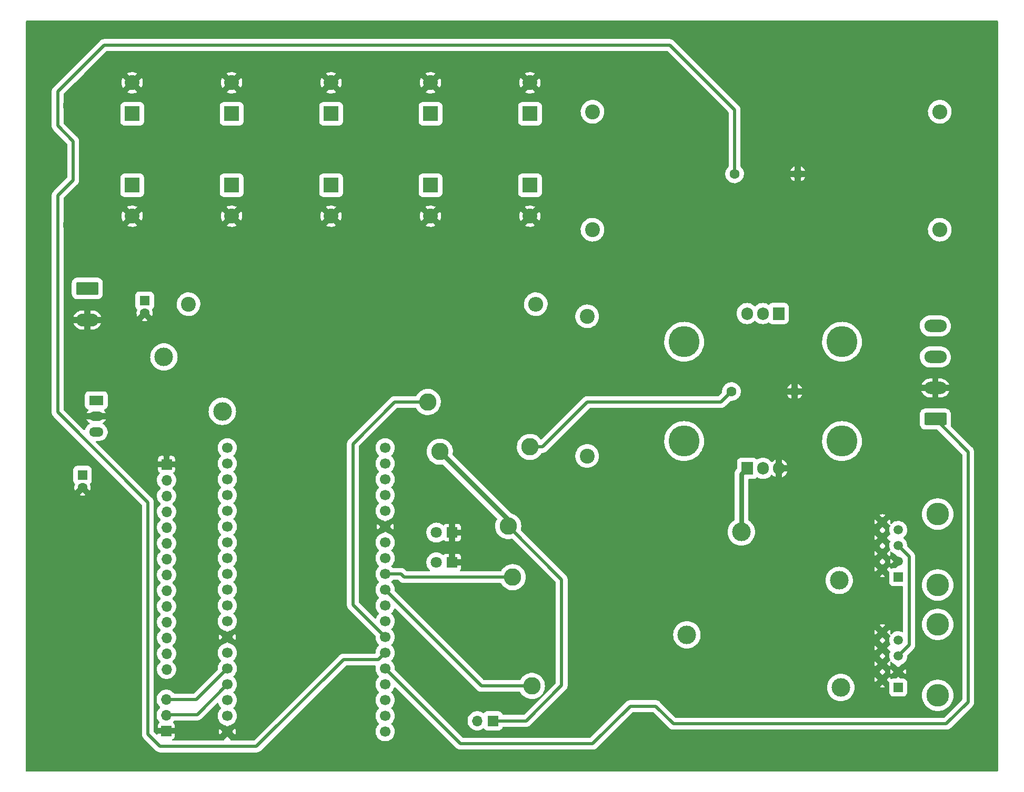
<source format=gbl>
G04 #@! TF.GenerationSoftware,KiCad,Pcbnew,(6.0.9)*
G04 #@! TF.CreationDate,2022-11-29T22:23:48+01:00*
G04 #@! TF.ProjectId,power_module,706f7765-725f-46d6-9f64-756c652e6b69,rev?*
G04 #@! TF.SameCoordinates,Original*
G04 #@! TF.FileFunction,Copper,L2,Bot*
G04 #@! TF.FilePolarity,Positive*
%FSLAX46Y46*%
G04 Gerber Fmt 4.6, Leading zero omitted, Abs format (unit mm)*
G04 Created by KiCad (PCBNEW (6.0.9)) date 2022-11-29 22:23:48*
%MOMM*%
%LPD*%
G01*
G04 APERTURE LIST*
G04 Aperture macros list*
%AMRoundRect*
0 Rectangle with rounded corners*
0 $1 Rounding radius*
0 $2 $3 $4 $5 $6 $7 $8 $9 X,Y pos of 4 corners*
0 Add a 4 corners polygon primitive as box body*
4,1,4,$2,$3,$4,$5,$6,$7,$8,$9,$2,$3,0*
0 Add four circle primitives for the rounded corners*
1,1,$1+$1,$2,$3*
1,1,$1+$1,$4,$5*
1,1,$1+$1,$6,$7*
1,1,$1+$1,$8,$9*
0 Add four rect primitives between the rounded corners*
20,1,$1+$1,$2,$3,$4,$5,0*
20,1,$1+$1,$4,$5,$6,$7,0*
20,1,$1+$1,$6,$7,$8,$9,0*
20,1,$1+$1,$8,$9,$2,$3,0*%
G04 Aperture macros list end*
G04 #@! TA.AperFunction,ComponentPad*
%ADD10R,2.400000X2.400000*%
G04 #@! TD*
G04 #@! TA.AperFunction,ComponentPad*
%ADD11C,2.400000*%
G04 #@! TD*
G04 #@! TA.AperFunction,ComponentPad*
%ADD12R,1.905000X2.000000*%
G04 #@! TD*
G04 #@! TA.AperFunction,ComponentPad*
%ADD13O,1.905000X2.000000*%
G04 #@! TD*
G04 #@! TA.AperFunction,ComponentPad*
%ADD14C,3.000000*%
G04 #@! TD*
G04 #@! TA.AperFunction,ComponentPad*
%ADD15R,1.700000X1.700000*%
G04 #@! TD*
G04 #@! TA.AperFunction,ComponentPad*
%ADD16O,1.700000X1.700000*%
G04 #@! TD*
G04 #@! TA.AperFunction,ComponentPad*
%ADD17RoundRect,0.250000X1.550000X-0.750000X1.550000X0.750000X-1.550000X0.750000X-1.550000X-0.750000X0*%
G04 #@! TD*
G04 #@! TA.AperFunction,ComponentPad*
%ADD18O,3.600000X2.000000*%
G04 #@! TD*
G04 #@! TA.AperFunction,ComponentPad*
%ADD19R,2.300000X1.500000*%
G04 #@! TD*
G04 #@! TA.AperFunction,ComponentPad*
%ADD20O,2.300000X1.500000*%
G04 #@! TD*
G04 #@! TA.AperFunction,ComponentPad*
%ADD21C,1.600000*%
G04 #@! TD*
G04 #@! TA.AperFunction,ComponentPad*
%ADD22O,1.600000X1.600000*%
G04 #@! TD*
G04 #@! TA.AperFunction,ComponentPad*
%ADD23R,1.800000X1.800000*%
G04 #@! TD*
G04 #@! TA.AperFunction,ComponentPad*
%ADD24C,1.800000*%
G04 #@! TD*
G04 #@! TA.AperFunction,ComponentPad*
%ADD25RoundRect,0.249999X-1.550001X0.790001X-1.550001X-0.790001X1.550001X-0.790001X1.550001X0.790001X0*%
G04 #@! TD*
G04 #@! TA.AperFunction,ComponentPad*
%ADD26O,3.600000X2.080000*%
G04 #@! TD*
G04 #@! TA.AperFunction,ComponentPad*
%ADD27C,1.700000*%
G04 #@! TD*
G04 #@! TA.AperFunction,ComponentPad*
%ADD28C,5.000000*%
G04 #@! TD*
G04 #@! TA.AperFunction,ComponentPad*
%ADD29O,2.400000X2.400000*%
G04 #@! TD*
G04 #@! TA.AperFunction,WasherPad*
%ADD30C,3.650000*%
G04 #@! TD*
G04 #@! TA.AperFunction,ComponentPad*
%ADD31R,1.500000X1.500000*%
G04 #@! TD*
G04 #@! TA.AperFunction,ComponentPad*
%ADD32C,1.500000*%
G04 #@! TD*
G04 #@! TA.AperFunction,ComponentPad*
%ADD33R,1.600000X1.600000*%
G04 #@! TD*
G04 #@! TA.AperFunction,ViaPad*
%ADD34C,2.800000*%
G04 #@! TD*
G04 #@! TA.AperFunction,ViaPad*
%ADD35C,6.000000*%
G04 #@! TD*
G04 #@! TA.AperFunction,ViaPad*
%ADD36C,2.400000*%
G04 #@! TD*
G04 #@! TA.AperFunction,Conductor*
%ADD37C,0.500000*%
G04 #@! TD*
G04 #@! TA.AperFunction,Conductor*
%ADD38C,0.800000*%
G04 #@! TD*
G04 APERTURE END LIST*
D10*
X104000000Y-37323959D03*
D11*
X104000000Y-32323959D03*
D10*
X72000000Y-37323959D03*
D11*
X72000000Y-32323959D03*
D12*
X138960000Y-94445000D03*
D13*
X141500000Y-94445000D03*
X144040000Y-94445000D03*
D12*
X144000000Y-69500000D03*
D13*
X141460000Y-69500000D03*
X138920000Y-69500000D03*
D11*
X113200000Y-69950000D03*
X113200000Y-92450000D03*
D14*
X153750000Y-112500000D03*
D10*
X56000000Y-37323959D03*
D11*
X56000000Y-32323959D03*
D10*
X72000000Y-48823959D03*
D11*
X72000000Y-53823959D03*
D15*
X98050000Y-135125000D03*
D16*
X95510000Y-135125000D03*
D14*
X45100000Y-76500000D03*
D10*
X40000000Y-48823959D03*
D11*
X40000000Y-53823959D03*
D17*
X169222500Y-86500000D03*
D18*
X169222500Y-81500000D03*
X169222500Y-76500000D03*
X169222500Y-71500000D03*
D14*
X129250000Y-121250000D03*
D19*
X34207500Y-83502500D03*
D20*
X34207500Y-86042500D03*
X34207500Y-88582500D03*
D21*
X136920000Y-47000000D03*
D22*
X147080000Y-47000000D03*
D14*
X138000000Y-104700000D03*
D10*
X40000000Y-37323959D03*
D11*
X40000000Y-32323959D03*
D14*
X54500000Y-85250000D03*
D21*
X136420000Y-82055000D03*
D22*
X146580000Y-82055000D03*
D23*
X91475000Y-104800000D03*
D24*
X88935000Y-104800000D03*
D10*
X88000000Y-48823959D03*
D11*
X88000000Y-53823959D03*
D25*
X32777500Y-65460000D03*
D26*
X32777500Y-70540000D03*
D27*
X80700000Y-136860000D03*
X80700000Y-134320000D03*
X80700000Y-131780000D03*
X80700000Y-129240000D03*
X80700000Y-126700000D03*
X80700000Y-124160000D03*
X80700000Y-121620000D03*
X80700000Y-119080000D03*
X80700000Y-116540000D03*
X80700000Y-114000000D03*
X80700000Y-111460000D03*
X80700000Y-108920000D03*
X80700000Y-106380000D03*
X80700000Y-103840000D03*
X80700000Y-101300000D03*
X80700000Y-98760000D03*
X80700000Y-96220000D03*
X80700000Y-93680000D03*
X80700000Y-91140000D03*
X55300000Y-136860000D03*
X55300000Y-134320000D03*
X55300000Y-131780000D03*
X55300000Y-129240000D03*
X55300000Y-126700000D03*
X55300000Y-124160000D03*
X55300000Y-121620000D03*
X55300000Y-119080000D03*
X55300000Y-116540000D03*
X55300000Y-114000000D03*
X55300000Y-111460000D03*
X55300000Y-108920000D03*
X55300000Y-106380000D03*
X55300000Y-103840000D03*
X55300000Y-101300000D03*
X55300000Y-98760000D03*
X55300000Y-96220000D03*
X55300000Y-93680000D03*
X55300000Y-91140000D03*
D28*
X128800000Y-74055000D03*
X154200000Y-74055000D03*
D11*
X114060000Y-37000000D03*
D29*
X169940000Y-37000000D03*
D10*
X104000000Y-48823959D03*
D11*
X104000000Y-53823959D03*
D30*
X169600000Y-101820000D03*
X169600000Y-113250000D03*
D31*
X163250000Y-111980000D03*
D32*
X160710000Y-110710000D03*
X163250000Y-109440000D03*
X160710000Y-108170000D03*
X163250000Y-106900000D03*
X160710000Y-105630000D03*
X163250000Y-104360000D03*
X160710000Y-103090000D03*
D14*
X154000000Y-129750000D03*
D11*
X114060000Y-56000000D03*
D29*
X169940000Y-56000000D03*
D10*
X56000000Y-48823959D03*
D11*
X56000000Y-53823959D03*
X49060000Y-68000000D03*
D29*
X104940000Y-68000000D03*
D23*
X91475000Y-109600000D03*
D24*
X88935000Y-109600000D03*
D28*
X154200000Y-90055000D03*
X128800000Y-90055000D03*
D15*
X45475000Y-136725000D03*
D16*
X45475000Y-134185000D03*
X45475000Y-131645000D03*
D30*
X169600000Y-119590000D03*
X169600000Y-131020000D03*
D31*
X163250000Y-129750000D03*
D32*
X160710000Y-128480000D03*
X163250000Y-127210000D03*
X160710000Y-125940000D03*
X163250000Y-124670000D03*
X160710000Y-123400000D03*
X163250000Y-122130000D03*
X160710000Y-120860000D03*
D10*
X88000000Y-37323959D03*
D11*
X88000000Y-32323959D03*
D15*
X45525000Y-93800000D03*
D16*
X45525000Y-96340000D03*
X45525000Y-98880000D03*
X45525000Y-101420000D03*
X45525000Y-103960000D03*
X45525000Y-106500000D03*
X45525000Y-109040000D03*
X45525000Y-111580000D03*
X45525000Y-114120000D03*
X45525000Y-116660000D03*
X45525000Y-119200000D03*
X45525000Y-121740000D03*
X45525000Y-124280000D03*
X45525000Y-126820000D03*
D33*
X42000000Y-67444888D03*
D21*
X42000000Y-69444888D03*
D33*
X32000000Y-95544888D03*
D21*
X32000000Y-97544888D03*
D34*
X76600000Y-84800000D03*
X64200000Y-88600000D03*
X64000000Y-78000000D03*
X78000000Y-77500000D03*
X70200000Y-73100000D03*
X62100000Y-68600000D03*
X54500000Y-63900000D03*
X112400000Y-120700000D03*
X105800000Y-120800000D03*
X100500000Y-103750000D03*
X89500000Y-91750000D03*
D35*
X175000000Y-138500000D03*
D36*
X82250000Y-88000000D03*
D35*
X175000000Y-27500000D03*
D34*
X98200000Y-107800000D03*
X70750000Y-132750000D03*
X129500000Y-132250000D03*
X28000000Y-45000000D03*
D35*
X95500000Y-91000000D03*
D34*
X37500000Y-99500000D03*
X30250000Y-36000000D03*
X40000000Y-90750000D03*
X122250000Y-135500000D03*
X93500000Y-118900000D03*
X130200000Y-45200000D03*
X93700000Y-131300000D03*
X151000000Y-60200000D03*
X164750000Y-100250000D03*
X66250000Y-128500000D03*
X132000000Y-110400000D03*
X30250000Y-55250000D03*
D35*
X28000000Y-27500000D03*
D34*
X147000000Y-60200000D03*
D35*
X28000000Y-138500000D03*
D34*
X125000000Y-107400000D03*
X130250000Y-35750000D03*
X87550000Y-83750000D03*
X104000000Y-91000000D03*
X104300000Y-129500000D03*
X101230000Y-111980000D03*
D37*
X96200000Y-129500000D02*
X80700000Y-114000000D01*
X104300000Y-129500000D02*
X96200000Y-129500000D01*
X92800000Y-138800000D02*
X80700000Y-126700000D01*
X127100000Y-135600000D02*
X124250000Y-132750000D01*
X120125000Y-132750000D02*
X114075000Y-138800000D01*
X114075000Y-138800000D02*
X92800000Y-138800000D01*
X171000000Y-135600000D02*
X127100000Y-135600000D01*
X174500000Y-132100000D02*
X171000000Y-135600000D01*
X174500000Y-91777500D02*
X174500000Y-132100000D01*
X124250000Y-132750000D02*
X120125000Y-132750000D01*
X169222500Y-86500000D02*
X174500000Y-91777500D01*
X109100000Y-112350000D02*
X100500000Y-103750000D01*
X109100000Y-129400000D02*
X109100000Y-112350000D01*
X103375000Y-135125000D02*
X109100000Y-129400000D01*
X98050000Y-135125000D02*
X103375000Y-135125000D01*
D38*
X100500000Y-102750000D02*
X89500000Y-91750000D01*
X100500000Y-103750000D02*
X100500000Y-102750000D01*
D37*
X163250000Y-106900000D02*
X165000000Y-108650000D01*
X165000000Y-108650000D02*
X165000000Y-122920000D01*
X165000000Y-122920000D02*
X163250000Y-124670000D01*
X136920000Y-47000000D02*
X136920000Y-36670000D01*
X28000000Y-33750000D02*
X28000000Y-39250000D01*
X30500000Y-41750000D02*
X30500000Y-48000000D01*
X35500000Y-26250000D02*
X28000000Y-33750000D01*
X126500000Y-26250000D02*
X35500000Y-26250000D01*
X42500000Y-137250000D02*
X44500000Y-139250000D01*
X28000000Y-50500000D02*
X28000000Y-85400000D01*
X42500000Y-99900000D02*
X42500000Y-137250000D01*
X30500000Y-48000000D02*
X28000000Y-50500000D01*
X28000000Y-85400000D02*
X42500000Y-99900000D01*
X136920000Y-36670000D02*
X126500000Y-26250000D01*
X79610000Y-125250000D02*
X80700000Y-124160000D01*
X60000000Y-139250000D02*
X74000000Y-125250000D01*
X74000000Y-125250000D02*
X79610000Y-125250000D01*
X28000000Y-39250000D02*
X30500000Y-41750000D01*
X44500000Y-139250000D02*
X60000000Y-139250000D01*
D38*
X138960000Y-94445000D02*
X138000000Y-95405000D01*
X138000000Y-95405000D02*
X138000000Y-104750000D01*
D37*
X75500000Y-116420000D02*
X80700000Y-121620000D01*
X82250000Y-83750000D02*
X75500000Y-90500000D01*
X106000000Y-91000000D02*
X113250000Y-83750000D01*
X134725000Y-83750000D02*
X136420000Y-82055000D01*
X75500000Y-90500000D02*
X75500000Y-116420000D01*
X87550000Y-83750000D02*
X82250000Y-83750000D01*
X113250000Y-83750000D02*
X134725000Y-83750000D01*
X104000000Y-91000000D02*
X106000000Y-91000000D01*
X50300000Y-131700000D02*
X55300000Y-126700000D01*
X45575000Y-131645000D02*
X45630000Y-131700000D01*
X45630000Y-131700000D02*
X50300000Y-131700000D01*
X50440000Y-134100000D02*
X55300000Y-129240000D01*
X45575000Y-134185000D02*
X45660000Y-134100000D01*
X45660000Y-134100000D02*
X50440000Y-134100000D01*
X101230000Y-111980000D02*
X83760000Y-111980000D01*
X83240000Y-111460000D02*
X80700000Y-111460000D01*
X83760000Y-111980000D02*
X83240000Y-111460000D01*
G04 #@! TA.AperFunction,Conductor*
G36*
X179241621Y-22320502D02*
G01*
X179288114Y-22374158D01*
X179299500Y-22426500D01*
X179299500Y-143173500D01*
X179279498Y-143241621D01*
X179225842Y-143288114D01*
X179173500Y-143299500D01*
X23026500Y-143299500D01*
X22958379Y-143279498D01*
X22911886Y-143225842D01*
X22900500Y-143173500D01*
X22900500Y-98753580D01*
X31504034Y-98753580D01*
X31507776Y-98758579D01*
X31545940Y-98776375D01*
X31556244Y-98780125D01*
X31766688Y-98836513D01*
X31777481Y-98838416D01*
X31994525Y-98857405D01*
X32005475Y-98857405D01*
X32222519Y-98838416D01*
X32233312Y-98836513D01*
X32443756Y-98780125D01*
X32454060Y-98776375D01*
X32485599Y-98761668D01*
X32496184Y-98752349D01*
X32494377Y-98746371D01*
X32012812Y-98264806D01*
X31998868Y-98257192D01*
X31997035Y-98257323D01*
X31990420Y-98261574D01*
X31510794Y-98741200D01*
X31504034Y-98753580D01*
X22900500Y-98753580D01*
X22900500Y-94688895D01*
X30499500Y-94688895D01*
X30499501Y-96400880D01*
X30499764Y-96403738D01*
X30499764Y-96403747D01*
X30503015Y-96439131D01*
X30506171Y-96473482D01*
X30556873Y-96635271D01*
X30644703Y-96780296D01*
X30764592Y-96900185D01*
X30762410Y-96902367D01*
X30795478Y-96948629D01*
X30798982Y-97019539D01*
X30790675Y-97043302D01*
X30768512Y-97090830D01*
X30764764Y-97101127D01*
X30708375Y-97311576D01*
X30706472Y-97322369D01*
X30687483Y-97539413D01*
X30687483Y-97550363D01*
X30706472Y-97767407D01*
X30708375Y-97778200D01*
X30764763Y-97988644D01*
X30768513Y-97998948D01*
X30783220Y-98030487D01*
X30792539Y-98041072D01*
X30798517Y-98039265D01*
X31292893Y-97544888D01*
X31755488Y-97082293D01*
X31817801Y-97048268D01*
X31844584Y-97045388D01*
X32000000Y-97045387D01*
X32155417Y-97045387D01*
X32223536Y-97065389D01*
X32244511Y-97082292D01*
X32707107Y-97544888D01*
X33196312Y-98034094D01*
X33208692Y-98040854D01*
X33213691Y-98037112D01*
X33231487Y-97998948D01*
X33235237Y-97988644D01*
X33291625Y-97778200D01*
X33293528Y-97767407D01*
X33312517Y-97550363D01*
X33312517Y-97539413D01*
X33293528Y-97322369D01*
X33291625Y-97311576D01*
X33235236Y-97101127D01*
X33231488Y-97090830D01*
X33209325Y-97043302D01*
X33198663Y-96973110D01*
X33227642Y-96908297D01*
X33235746Y-96900523D01*
X33235408Y-96900185D01*
X33355297Y-96780296D01*
X33443127Y-96635271D01*
X33493829Y-96473482D01*
X33500500Y-96400881D01*
X33500499Y-94688896D01*
X33500234Y-94686004D01*
X33495602Y-94635590D01*
X33493829Y-94616294D01*
X33491828Y-94609910D01*
X33445399Y-94461754D01*
X33445398Y-94461752D01*
X33443127Y-94454505D01*
X33355297Y-94309480D01*
X33235408Y-94189591D01*
X33090383Y-94101761D01*
X33083136Y-94099490D01*
X33083134Y-94099489D01*
X33017894Y-94079044D01*
X32928594Y-94051059D01*
X32855993Y-94044388D01*
X32853095Y-94044388D01*
X31997779Y-94044389D01*
X31144008Y-94044389D01*
X31141150Y-94044652D01*
X31141141Y-94044652D01*
X31105757Y-94047903D01*
X31071406Y-94051059D01*
X31065028Y-94053058D01*
X31065027Y-94053058D01*
X30916866Y-94099489D01*
X30916864Y-94099490D01*
X30909617Y-94101761D01*
X30764592Y-94189591D01*
X30644703Y-94309480D01*
X30556873Y-94454505D01*
X30506171Y-94616294D01*
X30499500Y-94688895D01*
X22900500Y-94688895D01*
X22900500Y-50523342D01*
X27044883Y-50523342D01*
X27045683Y-50529674D01*
X27048506Y-50552021D01*
X27049500Y-50567813D01*
X27049500Y-85384568D01*
X27049451Y-85388086D01*
X27047164Y-85469972D01*
X27057075Y-85526179D01*
X27058343Y-85535322D01*
X27064112Y-85592110D01*
X27067596Y-85603226D01*
X27072166Y-85617811D01*
X27076016Y-85633607D01*
X27079585Y-85653847D01*
X27079587Y-85653856D01*
X27080695Y-85660137D01*
X27083044Y-85666070D01*
X27101706Y-85713206D01*
X27104788Y-85721909D01*
X27121856Y-85776373D01*
X27124950Y-85781956D01*
X27124951Y-85781957D01*
X27134918Y-85799938D01*
X27141862Y-85814629D01*
X27151779Y-85839675D01*
X27159850Y-85852008D01*
X27183028Y-85887428D01*
X27187798Y-85895336D01*
X27215472Y-85945261D01*
X27219626Y-85950107D01*
X27219627Y-85950109D01*
X27233001Y-85965712D01*
X27242766Y-85978718D01*
X27257513Y-86001254D01*
X27261758Y-86005968D01*
X27298543Y-86042753D01*
X27305116Y-86049850D01*
X27341136Y-86091875D01*
X27363986Y-86109600D01*
X27375848Y-86120058D01*
X41512595Y-100256805D01*
X41546621Y-100319117D01*
X41549500Y-100345900D01*
X41549500Y-137234568D01*
X41549451Y-137238086D01*
X41547164Y-137319972D01*
X41555326Y-137366262D01*
X41557075Y-137376179D01*
X41558343Y-137385322D01*
X41564112Y-137442110D01*
X41570704Y-137463145D01*
X41572166Y-137467811D01*
X41576016Y-137483607D01*
X41579585Y-137503847D01*
X41579587Y-137503856D01*
X41580695Y-137510137D01*
X41583044Y-137516070D01*
X41601706Y-137563206D01*
X41604788Y-137571909D01*
X41621856Y-137626373D01*
X41624950Y-137631956D01*
X41624951Y-137631957D01*
X41634918Y-137649938D01*
X41641862Y-137664629D01*
X41651779Y-137689675D01*
X41683028Y-137737428D01*
X41687798Y-137745336D01*
X41715472Y-137795261D01*
X41719626Y-137800107D01*
X41719627Y-137800109D01*
X41733001Y-137815712D01*
X41742766Y-137828718D01*
X41749305Y-137838711D01*
X41757513Y-137851254D01*
X41761758Y-137855968D01*
X41798543Y-137892753D01*
X41805116Y-137899850D01*
X41841136Y-137941875D01*
X41863986Y-137959600D01*
X41875848Y-137970058D01*
X43816979Y-139911189D01*
X43819431Y-139913710D01*
X43875721Y-139973235D01*
X43880950Y-139976896D01*
X43880953Y-139976899D01*
X43922475Y-140005973D01*
X43929839Y-140011543D01*
X43961821Y-140037626D01*
X43974069Y-140047615D01*
X43997950Y-140060100D01*
X44011832Y-140068540D01*
X44033898Y-140083991D01*
X44086293Y-140106664D01*
X44094591Y-140110622D01*
X44145194Y-140137077D01*
X44151333Y-140138837D01*
X44151332Y-140138837D01*
X44171087Y-140144502D01*
X44186400Y-140149985D01*
X44205251Y-140158143D01*
X44205256Y-140158145D01*
X44211115Y-140160680D01*
X44267000Y-140172355D01*
X44275916Y-140174561D01*
X44330813Y-140190303D01*
X44357682Y-140192371D01*
X44373772Y-140194661D01*
X44387892Y-140197611D01*
X44395388Y-140199177D01*
X44395391Y-140199177D01*
X44400133Y-140200168D01*
X44406468Y-140200500D01*
X44458494Y-140200500D01*
X44468158Y-140200871D01*
X44481070Y-140201864D01*
X44516983Y-140204628D01*
X44516986Y-140204628D01*
X44523342Y-140205117D01*
X44545393Y-140202331D01*
X44552021Y-140201494D01*
X44567813Y-140200500D01*
X59984568Y-140200500D01*
X59988086Y-140200549D01*
X60063589Y-140202658D01*
X60063592Y-140202658D01*
X60069972Y-140202836D01*
X60126191Y-140192923D01*
X60135322Y-140191657D01*
X60192110Y-140185888D01*
X60213145Y-140179296D01*
X60217811Y-140177834D01*
X60233607Y-140173984D01*
X60253847Y-140170415D01*
X60253856Y-140170413D01*
X60260137Y-140169305D01*
X60278628Y-140161984D01*
X60313206Y-140148294D01*
X60321909Y-140145212D01*
X60324175Y-140144502D01*
X60376373Y-140128144D01*
X60399939Y-140115081D01*
X60414629Y-140108138D01*
X60439675Y-140098221D01*
X60487431Y-140066970D01*
X60495336Y-140062202D01*
X60539672Y-140037626D01*
X60545261Y-140034528D01*
X60565712Y-140016999D01*
X60578718Y-140007234D01*
X60597198Y-139995141D01*
X60601254Y-139992487D01*
X60605968Y-139988242D01*
X60642753Y-139951457D01*
X60649850Y-139944884D01*
X60687032Y-139913015D01*
X60691875Y-139908864D01*
X60709600Y-139886014D01*
X60720058Y-139874152D01*
X74356805Y-126237405D01*
X74419117Y-126203379D01*
X74445900Y-126200500D01*
X79065531Y-126200500D01*
X79133652Y-126220502D01*
X79180145Y-126274158D01*
X79190249Y-126344432D01*
X79188050Y-126355914D01*
X79178246Y-126396751D01*
X79163854Y-126456698D01*
X79144706Y-126700000D01*
X79163854Y-126943302D01*
X79176553Y-126996196D01*
X79210916Y-127139325D01*
X79220828Y-127180612D01*
X79222718Y-127185175D01*
X79222720Y-127185181D01*
X79312053Y-127400851D01*
X79314223Y-127406089D01*
X79441741Y-127614179D01*
X79600241Y-127799759D01*
X79687389Y-127874190D01*
X79726197Y-127933640D01*
X79726703Y-128004634D01*
X79687389Y-128065810D01*
X79600241Y-128140241D01*
X79441741Y-128325821D01*
X79314223Y-128533911D01*
X79312330Y-128538481D01*
X79312328Y-128538485D01*
X79222720Y-128754819D01*
X79222718Y-128754825D01*
X79220828Y-128759388D01*
X79163854Y-128996698D01*
X79144706Y-129240000D01*
X79163854Y-129483302D01*
X79185947Y-129575323D01*
X79219143Y-129713593D01*
X79220828Y-129720612D01*
X79222718Y-129725175D01*
X79222720Y-129725181D01*
X79305873Y-129925930D01*
X79314223Y-129946089D01*
X79441741Y-130154179D01*
X79600241Y-130339759D01*
X79687389Y-130414190D01*
X79726197Y-130473640D01*
X79726703Y-130544634D01*
X79687389Y-130605810D01*
X79600241Y-130680241D01*
X79441741Y-130865821D01*
X79314223Y-131073911D01*
X79312330Y-131078481D01*
X79312328Y-131078485D01*
X79222720Y-131294819D01*
X79222718Y-131294825D01*
X79220828Y-131299388D01*
X79219676Y-131304188D01*
X79219674Y-131304193D01*
X79217791Y-131312036D01*
X79163854Y-131536698D01*
X79144706Y-131780000D01*
X79163854Y-132023302D01*
X79171492Y-132055116D01*
X79216461Y-132242421D01*
X79220828Y-132260612D01*
X79222718Y-132265175D01*
X79222720Y-132265181D01*
X79301265Y-132454806D01*
X79314223Y-132486089D01*
X79441741Y-132694179D01*
X79600241Y-132879759D01*
X79687389Y-132954190D01*
X79726197Y-133013640D01*
X79726703Y-133084634D01*
X79687389Y-133145810D01*
X79600241Y-133220241D01*
X79441741Y-133405821D01*
X79314223Y-133613911D01*
X79312330Y-133618481D01*
X79312328Y-133618485D01*
X79222720Y-133834819D01*
X79222718Y-133834825D01*
X79220828Y-133839388D01*
X79219676Y-133844188D01*
X79219674Y-133844193D01*
X79219218Y-133846093D01*
X79163854Y-134076698D01*
X79144706Y-134320000D01*
X79163854Y-134563302D01*
X79184475Y-134649193D01*
X79219453Y-134794884D01*
X79220828Y-134800612D01*
X79222718Y-134805175D01*
X79222720Y-134805181D01*
X79312328Y-135021515D01*
X79314223Y-135026089D01*
X79441741Y-135234179D01*
X79600241Y-135419759D01*
X79687389Y-135494190D01*
X79726197Y-135553640D01*
X79726703Y-135624634D01*
X79687389Y-135685810D01*
X79600241Y-135760241D01*
X79441741Y-135945821D01*
X79314223Y-136153911D01*
X79312330Y-136158481D01*
X79312328Y-136158485D01*
X79222720Y-136374819D01*
X79222718Y-136374825D01*
X79220828Y-136379388D01*
X79219676Y-136384188D01*
X79219674Y-136384193D01*
X79194551Y-136488836D01*
X79163854Y-136616698D01*
X79144706Y-136860000D01*
X79163854Y-137103302D01*
X79165009Y-137108111D01*
X79217382Y-137326258D01*
X79220828Y-137340612D01*
X79222718Y-137345175D01*
X79222720Y-137345181D01*
X79312328Y-137561515D01*
X79314223Y-137566089D01*
X79316809Y-137570309D01*
X79318032Y-137572305D01*
X79441741Y-137774179D01*
X79600241Y-137959759D01*
X79785821Y-138118259D01*
X79993911Y-138245777D01*
X79998481Y-138247670D01*
X79998485Y-138247672D01*
X80214819Y-138337280D01*
X80214825Y-138337282D01*
X80219388Y-138339172D01*
X80224188Y-138340324D01*
X80224193Y-138340326D01*
X80332702Y-138366377D01*
X80456698Y-138396146D01*
X80700000Y-138415294D01*
X80943302Y-138396146D01*
X81067298Y-138366377D01*
X81175807Y-138340326D01*
X81175812Y-138340324D01*
X81180612Y-138339172D01*
X81185175Y-138337282D01*
X81185181Y-138337280D01*
X81401515Y-138247672D01*
X81401519Y-138247670D01*
X81406089Y-138245777D01*
X81614179Y-138118259D01*
X81799759Y-137959759D01*
X81958259Y-137774179D01*
X82081968Y-137572305D01*
X82083191Y-137570309D01*
X82085777Y-137566089D01*
X82087672Y-137561515D01*
X82177280Y-137345181D01*
X82177282Y-137345175D01*
X82179172Y-137340612D01*
X82182619Y-137326258D01*
X82234991Y-137108111D01*
X82236146Y-137103302D01*
X82255294Y-136860000D01*
X82236146Y-136616698D01*
X82205449Y-136488836D01*
X82180326Y-136384193D01*
X82180324Y-136384188D01*
X82179172Y-136379388D01*
X82177282Y-136374825D01*
X82177280Y-136374819D01*
X82087672Y-136158485D01*
X82087670Y-136158481D01*
X82085777Y-136153911D01*
X81958259Y-135945821D01*
X81799759Y-135760241D01*
X81712611Y-135685810D01*
X81673803Y-135626360D01*
X81673297Y-135555366D01*
X81712611Y-135494190D01*
X81799759Y-135419759D01*
X81958259Y-135234179D01*
X82085777Y-135026089D01*
X82087672Y-135021515D01*
X82177280Y-134805181D01*
X82177282Y-134805175D01*
X82179172Y-134800612D01*
X82180548Y-134794884D01*
X82215525Y-134649193D01*
X82236146Y-134563302D01*
X82255294Y-134320000D01*
X82236146Y-134076698D01*
X82180782Y-133846093D01*
X82180326Y-133844193D01*
X82180324Y-133844188D01*
X82179172Y-133839388D01*
X82177282Y-133834825D01*
X82177280Y-133834819D01*
X82087672Y-133618485D01*
X82087670Y-133618481D01*
X82085777Y-133613911D01*
X81958259Y-133405821D01*
X81799759Y-133220241D01*
X81712611Y-133145810D01*
X81673803Y-133086360D01*
X81673297Y-133015366D01*
X81712611Y-132954190D01*
X81799759Y-132879759D01*
X81958259Y-132694179D01*
X82085777Y-132486089D01*
X82098735Y-132454806D01*
X82177280Y-132265181D01*
X82177282Y-132265175D01*
X82179172Y-132260612D01*
X82183540Y-132242421D01*
X82228508Y-132055116D01*
X82236146Y-132023302D01*
X82255294Y-131780000D01*
X82236146Y-131536698D01*
X82182209Y-131312036D01*
X82180326Y-131304193D01*
X82180324Y-131304188D01*
X82179172Y-131299388D01*
X82177282Y-131294825D01*
X82177280Y-131294819D01*
X82087672Y-131078485D01*
X82087670Y-131078481D01*
X82085777Y-131073911D01*
X81958259Y-130865821D01*
X81799759Y-130680241D01*
X81712611Y-130605810D01*
X81673803Y-130546360D01*
X81673297Y-130475366D01*
X81712611Y-130414190D01*
X81799759Y-130339759D01*
X81958259Y-130154179D01*
X82085777Y-129946089D01*
X82096470Y-129920275D01*
X82164776Y-129755367D01*
X82209324Y-129700086D01*
X82276687Y-129677665D01*
X82345479Y-129695223D01*
X82370280Y-129714490D01*
X92116979Y-139461189D01*
X92119431Y-139463710D01*
X92175721Y-139523235D01*
X92180950Y-139526896D01*
X92180953Y-139526899D01*
X92222475Y-139555973D01*
X92229839Y-139561543D01*
X92261821Y-139587626D01*
X92274069Y-139597615D01*
X92297950Y-139610100D01*
X92311832Y-139618540D01*
X92333898Y-139633991D01*
X92386293Y-139656664D01*
X92394591Y-139660622D01*
X92445194Y-139687077D01*
X92451333Y-139688837D01*
X92451332Y-139688837D01*
X92471087Y-139694502D01*
X92486400Y-139699985D01*
X92505251Y-139708143D01*
X92505256Y-139708145D01*
X92511115Y-139710680D01*
X92567000Y-139722355D01*
X92575916Y-139724561D01*
X92630813Y-139740303D01*
X92657682Y-139742371D01*
X92673772Y-139744661D01*
X92687892Y-139747611D01*
X92695388Y-139749177D01*
X92695391Y-139749177D01*
X92700133Y-139750168D01*
X92706468Y-139750500D01*
X92758494Y-139750500D01*
X92768158Y-139750871D01*
X92781070Y-139751864D01*
X92816983Y-139754628D01*
X92816986Y-139754628D01*
X92823342Y-139755117D01*
X92845393Y-139752331D01*
X92852021Y-139751494D01*
X92867813Y-139750500D01*
X114059568Y-139750500D01*
X114063086Y-139750549D01*
X114138589Y-139752658D01*
X114138592Y-139752658D01*
X114144972Y-139752836D01*
X114201191Y-139742923D01*
X114210322Y-139741657D01*
X114267110Y-139735888D01*
X114288145Y-139729296D01*
X114292811Y-139727834D01*
X114308607Y-139723984D01*
X114328847Y-139720415D01*
X114328856Y-139720413D01*
X114335137Y-139719305D01*
X114353628Y-139711984D01*
X114388206Y-139698294D01*
X114396909Y-139695212D01*
X114399175Y-139694502D01*
X114451373Y-139678144D01*
X114474939Y-139665081D01*
X114489629Y-139658138D01*
X114514675Y-139648221D01*
X114562431Y-139616970D01*
X114570336Y-139612202D01*
X114614672Y-139587626D01*
X114620261Y-139584528D01*
X114640712Y-139566999D01*
X114653718Y-139557234D01*
X114672198Y-139545141D01*
X114676254Y-139542487D01*
X114680968Y-139538242D01*
X114717753Y-139501457D01*
X114724850Y-139494884D01*
X114762032Y-139463015D01*
X114766875Y-139458864D01*
X114784600Y-139436014D01*
X114795058Y-139424152D01*
X120481805Y-133737405D01*
X120544117Y-133703379D01*
X120570900Y-133700500D01*
X123804100Y-133700500D01*
X123872221Y-133720502D01*
X123893195Y-133737405D01*
X126416979Y-136261189D01*
X126419431Y-136263710D01*
X126475721Y-136323235D01*
X126480950Y-136326896D01*
X126480953Y-136326899D01*
X126522478Y-136355975D01*
X126529842Y-136361544D01*
X126559636Y-136385843D01*
X126574070Y-136397615D01*
X126597947Y-136410098D01*
X126611829Y-136418538D01*
X126633898Y-136433991D01*
X126686277Y-136456658D01*
X126694606Y-136460631D01*
X126739542Y-136484123D01*
X126739545Y-136484124D01*
X126745195Y-136487078D01*
X126751316Y-136488833D01*
X126751323Y-136488836D01*
X126771098Y-136494506D01*
X126786407Y-136499988D01*
X126805254Y-136508144D01*
X126805256Y-136508145D01*
X126811115Y-136510680D01*
X126817365Y-136511986D01*
X126817366Y-136511986D01*
X126866974Y-136522350D01*
X126875936Y-136524568D01*
X126924677Y-136538544D01*
X126924681Y-136538545D01*
X126930813Y-136540303D01*
X126957682Y-136542371D01*
X126973772Y-136544661D01*
X126987892Y-136547611D01*
X126995388Y-136549177D01*
X126995391Y-136549177D01*
X127000133Y-136550168D01*
X127006468Y-136550500D01*
X127058494Y-136550500D01*
X127068160Y-136550871D01*
X127116983Y-136554628D01*
X127116987Y-136554628D01*
X127123343Y-136555117D01*
X127152037Y-136551492D01*
X127167815Y-136550500D01*
X170984568Y-136550500D01*
X170988086Y-136550549D01*
X171063589Y-136552658D01*
X171063592Y-136552658D01*
X171069972Y-136552836D01*
X171126191Y-136542923D01*
X171135322Y-136541657D01*
X171192110Y-136535888D01*
X171213145Y-136529296D01*
X171217811Y-136527834D01*
X171233607Y-136523984D01*
X171253847Y-136520415D01*
X171253856Y-136520413D01*
X171260137Y-136519305D01*
X171278623Y-136511986D01*
X171313206Y-136498294D01*
X171321909Y-136495212D01*
X171324162Y-136494506D01*
X171376373Y-136478144D01*
X171399939Y-136465081D01*
X171414629Y-136458138D01*
X171439675Y-136448221D01*
X171487431Y-136416970D01*
X171495336Y-136412202D01*
X171539672Y-136387626D01*
X171545261Y-136384528D01*
X171556589Y-136374819D01*
X171565712Y-136366999D01*
X171578718Y-136357234D01*
X171597198Y-136345141D01*
X171601254Y-136342487D01*
X171605968Y-136338242D01*
X171642753Y-136301457D01*
X171649850Y-136294884D01*
X171687032Y-136263015D01*
X171691875Y-136258864D01*
X171709600Y-136236014D01*
X171720058Y-136224152D01*
X175161189Y-132783021D01*
X175163711Y-132780568D01*
X175190798Y-132754953D01*
X175223235Y-132724279D01*
X175226896Y-132719050D01*
X175226899Y-132719047D01*
X175255973Y-132677525D01*
X175261543Y-132670161D01*
X175293579Y-132630880D01*
X175293580Y-132630878D01*
X175297615Y-132625931D01*
X175310100Y-132602050D01*
X175318540Y-132588168D01*
X175333991Y-132566102D01*
X175356664Y-132513707D01*
X175360622Y-132505409D01*
X175387077Y-132454806D01*
X175394501Y-132428913D01*
X175399984Y-132413601D01*
X175408144Y-132394744D01*
X175410680Y-132388885D01*
X175422353Y-132333012D01*
X175424571Y-132324051D01*
X175438543Y-132275322D01*
X175440302Y-132269188D01*
X175442368Y-132242334D01*
X175444660Y-132226231D01*
X175449177Y-132204610D01*
X175450168Y-132199867D01*
X175450500Y-132193532D01*
X175450500Y-132141494D01*
X175450871Y-132131828D01*
X175454627Y-132083018D01*
X175454627Y-132083014D01*
X175455116Y-132076658D01*
X175451492Y-132047972D01*
X175450500Y-132032194D01*
X175450500Y-91792931D01*
X175450549Y-91789413D01*
X175452658Y-91713910D01*
X175452658Y-91713907D01*
X175452836Y-91707527D01*
X175442923Y-91651308D01*
X175441656Y-91642173D01*
X175439826Y-91624152D01*
X175435888Y-91585390D01*
X175427834Y-91559689D01*
X175423984Y-91543893D01*
X175420415Y-91523653D01*
X175420413Y-91523644D01*
X175419305Y-91517363D01*
X175398296Y-91464299D01*
X175395214Y-91455596D01*
X175380053Y-91407218D01*
X175380052Y-91407217D01*
X175378144Y-91401127D01*
X175365081Y-91377560D01*
X175358137Y-91362869D01*
X175350574Y-91343769D01*
X175350573Y-91343768D01*
X175348220Y-91337824D01*
X175316970Y-91290069D01*
X175312200Y-91282162D01*
X175284528Y-91232239D01*
X175266998Y-91211786D01*
X175257235Y-91198783D01*
X175253654Y-91193311D01*
X175242487Y-91176246D01*
X175238242Y-91171532D01*
X175201457Y-91134747D01*
X175194884Y-91127650D01*
X175163015Y-91090468D01*
X175158864Y-91085625D01*
X175136014Y-91067900D01*
X175124152Y-91057442D01*
X171714719Y-87648009D01*
X171680693Y-87585697D01*
X171682695Y-87524184D01*
X171704405Y-87448472D01*
X171712802Y-87419187D01*
X171718931Y-87350514D01*
X171722751Y-87307717D01*
X171722751Y-87307711D01*
X171723000Y-87304924D01*
X171723000Y-85695076D01*
X171717860Y-85637479D01*
X171713335Y-85586786D01*
X171712802Y-85580813D01*
X171659577Y-85395194D01*
X171585824Y-85254119D01*
X171573069Y-85229720D01*
X171573068Y-85229718D01*
X171570115Y-85224070D01*
X171448071Y-85074429D01*
X171320129Y-84970082D01*
X171303373Y-84956416D01*
X171303370Y-84956414D01*
X171298430Y-84952385D01*
X171256806Y-84930624D01*
X171219967Y-84911365D01*
X171127306Y-84862923D01*
X171121178Y-84861166D01*
X171121176Y-84861165D01*
X170996011Y-84825275D01*
X170941687Y-84809698D01*
X170909404Y-84806817D01*
X170830217Y-84799749D01*
X170830211Y-84799749D01*
X170827424Y-84799500D01*
X167617576Y-84799500D01*
X167614789Y-84799749D01*
X167614783Y-84799749D01*
X167535596Y-84806817D01*
X167503313Y-84809698D01*
X167448989Y-84825275D01*
X167323824Y-84861165D01*
X167323822Y-84861166D01*
X167317694Y-84862923D01*
X167225033Y-84911365D01*
X167188195Y-84930624D01*
X167146570Y-84952385D01*
X167141630Y-84956414D01*
X167141627Y-84956416D01*
X167124871Y-84970082D01*
X166996929Y-85074429D01*
X166874885Y-85224070D01*
X166871932Y-85229718D01*
X166871931Y-85229720D01*
X166859176Y-85254119D01*
X166785423Y-85395194D01*
X166732198Y-85580813D01*
X166731665Y-85586786D01*
X166727141Y-85637479D01*
X166722000Y-85695076D01*
X166722000Y-87304924D01*
X166722249Y-87307711D01*
X166722249Y-87307717D01*
X166726069Y-87350514D01*
X166732198Y-87419187D01*
X166742455Y-87454958D01*
X166782763Y-87595528D01*
X166785423Y-87604806D01*
X166874885Y-87775930D01*
X166878914Y-87780870D01*
X166878916Y-87780873D01*
X166992900Y-87920631D01*
X166996929Y-87925571D01*
X167001869Y-87929600D01*
X167076837Y-87990742D01*
X167146570Y-88047615D01*
X167152218Y-88050568D01*
X167152220Y-88050569D01*
X167225033Y-88088635D01*
X167317694Y-88137077D01*
X167323822Y-88138834D01*
X167323824Y-88138835D01*
X167420179Y-88166464D01*
X167503313Y-88190302D01*
X167535596Y-88193183D01*
X167614783Y-88200251D01*
X167614789Y-88200251D01*
X167617576Y-88200500D01*
X169526600Y-88200500D01*
X169594721Y-88220502D01*
X169615695Y-88237405D01*
X173512595Y-92134305D01*
X173546621Y-92196617D01*
X173549500Y-92223400D01*
X173549500Y-131654100D01*
X173529498Y-131722221D01*
X173512595Y-131743195D01*
X170643195Y-134612595D01*
X170580883Y-134646621D01*
X170554100Y-134649500D01*
X127545900Y-134649500D01*
X127477779Y-134629498D01*
X127456805Y-134612595D01*
X124933021Y-132088811D01*
X124930568Y-132086289D01*
X124878666Y-132031404D01*
X124878665Y-132031403D01*
X124874279Y-132026765D01*
X124827514Y-131994020D01*
X124820171Y-131988467D01*
X124775930Y-131952385D01*
X124752053Y-131939902D01*
X124738171Y-131931462D01*
X124716102Y-131916009D01*
X124663695Y-131893331D01*
X124655407Y-131889377D01*
X124604806Y-131862923D01*
X124578913Y-131855498D01*
X124563600Y-131850015D01*
X124544749Y-131841857D01*
X124544744Y-131841855D01*
X124538885Y-131839320D01*
X124483000Y-131827645D01*
X124474084Y-131825439D01*
X124419187Y-131809697D01*
X124392318Y-131807629D01*
X124376228Y-131805339D01*
X124362108Y-131802389D01*
X124354612Y-131800823D01*
X124354609Y-131800823D01*
X124349867Y-131799832D01*
X124343532Y-131799500D01*
X124291506Y-131799500D01*
X124281842Y-131799129D01*
X124268930Y-131798136D01*
X124233017Y-131795372D01*
X124233014Y-131795372D01*
X124226658Y-131794883D01*
X124208602Y-131797164D01*
X124197979Y-131798506D01*
X124182187Y-131799500D01*
X120140432Y-131799500D01*
X120136914Y-131799451D01*
X120061411Y-131797342D01*
X120061408Y-131797342D01*
X120055028Y-131797164D01*
X119998809Y-131807077D01*
X119989678Y-131808343D01*
X119932890Y-131814112D01*
X119911855Y-131820704D01*
X119907189Y-131822166D01*
X119891393Y-131826016D01*
X119871153Y-131829585D01*
X119871144Y-131829587D01*
X119864863Y-131830695D01*
X119858930Y-131833044D01*
X119811794Y-131851706D01*
X119803091Y-131854788D01*
X119748627Y-131871856D01*
X119743044Y-131874950D01*
X119743043Y-131874951D01*
X119725062Y-131884918D01*
X119710371Y-131891862D01*
X119685325Y-131901779D01*
X119657985Y-131919670D01*
X119637572Y-131933028D01*
X119629664Y-131937798D01*
X119596071Y-131956419D01*
X119579739Y-131965472D01*
X119574893Y-131969626D01*
X119574891Y-131969627D01*
X119559288Y-131983001D01*
X119546282Y-131992766D01*
X119523746Y-132007513D01*
X119519032Y-132011758D01*
X119482247Y-132048543D01*
X119475150Y-132055116D01*
X119433125Y-132091136D01*
X119415400Y-132113986D01*
X119404942Y-132125848D01*
X113718195Y-137812595D01*
X113655883Y-137846621D01*
X113629100Y-137849500D01*
X93245900Y-137849500D01*
X93177779Y-137829498D01*
X93156805Y-137812595D01*
X82280968Y-126936758D01*
X82246942Y-126874446D01*
X82244451Y-126837777D01*
X82250697Y-126758419D01*
X82255294Y-126700000D01*
X82236146Y-126456698D01*
X82206377Y-126332702D01*
X82180326Y-126224193D01*
X82180324Y-126224188D01*
X82179172Y-126219388D01*
X82177282Y-126214825D01*
X82177280Y-126214819D01*
X82087672Y-125998485D01*
X82087670Y-125998481D01*
X82085777Y-125993911D01*
X81958259Y-125785821D01*
X81799759Y-125600241D01*
X81712611Y-125525810D01*
X81673803Y-125466360D01*
X81673297Y-125395366D01*
X81712611Y-125334190D01*
X81799759Y-125259759D01*
X81958259Y-125074179D01*
X82085777Y-124866089D01*
X82123034Y-124776142D01*
X82177280Y-124645181D01*
X82177282Y-124645175D01*
X82179172Y-124640612D01*
X82184063Y-124620242D01*
X82215738Y-124488304D01*
X82236146Y-124403302D01*
X82255294Y-124160000D01*
X82236146Y-123916698D01*
X82183784Y-123698596D01*
X82180326Y-123684193D01*
X82180324Y-123684188D01*
X82179172Y-123679388D01*
X82177282Y-123674825D01*
X82177280Y-123674819D01*
X82087672Y-123458485D01*
X82087670Y-123458481D01*
X82085777Y-123453911D01*
X81958259Y-123245821D01*
X81799759Y-123060241D01*
X81712611Y-122985810D01*
X81673803Y-122926360D01*
X81673297Y-122855366D01*
X81712611Y-122794190D01*
X81799759Y-122719759D01*
X81958259Y-122534179D01*
X82085777Y-122326089D01*
X82123034Y-122236142D01*
X82177280Y-122105181D01*
X82177282Y-122105175D01*
X82179172Y-122100612D01*
X82181720Y-122090002D01*
X82226655Y-121902834D01*
X82236146Y-121863302D01*
X82255294Y-121620000D01*
X82236146Y-121376698D01*
X82182791Y-121154462D01*
X82180326Y-121144193D01*
X82180324Y-121144188D01*
X82179172Y-121139388D01*
X82177282Y-121134825D01*
X82177280Y-121134819D01*
X82087672Y-120918485D01*
X82087670Y-120918481D01*
X82085777Y-120913911D01*
X81958259Y-120705821D01*
X81799759Y-120520241D01*
X81712611Y-120445810D01*
X81673803Y-120386360D01*
X81673297Y-120315366D01*
X81712611Y-120254190D01*
X81799759Y-120179759D01*
X81958259Y-119994179D01*
X82085777Y-119786089D01*
X82124020Y-119693762D01*
X82177280Y-119565181D01*
X82177282Y-119565175D01*
X82179172Y-119560612D01*
X82236146Y-119323302D01*
X82255294Y-119080000D01*
X82236146Y-118836698D01*
X82189483Y-118642335D01*
X82180326Y-118604193D01*
X82180324Y-118604188D01*
X82179172Y-118599388D01*
X82177282Y-118594825D01*
X82177280Y-118594819D01*
X82087672Y-118378485D01*
X82087670Y-118378481D01*
X82085777Y-118373911D01*
X81958259Y-118165821D01*
X81799759Y-117980241D01*
X81712611Y-117905810D01*
X81673803Y-117846360D01*
X81673297Y-117775366D01*
X81712611Y-117714190D01*
X81799759Y-117639759D01*
X81958259Y-117454179D01*
X82085777Y-117246089D01*
X82112170Y-117182372D01*
X82164776Y-117055367D01*
X82209324Y-117000086D01*
X82276687Y-116977665D01*
X82345479Y-116995223D01*
X82370280Y-117014490D01*
X95516979Y-130161189D01*
X95519431Y-130163710D01*
X95575721Y-130223235D01*
X95580950Y-130226896D01*
X95580953Y-130226899D01*
X95622475Y-130255973D01*
X95629839Y-130261543D01*
X95669120Y-130293579D01*
X95674069Y-130297615D01*
X95697950Y-130310100D01*
X95711832Y-130318540D01*
X95733898Y-130333991D01*
X95786293Y-130356664D01*
X95794591Y-130360622D01*
X95845194Y-130387077D01*
X95851333Y-130388837D01*
X95851332Y-130388837D01*
X95871087Y-130394502D01*
X95886400Y-130399985D01*
X95905251Y-130408143D01*
X95905256Y-130408145D01*
X95911115Y-130410680D01*
X95967000Y-130422355D01*
X95975916Y-130424561D01*
X96030813Y-130440303D01*
X96057682Y-130442371D01*
X96073772Y-130444661D01*
X96087892Y-130447611D01*
X96095388Y-130449177D01*
X96095391Y-130449177D01*
X96100133Y-130450168D01*
X96106468Y-130450500D01*
X96158494Y-130450500D01*
X96168158Y-130450871D01*
X96181070Y-130451864D01*
X96216983Y-130454628D01*
X96216986Y-130454628D01*
X96223342Y-130455117D01*
X96252020Y-130451494D01*
X96267813Y-130450500D01*
X102349142Y-130450500D01*
X102417263Y-130470502D01*
X102461707Y-130519886D01*
X102474154Y-130544634D01*
X102487787Y-130571740D01*
X102490213Y-130575269D01*
X102490216Y-130575275D01*
X102647575Y-130804233D01*
X102650006Y-130807770D01*
X102842756Y-131019600D01*
X103062472Y-131203311D01*
X103305088Y-131355503D01*
X103308990Y-131357265D01*
X103308994Y-131357267D01*
X103562202Y-131471595D01*
X103562206Y-131471597D01*
X103566114Y-131473361D01*
X103570233Y-131474581D01*
X103836606Y-131553485D01*
X103836611Y-131553486D01*
X103840719Y-131554703D01*
X103844953Y-131555351D01*
X103844958Y-131555352D01*
X104092214Y-131593187D01*
X104123824Y-131598024D01*
X104269589Y-131600314D01*
X104405898Y-131602456D01*
X104405904Y-131602456D01*
X104410189Y-131602523D01*
X104414441Y-131602008D01*
X104414449Y-131602008D01*
X104634221Y-131575411D01*
X104694514Y-131568115D01*
X104698662Y-131567027D01*
X104698666Y-131567026D01*
X104967388Y-131496528D01*
X104971539Y-131495439D01*
X104975500Y-131493799D01*
X104975504Y-131493797D01*
X105185946Y-131406629D01*
X105236138Y-131385839D01*
X105285034Y-131357267D01*
X105479717Y-131243503D01*
X105479718Y-131243503D01*
X105483415Y-131241342D01*
X105708793Y-131064623D01*
X105714016Y-131059234D01*
X105905119Y-130862030D01*
X105908102Y-130858952D01*
X105910635Y-130855504D01*
X105910639Y-130855499D01*
X106075117Y-130631589D01*
X106077655Y-130628134D01*
X106081023Y-130621931D01*
X106212263Y-130380217D01*
X106212264Y-130380215D01*
X106214313Y-130376441D01*
X106315548Y-130108530D01*
X106346419Y-129973739D01*
X106378530Y-129833538D01*
X106378531Y-129833533D01*
X106379487Y-129829358D01*
X106404946Y-129544092D01*
X106405408Y-129500000D01*
X106404967Y-129493532D01*
X106386220Y-129218540D01*
X106386219Y-129218534D01*
X106385928Y-129214263D01*
X106327850Y-128933814D01*
X106232248Y-128663842D01*
X106132416Y-128470420D01*
X106102856Y-128413149D01*
X106102856Y-128413148D01*
X106100891Y-128409342D01*
X106097450Y-128404446D01*
X105938673Y-128178529D01*
X105938668Y-128178523D01*
X105936209Y-128175024D01*
X105834722Y-128065811D01*
X105744172Y-127968367D01*
X105744169Y-127968364D01*
X105741251Y-127965224D01*
X105737935Y-127962510D01*
X105737932Y-127962507D01*
X105539093Y-127799759D01*
X105519623Y-127783823D01*
X105328578Y-127666751D01*
X105279089Y-127636424D01*
X105279088Y-127636424D01*
X105275427Y-127634180D01*
X105257419Y-127626275D01*
X105017110Y-127520786D01*
X105017106Y-127520785D01*
X105013182Y-127519062D01*
X104737739Y-127440600D01*
X104524903Y-127410309D01*
X104458448Y-127400851D01*
X104458446Y-127400851D01*
X104454196Y-127400246D01*
X104302333Y-127399451D01*
X104172086Y-127398769D01*
X104172080Y-127398769D01*
X104167800Y-127398747D01*
X104163556Y-127399306D01*
X104163552Y-127399306D01*
X104079976Y-127410309D01*
X103883851Y-127436129D01*
X103879711Y-127437262D01*
X103879709Y-127437262D01*
X103863209Y-127441776D01*
X103607602Y-127511702D01*
X103603654Y-127513386D01*
X103348117Y-127622382D01*
X103348113Y-127622384D01*
X103344165Y-127624068D01*
X103098415Y-127771146D01*
X103095064Y-127773830D01*
X103095062Y-127773832D01*
X102987867Y-127859712D01*
X102874900Y-127950215D01*
X102750938Y-128080843D01*
X102691002Y-128144003D01*
X102677755Y-128157962D01*
X102510629Y-128390543D01*
X102508626Y-128394327D01*
X102508618Y-128394339D01*
X102461961Y-128482459D01*
X102412409Y-128533302D01*
X102350607Y-128549500D01*
X96645900Y-128549500D01*
X96577779Y-128529498D01*
X96556805Y-128512595D01*
X82280968Y-114236758D01*
X82246942Y-114174446D01*
X82244451Y-114137777D01*
X82248800Y-114082523D01*
X82255294Y-114000000D01*
X82236146Y-113756698D01*
X82199977Y-113606044D01*
X82180326Y-113524193D01*
X82180324Y-113524188D01*
X82179172Y-113519388D01*
X82177282Y-113514825D01*
X82177280Y-113514819D01*
X82087672Y-113298485D01*
X82087670Y-113298481D01*
X82085777Y-113293911D01*
X81958259Y-113085821D01*
X81799759Y-112900241D01*
X81712611Y-112825810D01*
X81673803Y-112766360D01*
X81673297Y-112695366D01*
X81712611Y-112634190D01*
X81799759Y-112559759D01*
X81889514Y-112454670D01*
X81948963Y-112415861D01*
X81985324Y-112410500D01*
X82794100Y-112410500D01*
X82862221Y-112430502D01*
X82883195Y-112447405D01*
X83076979Y-112641189D01*
X83079431Y-112643710D01*
X83135721Y-112703235D01*
X83140950Y-112706896D01*
X83140953Y-112706899D01*
X83182475Y-112735973D01*
X83189839Y-112741543D01*
X83229120Y-112773579D01*
X83234069Y-112777615D01*
X83257950Y-112790100D01*
X83271832Y-112798540D01*
X83293898Y-112813991D01*
X83346293Y-112836664D01*
X83354591Y-112840622D01*
X83405194Y-112867077D01*
X83411333Y-112868837D01*
X83411332Y-112868837D01*
X83431087Y-112874502D01*
X83446400Y-112879985D01*
X83465251Y-112888143D01*
X83465256Y-112888145D01*
X83471115Y-112890680D01*
X83527000Y-112902355D01*
X83535916Y-112904561D01*
X83590813Y-112920303D01*
X83617682Y-112922371D01*
X83633772Y-112924661D01*
X83647892Y-112927611D01*
X83655388Y-112929177D01*
X83655391Y-112929177D01*
X83660133Y-112930168D01*
X83666468Y-112930500D01*
X83718494Y-112930500D01*
X83728158Y-112930871D01*
X83741070Y-112931864D01*
X83776983Y-112934628D01*
X83776986Y-112934628D01*
X83783342Y-112935117D01*
X83812020Y-112931494D01*
X83827813Y-112930500D01*
X99279142Y-112930500D01*
X99347263Y-112950502D01*
X99391707Y-112999886D01*
X99417787Y-113051740D01*
X99420213Y-113055269D01*
X99420216Y-113055275D01*
X99577575Y-113284233D01*
X99580006Y-113287770D01*
X99772756Y-113499600D01*
X99992472Y-113683311D01*
X100235088Y-113835503D01*
X100238990Y-113837265D01*
X100238994Y-113837267D01*
X100492202Y-113951595D01*
X100492206Y-113951597D01*
X100496114Y-113953361D01*
X100500233Y-113954581D01*
X100766606Y-114033485D01*
X100766611Y-114033486D01*
X100770719Y-114034703D01*
X100774953Y-114035351D01*
X100774958Y-114035352D01*
X101022214Y-114073187D01*
X101053824Y-114078024D01*
X101199589Y-114080314D01*
X101335898Y-114082456D01*
X101335904Y-114082456D01*
X101340189Y-114082523D01*
X101344441Y-114082008D01*
X101344449Y-114082008D01*
X101564221Y-114055411D01*
X101624514Y-114048115D01*
X101628662Y-114047027D01*
X101628666Y-114047026D01*
X101897388Y-113976528D01*
X101901539Y-113975439D01*
X101905500Y-113973799D01*
X101905504Y-113973797D01*
X102048370Y-113914620D01*
X102166138Y-113865839D01*
X102215034Y-113837267D01*
X102409717Y-113723503D01*
X102409718Y-113723503D01*
X102413415Y-113721342D01*
X102638793Y-113544623D01*
X102663248Y-113519388D01*
X102835119Y-113342030D01*
X102838102Y-113338952D01*
X102840635Y-113335504D01*
X102840639Y-113335499D01*
X103005117Y-113111589D01*
X103007655Y-113108134D01*
X103036355Y-113055275D01*
X103142263Y-112860217D01*
X103142264Y-112860215D01*
X103144313Y-112856441D01*
X103245548Y-112588530D01*
X103266295Y-112497944D01*
X103308530Y-112313538D01*
X103308531Y-112313533D01*
X103309487Y-112309358D01*
X103334946Y-112024092D01*
X103335408Y-111980000D01*
X103333642Y-111954099D01*
X103316220Y-111698540D01*
X103316219Y-111698534D01*
X103315928Y-111694263D01*
X103308025Y-111656098D01*
X103286889Y-111554039D01*
X103257850Y-111413814D01*
X103162248Y-111143842D01*
X103030891Y-110889342D01*
X103017080Y-110869691D01*
X102868673Y-110658529D01*
X102868668Y-110658523D01*
X102866209Y-110655024D01*
X102732209Y-110510823D01*
X102674172Y-110448367D01*
X102674169Y-110448364D01*
X102671251Y-110445224D01*
X102667935Y-110442510D01*
X102667932Y-110442507D01*
X102476487Y-110285811D01*
X102449623Y-110263823D01*
X102205427Y-110114180D01*
X102187419Y-110106275D01*
X101947110Y-110000786D01*
X101947106Y-110000785D01*
X101943182Y-109999062D01*
X101667739Y-109920600D01*
X101438496Y-109887974D01*
X101388448Y-109880851D01*
X101388446Y-109880851D01*
X101384196Y-109880246D01*
X101232333Y-109879451D01*
X101102086Y-109878769D01*
X101102080Y-109878769D01*
X101097800Y-109878747D01*
X101093556Y-109879306D01*
X101093552Y-109879306D01*
X100969031Y-109895699D01*
X100813851Y-109916129D01*
X100809711Y-109917262D01*
X100809709Y-109917262D01*
X100793209Y-109921776D01*
X100537602Y-109991702D01*
X100533654Y-109993386D01*
X100278117Y-110102382D01*
X100278113Y-110102384D01*
X100274165Y-110104068D01*
X100028415Y-110251146D01*
X100025064Y-110253830D01*
X100025062Y-110253832D01*
X100012591Y-110263823D01*
X99804900Y-110430215D01*
X99696284Y-110544672D01*
X99642349Y-110601508D01*
X99607755Y-110637962D01*
X99440629Y-110870543D01*
X99438626Y-110874327D01*
X99438618Y-110874339D01*
X99391961Y-110962459D01*
X99342409Y-111013302D01*
X99280607Y-111029500D01*
X92864938Y-111029500D01*
X92796817Y-111009498D01*
X92750324Y-110955842D01*
X92740220Y-110885568D01*
X92764111Y-110827935D01*
X92819789Y-110753644D01*
X92828324Y-110738054D01*
X92873478Y-110617606D01*
X92877105Y-110602351D01*
X92882631Y-110551486D01*
X92883000Y-110544672D01*
X92883000Y-110118115D01*
X92878525Y-110102876D01*
X92877135Y-110101671D01*
X92869452Y-110100000D01*
X91101000Y-110100000D01*
X91032879Y-110079998D01*
X90986386Y-110026342D01*
X90975000Y-109974000D01*
X90975000Y-109081885D01*
X91975000Y-109081885D01*
X91979475Y-109097124D01*
X91980865Y-109098329D01*
X91988548Y-109100000D01*
X92864884Y-109100000D01*
X92880123Y-109095525D01*
X92881328Y-109094135D01*
X92882999Y-109086452D01*
X92882999Y-108655331D01*
X92882629Y-108648510D01*
X92877105Y-108597648D01*
X92873479Y-108582396D01*
X92828324Y-108461946D01*
X92819786Y-108446351D01*
X92743285Y-108344276D01*
X92730724Y-108331715D01*
X92628649Y-108255214D01*
X92613054Y-108246676D01*
X92492606Y-108201522D01*
X92477351Y-108197895D01*
X92426486Y-108192369D01*
X92419672Y-108192000D01*
X91993115Y-108192000D01*
X91977876Y-108196475D01*
X91976671Y-108197865D01*
X91975000Y-108205548D01*
X91975000Y-109081885D01*
X90975000Y-109081885D01*
X90975000Y-108210116D01*
X90970525Y-108194877D01*
X90969135Y-108193672D01*
X90961452Y-108192001D01*
X90530331Y-108192001D01*
X90523510Y-108192371D01*
X90472648Y-108197895D01*
X90457396Y-108201521D01*
X90336946Y-108246676D01*
X90321351Y-108255214D01*
X90219276Y-108331715D01*
X90206717Y-108344274D01*
X90178920Y-108381363D01*
X90122060Y-108423877D01*
X90051241Y-108428902D01*
X89996264Y-108401608D01*
X89882424Y-108304379D01*
X89882419Y-108304376D01*
X89878659Y-108301164D01*
X89663859Y-108169534D01*
X89659289Y-108167641D01*
X89659285Y-108167639D01*
X89435684Y-108075021D01*
X89435682Y-108075020D01*
X89431111Y-108073127D01*
X89346405Y-108052791D01*
X89190961Y-108015472D01*
X89190955Y-108015471D01*
X89186148Y-108014317D01*
X88935000Y-107994551D01*
X88683852Y-108014317D01*
X88679045Y-108015471D01*
X88679039Y-108015472D01*
X88523595Y-108052791D01*
X88438889Y-108073127D01*
X88434318Y-108075020D01*
X88434316Y-108075021D01*
X88210715Y-108167639D01*
X88210711Y-108167641D01*
X88206141Y-108169534D01*
X87991341Y-108301164D01*
X87987581Y-108304376D01*
X87987576Y-108304379D01*
X87823876Y-108444193D01*
X87799776Y-108464776D01*
X87796563Y-108468538D01*
X87639379Y-108652576D01*
X87639376Y-108652581D01*
X87636164Y-108656341D01*
X87504534Y-108871141D01*
X87502641Y-108875711D01*
X87502639Y-108875715D01*
X87412167Y-109094135D01*
X87408127Y-109103889D01*
X87406972Y-109108701D01*
X87350856Y-109342442D01*
X87349317Y-109348852D01*
X87329551Y-109600000D01*
X87349317Y-109851148D01*
X87350471Y-109855955D01*
X87350472Y-109855961D01*
X87383465Y-109993386D01*
X87408127Y-110096111D01*
X87410020Y-110100682D01*
X87410021Y-110100684D01*
X87501586Y-110321741D01*
X87504534Y-110328859D01*
X87636164Y-110543659D01*
X87639376Y-110547419D01*
X87639379Y-110547424D01*
X87740500Y-110665821D01*
X87799776Y-110735224D01*
X87817639Y-110750480D01*
X87884622Y-110807689D01*
X87923431Y-110867139D01*
X87923939Y-110938134D01*
X87885982Y-110998133D01*
X87821614Y-111028086D01*
X87802792Y-111029500D01*
X84205900Y-111029500D01*
X84137779Y-111009498D01*
X84116805Y-110992595D01*
X83923021Y-110798811D01*
X83920568Y-110796289D01*
X83868666Y-110741404D01*
X83868665Y-110741403D01*
X83864279Y-110736765D01*
X83817514Y-110704020D01*
X83810171Y-110698467D01*
X83765930Y-110662385D01*
X83742053Y-110649902D01*
X83728171Y-110641462D01*
X83706102Y-110626009D01*
X83653695Y-110603331D01*
X83645407Y-110599377D01*
X83594806Y-110572923D01*
X83568913Y-110565498D01*
X83553600Y-110560015D01*
X83534749Y-110551857D01*
X83534744Y-110551855D01*
X83528885Y-110549320D01*
X83473000Y-110537645D01*
X83464084Y-110535439D01*
X83409187Y-110519697D01*
X83382318Y-110517629D01*
X83366228Y-110515339D01*
X83352108Y-110512389D01*
X83344612Y-110510823D01*
X83344609Y-110510823D01*
X83339867Y-110509832D01*
X83333532Y-110509500D01*
X83281506Y-110509500D01*
X83271842Y-110509129D01*
X83258930Y-110508136D01*
X83223017Y-110505372D01*
X83223014Y-110505372D01*
X83216658Y-110504883D01*
X83194607Y-110507669D01*
X83187979Y-110508506D01*
X83172187Y-110509500D01*
X81985324Y-110509500D01*
X81917203Y-110489498D01*
X81889513Y-110465330D01*
X81887217Y-110462641D01*
X81799759Y-110360241D01*
X81712611Y-110285810D01*
X81673803Y-110226360D01*
X81673297Y-110155366D01*
X81712611Y-110094190D01*
X81799759Y-110019759D01*
X81958259Y-109834179D01*
X82085777Y-109626089D01*
X82087672Y-109621515D01*
X82177280Y-109405181D01*
X82177282Y-109405175D01*
X82179172Y-109400612D01*
X82186684Y-109369325D01*
X82234991Y-109168111D01*
X82236146Y-109163302D01*
X82255294Y-108920000D01*
X82236146Y-108676698D01*
X82197247Y-108514674D01*
X82180326Y-108444193D01*
X82180324Y-108444188D01*
X82179172Y-108439388D01*
X82177282Y-108434825D01*
X82177280Y-108434819D01*
X82087672Y-108218485D01*
X82087670Y-108218481D01*
X82085777Y-108213911D01*
X82073375Y-108193672D01*
X82015909Y-108099897D01*
X81958259Y-108005821D01*
X81799759Y-107820241D01*
X81712611Y-107745810D01*
X81673803Y-107686360D01*
X81673297Y-107615366D01*
X81712611Y-107554190D01*
X81799759Y-107479759D01*
X81958259Y-107294179D01*
X82085777Y-107086089D01*
X82102054Y-107046793D01*
X82177280Y-106865181D01*
X82177282Y-106865175D01*
X82179172Y-106860612D01*
X82186309Y-106830887D01*
X82227990Y-106657273D01*
X82236146Y-106623302D01*
X82255294Y-106380000D01*
X82236146Y-106136698D01*
X82195971Y-105969361D01*
X82180326Y-105904193D01*
X82180324Y-105904188D01*
X82179172Y-105899388D01*
X82177282Y-105894825D01*
X82177280Y-105894819D01*
X82087672Y-105678485D01*
X82087670Y-105678481D01*
X82085777Y-105673911D01*
X81958259Y-105465821D01*
X81799759Y-105280241D01*
X81614179Y-105121741D01*
X81406089Y-104994223D01*
X81401519Y-104992330D01*
X81401515Y-104992328D01*
X81185181Y-104902720D01*
X81185175Y-104902718D01*
X81180612Y-104900828D01*
X81175813Y-104899676D01*
X81175795Y-104899670D01*
X81048183Y-104869033D01*
X80988503Y-104835610D01*
X80952893Y-104800000D01*
X87329551Y-104800000D01*
X87349317Y-105051148D01*
X87350471Y-105055955D01*
X87350472Y-105055961D01*
X87367037Y-105124957D01*
X87408127Y-105296111D01*
X87410020Y-105300682D01*
X87410021Y-105300684D01*
X87482093Y-105474681D01*
X87504534Y-105528859D01*
X87636164Y-105743659D01*
X87639376Y-105747419D01*
X87639379Y-105747424D01*
X87729877Y-105853383D01*
X87799776Y-105935224D01*
X87803538Y-105938437D01*
X87987576Y-106095621D01*
X87987581Y-106095624D01*
X87991341Y-106098836D01*
X88206141Y-106230466D01*
X88210711Y-106232359D01*
X88210715Y-106232361D01*
X88434316Y-106324979D01*
X88438889Y-106326873D01*
X88503714Y-106342436D01*
X88679039Y-106384528D01*
X88679045Y-106384529D01*
X88683852Y-106385683D01*
X88935000Y-106405449D01*
X89186148Y-106385683D01*
X89190955Y-106384529D01*
X89190961Y-106384528D01*
X89366286Y-106342436D01*
X89431111Y-106326873D01*
X89435684Y-106324979D01*
X89659285Y-106232361D01*
X89659289Y-106232359D01*
X89663859Y-106230466D01*
X89878659Y-106098836D01*
X89882419Y-106095624D01*
X89882424Y-106095621D01*
X89996264Y-105998392D01*
X90061053Y-105969361D01*
X90131253Y-105979966D01*
X90178920Y-106018637D01*
X90206717Y-106055726D01*
X90219276Y-106068285D01*
X90321351Y-106144786D01*
X90336946Y-106153324D01*
X90457394Y-106198478D01*
X90472649Y-106202105D01*
X90523514Y-106207631D01*
X90530328Y-106208000D01*
X90956885Y-106208000D01*
X90972124Y-106203525D01*
X90973329Y-106202135D01*
X90975000Y-106194452D01*
X90975000Y-106189884D01*
X91975000Y-106189884D01*
X91979475Y-106205123D01*
X91980865Y-106206328D01*
X91988548Y-106207999D01*
X92419669Y-106207999D01*
X92426490Y-106207629D01*
X92477352Y-106202105D01*
X92492604Y-106198479D01*
X92613054Y-106153324D01*
X92628649Y-106144786D01*
X92730724Y-106068285D01*
X92743285Y-106055724D01*
X92819786Y-105953649D01*
X92828324Y-105938054D01*
X92873478Y-105817606D01*
X92877105Y-105802351D01*
X92882631Y-105751486D01*
X92883000Y-105744672D01*
X92883000Y-105318115D01*
X92878525Y-105302876D01*
X92877135Y-105301671D01*
X92869452Y-105300000D01*
X91993115Y-105300000D01*
X91977876Y-105304475D01*
X91976671Y-105305865D01*
X91975000Y-105313548D01*
X91975000Y-106189884D01*
X90975000Y-106189884D01*
X90975000Y-104281885D01*
X91975000Y-104281885D01*
X91979475Y-104297124D01*
X91980865Y-104298329D01*
X91988548Y-104300000D01*
X92864884Y-104300000D01*
X92880123Y-104295525D01*
X92881328Y-104294135D01*
X92882999Y-104286452D01*
X92882999Y-103855331D01*
X92882629Y-103848510D01*
X92877105Y-103797648D01*
X92873479Y-103782396D01*
X92828324Y-103661946D01*
X92819786Y-103646351D01*
X92743285Y-103544276D01*
X92730724Y-103531715D01*
X92628649Y-103455214D01*
X92613054Y-103446676D01*
X92492606Y-103401522D01*
X92477351Y-103397895D01*
X92426486Y-103392369D01*
X92419672Y-103392000D01*
X91993115Y-103392000D01*
X91977876Y-103396475D01*
X91976671Y-103397865D01*
X91975000Y-103405548D01*
X91975000Y-104281885D01*
X90975000Y-104281885D01*
X90975000Y-103410116D01*
X90970525Y-103394877D01*
X90969135Y-103393672D01*
X90961452Y-103392001D01*
X90530331Y-103392001D01*
X90523510Y-103392371D01*
X90472648Y-103397895D01*
X90457396Y-103401521D01*
X90336946Y-103446676D01*
X90321351Y-103455214D01*
X90219276Y-103531715D01*
X90206717Y-103544274D01*
X90178920Y-103581363D01*
X90122060Y-103623877D01*
X90051241Y-103628902D01*
X89996264Y-103601608D01*
X89882424Y-103504379D01*
X89882419Y-103504376D01*
X89878659Y-103501164D01*
X89663859Y-103369534D01*
X89659289Y-103367641D01*
X89659285Y-103367639D01*
X89435684Y-103275021D01*
X89435682Y-103275020D01*
X89431111Y-103273127D01*
X89346711Y-103252865D01*
X89190961Y-103215472D01*
X89190955Y-103215471D01*
X89186148Y-103214317D01*
X88935000Y-103194551D01*
X88683852Y-103214317D01*
X88679045Y-103215471D01*
X88679039Y-103215472D01*
X88523289Y-103252865D01*
X88438889Y-103273127D01*
X88434318Y-103275020D01*
X88434316Y-103275021D01*
X88210715Y-103367639D01*
X88210711Y-103367641D01*
X88206141Y-103369534D01*
X87991341Y-103501164D01*
X87987581Y-103504376D01*
X87987576Y-103504379D01*
X87841779Y-103628902D01*
X87799776Y-103664776D01*
X87796563Y-103668538D01*
X87639379Y-103852576D01*
X87639376Y-103852581D01*
X87636164Y-103856341D01*
X87504534Y-104071141D01*
X87502641Y-104075711D01*
X87502639Y-104075715D01*
X87412167Y-104294135D01*
X87408127Y-104303889D01*
X87387865Y-104388289D01*
X87367933Y-104471312D01*
X87349317Y-104548852D01*
X87329551Y-104800000D01*
X80952893Y-104800000D01*
X80712812Y-104559919D01*
X80698868Y-104552305D01*
X80697035Y-104552436D01*
X80690420Y-104556687D01*
X80411497Y-104835610D01*
X80351817Y-104869033D01*
X80224205Y-104899670D01*
X80224187Y-104899676D01*
X80219388Y-104900828D01*
X80214825Y-104902718D01*
X80214819Y-104902720D01*
X79998485Y-104992328D01*
X79998481Y-104992330D01*
X79993911Y-104994223D01*
X79785821Y-105121741D01*
X79600241Y-105280241D01*
X79441741Y-105465821D01*
X79314223Y-105673911D01*
X79312330Y-105678481D01*
X79312328Y-105678485D01*
X79222720Y-105894819D01*
X79222718Y-105894825D01*
X79220828Y-105899388D01*
X79219676Y-105904188D01*
X79219674Y-105904193D01*
X79204029Y-105969361D01*
X79163854Y-106136698D01*
X79144706Y-106380000D01*
X79163854Y-106623302D01*
X79172010Y-106657273D01*
X79213692Y-106830887D01*
X79220828Y-106860612D01*
X79222718Y-106865175D01*
X79222720Y-106865181D01*
X79297946Y-107046793D01*
X79314223Y-107086089D01*
X79441741Y-107294179D01*
X79600241Y-107479759D01*
X79687389Y-107554190D01*
X79726197Y-107613640D01*
X79726703Y-107684634D01*
X79687389Y-107745810D01*
X79600241Y-107820241D01*
X79441741Y-108005821D01*
X79384091Y-108099897D01*
X79326626Y-108193672D01*
X79314223Y-108213911D01*
X79312330Y-108218481D01*
X79312328Y-108218485D01*
X79222720Y-108434819D01*
X79222718Y-108434825D01*
X79220828Y-108439388D01*
X79219676Y-108444188D01*
X79219674Y-108444193D01*
X79202753Y-108514674D01*
X79163854Y-108676698D01*
X79144706Y-108920000D01*
X79163854Y-109163302D01*
X79165009Y-109168111D01*
X79213317Y-109369325D01*
X79220828Y-109400612D01*
X79222718Y-109405175D01*
X79222720Y-109405181D01*
X79312328Y-109621515D01*
X79314223Y-109626089D01*
X79441741Y-109834179D01*
X79600241Y-110019759D01*
X79687389Y-110094190D01*
X79726197Y-110153640D01*
X79726703Y-110224634D01*
X79687389Y-110285810D01*
X79600241Y-110360241D01*
X79441741Y-110545821D01*
X79425133Y-110572923D01*
X79323706Y-110738437D01*
X79314223Y-110753911D01*
X79312330Y-110758481D01*
X79312328Y-110758485D01*
X79222720Y-110974819D01*
X79222718Y-110974825D01*
X79220828Y-110979388D01*
X79219676Y-110984188D01*
X79219674Y-110984193D01*
X79213599Y-111009498D01*
X79163854Y-111216698D01*
X79144706Y-111460000D01*
X79163854Y-111703302D01*
X79177362Y-111759565D01*
X79219072Y-111933297D01*
X79220828Y-111940612D01*
X79222718Y-111945175D01*
X79222720Y-111945181D01*
X79312328Y-112161515D01*
X79314223Y-112166089D01*
X79441741Y-112374179D01*
X79600241Y-112559759D01*
X79687389Y-112634190D01*
X79726197Y-112693640D01*
X79726703Y-112764634D01*
X79687389Y-112825810D01*
X79600241Y-112900241D01*
X79441741Y-113085821D01*
X79314223Y-113293911D01*
X79312330Y-113298481D01*
X79312328Y-113298485D01*
X79222720Y-113514819D01*
X79222718Y-113514825D01*
X79220828Y-113519388D01*
X79219676Y-113524188D01*
X79219674Y-113524193D01*
X79200023Y-113606044D01*
X79163854Y-113756698D01*
X79144706Y-114000000D01*
X79163854Y-114243302D01*
X79191480Y-114358371D01*
X79204261Y-114411605D01*
X79220828Y-114480612D01*
X79222718Y-114485175D01*
X79222720Y-114485181D01*
X79305716Y-114685552D01*
X79314223Y-114706089D01*
X79441741Y-114914179D01*
X79600241Y-115099759D01*
X79687389Y-115174190D01*
X79726197Y-115233640D01*
X79726703Y-115304634D01*
X79687389Y-115365810D01*
X79600241Y-115440241D01*
X79441741Y-115625821D01*
X79314223Y-115833911D01*
X79312330Y-115838481D01*
X79312328Y-115838485D01*
X79222720Y-116054819D01*
X79222718Y-116054825D01*
X79220828Y-116059388D01*
X79163854Y-116296698D01*
X79144706Y-116540000D01*
X79163854Y-116783302D01*
X79182190Y-116859675D01*
X79215572Y-116998718D01*
X79220828Y-117020612D01*
X79222718Y-117025175D01*
X79222720Y-117025181D01*
X79288239Y-117183358D01*
X79314223Y-117246089D01*
X79441741Y-117454179D01*
X79600241Y-117639759D01*
X79687389Y-117714190D01*
X79726197Y-117773640D01*
X79726703Y-117844634D01*
X79687389Y-117905810D01*
X79600241Y-117980241D01*
X79441741Y-118165821D01*
X79314223Y-118373911D01*
X79312330Y-118378481D01*
X79312328Y-118378485D01*
X79235224Y-118564633D01*
X79190676Y-118619914D01*
X79123313Y-118642335D01*
X79054521Y-118624777D01*
X79029720Y-118605510D01*
X76487405Y-116063195D01*
X76453379Y-116000883D01*
X76450500Y-115974100D01*
X76450500Y-103811863D01*
X79338050Y-103811863D01*
X79350309Y-104024477D01*
X79351745Y-104034697D01*
X79398565Y-104242446D01*
X79401645Y-104252275D01*
X79446514Y-104362778D01*
X79455286Y-104373820D01*
X79460321Y-104372572D01*
X79980081Y-103852812D01*
X79986459Y-103841132D01*
X81412305Y-103841132D01*
X81412436Y-103842965D01*
X81416687Y-103849580D01*
X81934891Y-104367784D01*
X81947271Y-104374544D01*
X81952705Y-104370476D01*
X81964673Y-104346262D01*
X81968467Y-104336678D01*
X82030376Y-104132915D01*
X82032555Y-104122834D01*
X82060590Y-103909887D01*
X82061109Y-103903212D01*
X82062572Y-103843364D01*
X82062378Y-103836646D01*
X82044781Y-103622604D01*
X82043096Y-103612424D01*
X81991215Y-103405881D01*
X81987890Y-103396115D01*
X81953627Y-103317316D01*
X81944589Y-103306492D01*
X81939115Y-103307992D01*
X81419919Y-103827188D01*
X81412305Y-103841132D01*
X79986459Y-103841132D01*
X79987695Y-103838868D01*
X79987564Y-103837035D01*
X79983313Y-103830420D01*
X79466058Y-103313165D01*
X79453678Y-103306405D01*
X79448711Y-103310124D01*
X79423336Y-103364787D01*
X79419777Y-103374462D01*
X79362864Y-103579681D01*
X79360933Y-103589800D01*
X79338302Y-103801574D01*
X79338050Y-103811863D01*
X76450500Y-103811863D01*
X76450500Y-101300000D01*
X79144706Y-101300000D01*
X79163854Y-101543302D01*
X79220828Y-101780612D01*
X79222718Y-101785175D01*
X79222720Y-101785181D01*
X79312328Y-102001515D01*
X79314223Y-102006089D01*
X79441741Y-102214179D01*
X79600241Y-102399759D01*
X79785821Y-102558259D01*
X79993911Y-102685777D01*
X79998481Y-102687670D01*
X79998485Y-102687672D01*
X80214819Y-102777280D01*
X80214825Y-102777282D01*
X80219388Y-102779172D01*
X80224187Y-102780324D01*
X80224205Y-102780330D01*
X80351817Y-102810967D01*
X80411497Y-102844390D01*
X80687188Y-103120081D01*
X80701132Y-103127695D01*
X80702965Y-103127564D01*
X80709580Y-103123313D01*
X80988503Y-102844390D01*
X81048183Y-102810967D01*
X81175795Y-102780330D01*
X81175813Y-102780324D01*
X81180612Y-102779172D01*
X81185175Y-102777282D01*
X81185181Y-102777280D01*
X81401515Y-102687672D01*
X81401519Y-102687670D01*
X81406089Y-102685777D01*
X81614179Y-102558259D01*
X81799759Y-102399759D01*
X81958259Y-102214179D01*
X82085777Y-102006089D01*
X82087672Y-102001515D01*
X82177280Y-101785181D01*
X82177282Y-101785175D01*
X82179172Y-101780612D01*
X82236146Y-101543302D01*
X82255294Y-101300000D01*
X82236146Y-101056698D01*
X82179172Y-100819388D01*
X82177282Y-100814825D01*
X82177280Y-100814819D01*
X82087672Y-100598485D01*
X82087670Y-100598481D01*
X82085777Y-100593911D01*
X81958259Y-100385821D01*
X81799759Y-100200241D01*
X81712611Y-100125810D01*
X81673803Y-100066360D01*
X81673297Y-99995366D01*
X81712611Y-99934190D01*
X81799759Y-99859759D01*
X81958259Y-99674179D01*
X82085777Y-99466089D01*
X82107948Y-99412563D01*
X82177280Y-99245181D01*
X82177282Y-99245175D01*
X82179172Y-99240612D01*
X82236146Y-99003302D01*
X82255294Y-98760000D01*
X82236146Y-98516698D01*
X82179172Y-98279388D01*
X82177282Y-98274825D01*
X82177280Y-98274819D01*
X82087672Y-98058485D01*
X82087670Y-98058481D01*
X82085777Y-98053911D01*
X81958259Y-97845821D01*
X81799759Y-97660241D01*
X81712611Y-97585810D01*
X81673803Y-97526360D01*
X81673297Y-97455366D01*
X81712611Y-97394190D01*
X81799759Y-97319759D01*
X81958259Y-97134179D01*
X82085777Y-96926089D01*
X82096507Y-96900185D01*
X82177280Y-96705181D01*
X82177282Y-96705175D01*
X82179172Y-96700612D01*
X82193300Y-96641768D01*
X82234991Y-96468111D01*
X82236146Y-96463302D01*
X82255294Y-96220000D01*
X82236146Y-95976698D01*
X82204552Y-95845102D01*
X82180326Y-95744193D01*
X82180324Y-95744188D01*
X82179172Y-95739388D01*
X82177282Y-95734825D01*
X82177280Y-95734819D01*
X82087672Y-95518485D01*
X82087670Y-95518481D01*
X82085777Y-95513911D01*
X81958259Y-95305821D01*
X81799759Y-95120241D01*
X81712611Y-95045810D01*
X81673803Y-94986360D01*
X81673297Y-94915366D01*
X81712611Y-94854190D01*
X81799759Y-94779759D01*
X81958259Y-94594179D01*
X82085777Y-94386089D01*
X82087672Y-94381515D01*
X82177280Y-94165181D01*
X82177282Y-94165175D01*
X82179172Y-94160612D01*
X82181860Y-94149419D01*
X82215051Y-94011166D01*
X82236146Y-93923302D01*
X82255294Y-93680000D01*
X82236146Y-93436698D01*
X82195269Y-93266435D01*
X82180326Y-93204193D01*
X82180324Y-93204188D01*
X82179172Y-93199388D01*
X82177282Y-93194825D01*
X82177280Y-93194819D01*
X82087672Y-92978485D01*
X82087670Y-92978481D01*
X82085777Y-92973911D01*
X81958259Y-92765821D01*
X81799759Y-92580241D01*
X81712611Y-92505810D01*
X81673803Y-92446360D01*
X81673297Y-92375366D01*
X81712611Y-92314190D01*
X81799759Y-92239759D01*
X81958259Y-92054179D01*
X82085777Y-91846089D01*
X82098886Y-91814441D01*
X82134710Y-91727953D01*
X87394707Y-91727953D01*
X87411194Y-92013878D01*
X87412019Y-92018083D01*
X87412020Y-92018091D01*
X87432488Y-92122414D01*
X87466332Y-92294920D01*
X87467719Y-92298970D01*
X87467720Y-92298975D01*
X87557618Y-92561544D01*
X87559102Y-92565878D01*
X87566326Y-92580241D01*
X87652295Y-92751171D01*
X87687787Y-92821740D01*
X87690213Y-92825269D01*
X87690216Y-92825275D01*
X87813199Y-93004216D01*
X87850006Y-93057770D01*
X87852893Y-93060943D01*
X87852894Y-93060944D01*
X88008293Y-93231726D01*
X88042756Y-93269600D01*
X88262472Y-93453311D01*
X88505088Y-93605503D01*
X88508990Y-93607265D01*
X88508994Y-93607267D01*
X88762202Y-93721595D01*
X88762206Y-93721597D01*
X88766114Y-93723361D01*
X88770233Y-93724581D01*
X89036606Y-93803485D01*
X89036611Y-93803486D01*
X89040719Y-93804703D01*
X89044953Y-93805351D01*
X89044958Y-93805352D01*
X89282823Y-93841750D01*
X89323824Y-93848024D01*
X89469589Y-93850314D01*
X89605898Y-93852456D01*
X89605904Y-93852456D01*
X89610189Y-93852523D01*
X89614441Y-93852008D01*
X89614449Y-93852008D01*
X89834221Y-93825411D01*
X89894514Y-93818115D01*
X89898663Y-93817027D01*
X89898666Y-93817026D01*
X89917465Y-93812094D01*
X89988432Y-93814156D01*
X90038533Y-93844875D01*
X98687600Y-102493942D01*
X98721626Y-102556254D01*
X98716561Y-102627069D01*
X98709862Y-102641992D01*
X98576614Y-102893653D01*
X98478190Y-103162610D01*
X98417178Y-103442436D01*
X98394707Y-103727953D01*
X98411194Y-104013878D01*
X98412019Y-104018083D01*
X98412020Y-104018091D01*
X98431479Y-104117273D01*
X98466332Y-104294920D01*
X98467719Y-104298970D01*
X98467720Y-104298975D01*
X98557713Y-104561822D01*
X98559102Y-104565878D01*
X98687787Y-104821740D01*
X98690213Y-104825269D01*
X98690216Y-104825275D01*
X98842064Y-105046214D01*
X98850006Y-105057770D01*
X98852893Y-105060943D01*
X98852894Y-105060944D01*
X98953637Y-105171659D01*
X99042756Y-105269600D01*
X99262472Y-105453311D01*
X99266098Y-105455586D01*
X99266100Y-105455587D01*
X99296539Y-105474681D01*
X99505088Y-105605503D01*
X99508990Y-105607265D01*
X99508994Y-105607267D01*
X99762202Y-105721595D01*
X99762206Y-105721597D01*
X99766114Y-105723361D01*
X99796582Y-105732386D01*
X100036606Y-105803485D01*
X100036611Y-105803486D01*
X100040719Y-105804703D01*
X100044953Y-105805351D01*
X100044958Y-105805352D01*
X100209715Y-105830563D01*
X100323824Y-105848024D01*
X100469589Y-105850314D01*
X100605898Y-105852456D01*
X100605904Y-105852456D01*
X100610189Y-105852523D01*
X100614441Y-105852008D01*
X100614449Y-105852008D01*
X100834221Y-105825411D01*
X100894514Y-105818115D01*
X100898662Y-105817027D01*
X100898666Y-105817026D01*
X101085511Y-105768008D01*
X101156477Y-105770069D01*
X101206579Y-105800789D01*
X108112595Y-112706805D01*
X108146621Y-112769117D01*
X108149500Y-112795900D01*
X108149500Y-128954100D01*
X108129498Y-129022221D01*
X108112595Y-129043195D01*
X103018195Y-134137595D01*
X102955883Y-134171621D01*
X102929100Y-134174500D01*
X99695189Y-134174500D01*
X99627068Y-134154498D01*
X99580575Y-134100842D01*
X99574955Y-134086180D01*
X99570477Y-134071889D01*
X99543127Y-133984617D01*
X99455297Y-133839592D01*
X99335408Y-133719703D01*
X99190383Y-133631873D01*
X99183136Y-133629602D01*
X99183134Y-133629601D01*
X99117894Y-133609156D01*
X99028594Y-133581171D01*
X98955993Y-133574500D01*
X98953095Y-133574500D01*
X98047650Y-133574501D01*
X97144008Y-133574501D01*
X97141150Y-133574764D01*
X97141141Y-133574764D01*
X97105757Y-133578015D01*
X97071406Y-133581171D01*
X97065028Y-133583170D01*
X97065027Y-133583170D01*
X96916866Y-133629601D01*
X96916864Y-133629602D01*
X96909617Y-133631873D01*
X96764592Y-133719703D01*
X96644703Y-133839592D01*
X96635517Y-133854760D01*
X96583123Y-133902666D01*
X96513144Y-133914642D01*
X96445911Y-133885301D01*
X96427945Y-133869957D01*
X96427941Y-133869954D01*
X96424179Y-133866741D01*
X96216089Y-133739223D01*
X96211519Y-133737330D01*
X96211515Y-133737328D01*
X95995181Y-133647720D01*
X95995175Y-133647718D01*
X95990612Y-133645828D01*
X95985812Y-133644676D01*
X95985807Y-133644674D01*
X95857670Y-133613911D01*
X95753302Y-133588854D01*
X95510000Y-133569706D01*
X95266698Y-133588854D01*
X95162330Y-133613911D01*
X95034193Y-133644674D01*
X95034188Y-133644676D01*
X95029388Y-133645828D01*
X95024825Y-133647718D01*
X95024819Y-133647720D01*
X94808485Y-133737328D01*
X94808481Y-133737330D01*
X94803911Y-133739223D01*
X94595821Y-133866741D01*
X94410241Y-134025241D01*
X94251741Y-134210821D01*
X94124223Y-134418911D01*
X94122330Y-134423481D01*
X94122328Y-134423485D01*
X94032720Y-134639819D01*
X94032718Y-134639825D01*
X94030828Y-134644388D01*
X94029676Y-134649188D01*
X94029674Y-134649193D01*
X94011678Y-134724152D01*
X93973854Y-134881698D01*
X93954706Y-135125000D01*
X93973854Y-135368302D01*
X93991850Y-135443259D01*
X94027080Y-135590000D01*
X94030828Y-135605612D01*
X94032718Y-135610175D01*
X94032720Y-135610181D01*
X94121085Y-135823514D01*
X94124223Y-135831089D01*
X94251741Y-136039179D01*
X94410241Y-136224759D01*
X94595821Y-136383259D01*
X94803911Y-136510777D01*
X94808481Y-136512670D01*
X94808485Y-136512672D01*
X95024819Y-136602280D01*
X95024825Y-136602282D01*
X95029388Y-136604172D01*
X95034188Y-136605324D01*
X95034193Y-136605326D01*
X95096977Y-136620399D01*
X95266698Y-136661146D01*
X95510000Y-136680294D01*
X95753302Y-136661146D01*
X95923023Y-136620399D01*
X95985807Y-136605326D01*
X95985812Y-136605324D01*
X95990612Y-136604172D01*
X95995175Y-136602282D01*
X95995181Y-136602280D01*
X96211515Y-136512672D01*
X96211519Y-136512670D01*
X96216089Y-136510777D01*
X96424179Y-136383259D01*
X96427941Y-136380046D01*
X96427945Y-136380043D01*
X96445911Y-136364699D01*
X96510700Y-136335668D01*
X96580900Y-136346273D01*
X96635517Y-136395240D01*
X96644703Y-136410408D01*
X96764592Y-136530297D01*
X96909617Y-136618127D01*
X96916864Y-136620398D01*
X96916866Y-136620399D01*
X96955238Y-136632424D01*
X97071406Y-136668829D01*
X97144007Y-136675500D01*
X97146905Y-136675500D01*
X98052350Y-136675499D01*
X98955992Y-136675499D01*
X98958850Y-136675236D01*
X98958859Y-136675236D01*
X98994243Y-136671985D01*
X99028594Y-136668829D01*
X99051872Y-136661534D01*
X99183134Y-136620399D01*
X99183136Y-136620398D01*
X99190383Y-136618127D01*
X99335408Y-136530297D01*
X99455297Y-136410408D01*
X99543127Y-136265383D01*
X99574955Y-136163820D01*
X99614413Y-136104798D01*
X99679516Y-136076479D01*
X99695189Y-136075500D01*
X103359568Y-136075500D01*
X103363086Y-136075549D01*
X103438589Y-136077658D01*
X103438592Y-136077658D01*
X103444972Y-136077836D01*
X103501191Y-136067923D01*
X103510322Y-136066657D01*
X103567110Y-136060888D01*
X103588145Y-136054296D01*
X103592811Y-136052834D01*
X103608607Y-136048984D01*
X103628847Y-136045415D01*
X103628856Y-136045413D01*
X103635137Y-136044305D01*
X103658735Y-136034962D01*
X103688206Y-136023294D01*
X103696909Y-136020212D01*
X103698084Y-136019844D01*
X103751373Y-136003144D01*
X103774939Y-135990081D01*
X103789629Y-135983138D01*
X103814675Y-135973221D01*
X103862431Y-135941970D01*
X103870336Y-135937202D01*
X103914672Y-135912626D01*
X103920261Y-135909528D01*
X103940712Y-135891999D01*
X103953718Y-135882234D01*
X103972198Y-135870141D01*
X103976254Y-135867487D01*
X103980968Y-135863242D01*
X104017753Y-135826457D01*
X104024850Y-135819884D01*
X104062032Y-135788015D01*
X104066875Y-135783864D01*
X104084600Y-135761014D01*
X104095058Y-135749152D01*
X109761189Y-130083021D01*
X109763711Y-130080568D01*
X109804620Y-130041882D01*
X109823235Y-130024279D01*
X109826896Y-130019050D01*
X109826899Y-130019047D01*
X109855975Y-129977522D01*
X109861544Y-129970158D01*
X109893582Y-129930875D01*
X109897615Y-129925930D01*
X109910098Y-129902053D01*
X109918538Y-129888171D01*
X109933991Y-129866102D01*
X109956658Y-129813723D01*
X109960631Y-129805394D01*
X109984123Y-129760458D01*
X109984124Y-129760455D01*
X109987078Y-129754805D01*
X109988456Y-129750000D01*
X151794778Y-129750000D01*
X151795048Y-129754119D01*
X151809691Y-129977522D01*
X151813644Y-130037839D01*
X151814448Y-130041879D01*
X151814448Y-130041882D01*
X151868550Y-130313870D01*
X151869919Y-130320753D01*
X151871245Y-130324659D01*
X151871246Y-130324663D01*
X151950745Y-130558859D01*
X151962641Y-130593902D01*
X151964462Y-130597595D01*
X151964463Y-130597597D01*
X152066365Y-130804233D01*
X152090222Y-130852611D01*
X152092516Y-130856044D01*
X152233651Y-131067267D01*
X152250480Y-131092454D01*
X152253194Y-131095548D01*
X152253198Y-131095554D01*
X152382947Y-131243503D01*
X152440673Y-131309327D01*
X152443762Y-131312036D01*
X152654446Y-131496802D01*
X152654452Y-131496806D01*
X152657546Y-131499520D01*
X152660972Y-131501809D01*
X152660977Y-131501813D01*
X152811701Y-131602523D01*
X152897389Y-131659778D01*
X152901088Y-131661602D01*
X152901093Y-131661605D01*
X153066542Y-131743195D01*
X153156098Y-131787359D01*
X153159996Y-131788682D01*
X153159998Y-131788683D01*
X153425337Y-131878754D01*
X153425341Y-131878755D01*
X153429247Y-131880081D01*
X153433291Y-131880885D01*
X153433297Y-131880887D01*
X153708118Y-131935552D01*
X153708121Y-131935552D01*
X153712161Y-131936356D01*
X153716272Y-131936625D01*
X153716276Y-131936626D01*
X153995881Y-131954952D01*
X154000000Y-131955222D01*
X154004119Y-131954952D01*
X154283724Y-131936626D01*
X154283728Y-131936625D01*
X154287839Y-131936356D01*
X154291879Y-131935552D01*
X154291882Y-131935552D01*
X154566703Y-131880887D01*
X154566709Y-131880885D01*
X154570753Y-131880081D01*
X154574659Y-131878755D01*
X154574663Y-131878754D01*
X154840002Y-131788683D01*
X154840004Y-131788682D01*
X154843902Y-131787359D01*
X154933458Y-131743195D01*
X155098907Y-131661605D01*
X155098912Y-131661602D01*
X155102611Y-131659778D01*
X155188299Y-131602523D01*
X155339023Y-131501813D01*
X155339028Y-131501809D01*
X155342454Y-131499520D01*
X155345548Y-131496806D01*
X155345554Y-131496802D01*
X155556238Y-131312036D01*
X155559327Y-131309327D01*
X155617053Y-131243503D01*
X155746802Y-131095554D01*
X155746806Y-131095548D01*
X155749520Y-131092454D01*
X155766350Y-131067267D01*
X155907484Y-130856044D01*
X155909778Y-130852611D01*
X155933636Y-130804233D01*
X156035537Y-130597597D01*
X156035538Y-130597595D01*
X156037359Y-130593902D01*
X156049255Y-130558859D01*
X156128754Y-130324663D01*
X156128755Y-130324659D01*
X156130081Y-130320753D01*
X156131451Y-130313870D01*
X156185552Y-130041882D01*
X156185552Y-130041879D01*
X156186356Y-130037839D01*
X156190310Y-129977522D01*
X156204952Y-129754119D01*
X156205222Y-129750000D01*
X156198738Y-129651068D01*
X160251659Y-129651068D01*
X160255401Y-129656067D01*
X160273106Y-129664323D01*
X160283410Y-129668073D01*
X160485401Y-129722196D01*
X160496196Y-129724099D01*
X160704525Y-129742326D01*
X160715475Y-129742326D01*
X160923804Y-129724099D01*
X160934599Y-129722196D01*
X161136590Y-129668073D01*
X161146894Y-129664323D01*
X161157974Y-129659156D01*
X161168558Y-129649837D01*
X161166751Y-129643858D01*
X160722812Y-129199919D01*
X160708868Y-129192305D01*
X160707035Y-129192436D01*
X160700420Y-129196687D01*
X160258419Y-129638688D01*
X160251659Y-129651068D01*
X156198738Y-129651068D01*
X156192954Y-129562828D01*
X156186626Y-129466276D01*
X156186625Y-129466272D01*
X156186356Y-129462161D01*
X156185552Y-129458118D01*
X156130887Y-129183297D01*
X156130885Y-129183291D01*
X156130081Y-129179247D01*
X156083898Y-129043195D01*
X156038683Y-128909998D01*
X156038682Y-128909996D01*
X156037359Y-128906098D01*
X156027332Y-128885765D01*
X155911605Y-128651093D01*
X155911602Y-128651088D01*
X155909778Y-128647389D01*
X155834234Y-128534329D01*
X155801591Y-128485475D01*
X159447674Y-128485475D01*
X159465901Y-128693804D01*
X159467804Y-128704599D01*
X159521927Y-128906590D01*
X159525677Y-128916894D01*
X159530844Y-128927974D01*
X159540163Y-128938558D01*
X159546142Y-128936751D01*
X159990081Y-128492812D01*
X159996459Y-128481132D01*
X161422305Y-128481132D01*
X161422436Y-128482965D01*
X161426687Y-128489580D01*
X161764585Y-128827478D01*
X161798611Y-128889790D01*
X161800962Y-128928097D01*
X161799500Y-128944007D01*
X161799500Y-128946905D01*
X161799501Y-129752094D01*
X161799501Y-130555992D01*
X161799764Y-130558850D01*
X161799764Y-130558859D01*
X161802984Y-130593902D01*
X161806171Y-130628594D01*
X161808170Y-130634972D01*
X161808170Y-130634973D01*
X161843159Y-130746621D01*
X161856873Y-130790383D01*
X161944703Y-130935408D01*
X162064592Y-131055297D01*
X162209617Y-131143127D01*
X162216864Y-131145398D01*
X162216866Y-131145399D01*
X162262881Y-131159819D01*
X162371406Y-131193829D01*
X162444007Y-131200500D01*
X162446905Y-131200500D01*
X163252091Y-131200499D01*
X164055992Y-131200499D01*
X164058850Y-131200236D01*
X164058859Y-131200236D01*
X164094243Y-131196985D01*
X164128594Y-131193829D01*
X164134979Y-131191828D01*
X164283134Y-131145399D01*
X164283136Y-131145398D01*
X164290383Y-131143127D01*
X164435408Y-131055297D01*
X164470705Y-131020000D01*
X167069507Y-131020000D01*
X167089461Y-131337155D01*
X167149007Y-131649308D01*
X167191471Y-131780000D01*
X167243428Y-131939905D01*
X167247207Y-131951537D01*
X167248894Y-131955123D01*
X167248896Y-131955127D01*
X167380824Y-132235488D01*
X167380828Y-132235495D01*
X167382512Y-132239074D01*
X167552788Y-132507386D01*
X167755350Y-132752242D01*
X167987003Y-132969778D01*
X168244094Y-133156566D01*
X168522568Y-133309659D01*
X168818035Y-133426642D01*
X168821865Y-133427625D01*
X168821873Y-133427628D01*
X169005174Y-133474691D01*
X169125833Y-133505671D01*
X169129761Y-133506167D01*
X169129765Y-133506168D01*
X169254168Y-133521884D01*
X169441109Y-133545500D01*
X169758891Y-133545500D01*
X169945832Y-133521884D01*
X170070235Y-133506168D01*
X170070239Y-133506167D01*
X170074167Y-133505671D01*
X170194826Y-133474691D01*
X170378127Y-133427628D01*
X170378135Y-133427625D01*
X170381965Y-133426642D01*
X170677432Y-133309659D01*
X170955906Y-133156566D01*
X171212997Y-132969778D01*
X171444650Y-132752242D01*
X171647212Y-132507386D01*
X171817488Y-132239074D01*
X171819172Y-132235495D01*
X171819176Y-132235488D01*
X171951104Y-131955127D01*
X171951106Y-131955123D01*
X171952793Y-131951537D01*
X171956573Y-131939905D01*
X172008529Y-131780000D01*
X172050993Y-131649308D01*
X172110539Y-131337155D01*
X172130493Y-131020000D01*
X172110539Y-130702845D01*
X172050993Y-130390692D01*
X171952793Y-130088463D01*
X171951104Y-130084873D01*
X171819176Y-129804512D01*
X171819172Y-129804505D01*
X171817488Y-129800926D01*
X171647212Y-129532614D01*
X171444650Y-129287758D01*
X171212997Y-129070222D01*
X171146930Y-129022221D01*
X171035333Y-128941141D01*
X170955906Y-128883434D01*
X170677432Y-128730341D01*
X170381965Y-128613358D01*
X170378135Y-128612375D01*
X170378127Y-128612372D01*
X170184470Y-128562650D01*
X170074167Y-128534329D01*
X170070239Y-128533833D01*
X170070235Y-128533832D01*
X169902126Y-128512595D01*
X169758891Y-128494500D01*
X169441109Y-128494500D01*
X169297874Y-128512595D01*
X169129765Y-128533832D01*
X169129761Y-128533833D01*
X169125833Y-128534329D01*
X169015530Y-128562650D01*
X168821873Y-128612372D01*
X168821865Y-128612375D01*
X168818035Y-128613358D01*
X168522568Y-128730341D01*
X168244094Y-128883434D01*
X168164667Y-128941141D01*
X168053071Y-129022221D01*
X167987003Y-129070222D01*
X167755350Y-129287758D01*
X167552788Y-129532614D01*
X167382512Y-129800926D01*
X167380828Y-129804505D01*
X167380824Y-129804512D01*
X167248896Y-130084873D01*
X167247207Y-130088463D01*
X167149007Y-130390692D01*
X167089461Y-130702845D01*
X167069507Y-131020000D01*
X164470705Y-131020000D01*
X164555297Y-130935408D01*
X164643127Y-130790383D01*
X164693829Y-130628594D01*
X164700500Y-130555993D01*
X164700500Y-129750000D01*
X164700499Y-128946891D01*
X164700499Y-128944008D01*
X164699999Y-128938558D01*
X164694934Y-128883434D01*
X164693829Y-128871406D01*
X164660230Y-128764193D01*
X164645399Y-128716866D01*
X164645398Y-128716864D01*
X164643127Y-128709617D01*
X164555297Y-128564592D01*
X164435408Y-128444703D01*
X164290383Y-128356873D01*
X164283136Y-128354602D01*
X164283134Y-128354601D01*
X164204753Y-128330038D01*
X164128594Y-128306171D01*
X164055993Y-128299500D01*
X163684583Y-128299500D01*
X163616462Y-128279498D01*
X163595488Y-128262595D01*
X163262812Y-127929919D01*
X163248868Y-127922305D01*
X163247035Y-127922436D01*
X163240420Y-127926687D01*
X162904511Y-128262596D01*
X162842199Y-128296622D01*
X162815418Y-128299501D01*
X162444008Y-128299501D01*
X162441150Y-128299764D01*
X162441141Y-128299764D01*
X162405757Y-128303015D01*
X162371406Y-128306171D01*
X162365028Y-128308170D01*
X162365027Y-128308170D01*
X162216866Y-128354601D01*
X162216864Y-128354602D01*
X162209617Y-128356873D01*
X162203121Y-128360807D01*
X162203119Y-128360808D01*
X162147640Y-128394407D01*
X162079010Y-128412586D01*
X162011447Y-128390775D01*
X161966401Y-128335899D01*
X161956848Y-128297612D01*
X161954100Y-128266197D01*
X161952196Y-128255401D01*
X161898073Y-128053410D01*
X161894323Y-128043106D01*
X161889156Y-128032026D01*
X161879837Y-128021442D01*
X161873858Y-128023249D01*
X161429919Y-128467188D01*
X161422305Y-128481132D01*
X159996459Y-128481132D01*
X159997695Y-128478868D01*
X159997564Y-128477035D01*
X159993313Y-128470420D01*
X159551312Y-128028419D01*
X159538932Y-128021659D01*
X159533933Y-128025401D01*
X159525677Y-128043106D01*
X159521927Y-128053410D01*
X159467804Y-128255401D01*
X159465901Y-128266196D01*
X159447674Y-128474525D01*
X159447674Y-128485475D01*
X155801591Y-128485475D01*
X155751813Y-128410977D01*
X155751809Y-128410972D01*
X155749520Y-128407546D01*
X155746806Y-128404452D01*
X155746802Y-128404446D01*
X155562036Y-128193762D01*
X155559327Y-128190673D01*
X155556238Y-128187964D01*
X155345554Y-128003198D01*
X155345548Y-128003194D01*
X155342454Y-128000480D01*
X155339028Y-127998191D01*
X155339023Y-127998187D01*
X155106044Y-127842516D01*
X155102611Y-127840222D01*
X155098912Y-127838398D01*
X155098907Y-127838395D01*
X154847597Y-127714463D01*
X154847595Y-127714462D01*
X154843902Y-127712641D01*
X154840002Y-127711317D01*
X154574663Y-127621246D01*
X154574659Y-127621245D01*
X154570753Y-127619919D01*
X154566709Y-127619115D01*
X154566703Y-127619113D01*
X154291882Y-127564448D01*
X154291879Y-127564448D01*
X154287839Y-127563644D01*
X154283728Y-127563375D01*
X154283724Y-127563374D01*
X154004119Y-127545048D01*
X154000000Y-127544778D01*
X153995881Y-127545048D01*
X153716276Y-127563374D01*
X153716272Y-127563375D01*
X153712161Y-127563644D01*
X153708121Y-127564448D01*
X153708118Y-127564448D01*
X153433297Y-127619113D01*
X153433291Y-127619115D01*
X153429247Y-127619919D01*
X153425341Y-127621245D01*
X153425337Y-127621246D01*
X153159998Y-127711317D01*
X153156098Y-127712641D01*
X153152405Y-127714462D01*
X153152403Y-127714463D01*
X152901093Y-127838395D01*
X152901088Y-127838398D01*
X152897389Y-127840222D01*
X152893956Y-127842516D01*
X152660977Y-127998187D01*
X152660972Y-127998191D01*
X152657546Y-128000480D01*
X152654452Y-128003194D01*
X152654446Y-128003198D01*
X152443762Y-128187964D01*
X152440673Y-128190673D01*
X152437964Y-128193762D01*
X152253198Y-128404446D01*
X152253194Y-128404452D01*
X152250480Y-128407546D01*
X152248191Y-128410972D01*
X152248187Y-128410977D01*
X152165766Y-128534329D01*
X152090222Y-128647389D01*
X152088398Y-128651088D01*
X152088395Y-128651093D01*
X151972668Y-128885765D01*
X151962641Y-128906098D01*
X151961318Y-128909996D01*
X151961317Y-128909998D01*
X151916103Y-129043195D01*
X151869919Y-129179247D01*
X151869115Y-129183291D01*
X151869113Y-129183297D01*
X151814448Y-129458118D01*
X151813644Y-129462161D01*
X151813375Y-129466272D01*
X151813374Y-129466276D01*
X151807046Y-129562828D01*
X151794778Y-129750000D01*
X109988456Y-129750000D01*
X109988833Y-129748684D01*
X109988836Y-129748677D01*
X109994506Y-129728902D01*
X109999988Y-129713593D01*
X110008144Y-129694746D01*
X110008145Y-129694744D01*
X110010680Y-129688885D01*
X110022350Y-129633026D01*
X110024568Y-129624064D01*
X110038544Y-129575323D01*
X110038545Y-129575319D01*
X110040303Y-129569187D01*
X110042371Y-129542318D01*
X110044662Y-129526221D01*
X110049177Y-129504612D01*
X110049177Y-129504609D01*
X110050168Y-129499867D01*
X110050500Y-129493532D01*
X110050500Y-129441506D01*
X110050871Y-129431840D01*
X110054628Y-129383017D01*
X110054628Y-129383013D01*
X110055117Y-129376657D01*
X110051492Y-129347963D01*
X110050500Y-129332185D01*
X110050500Y-127310164D01*
X160251442Y-127310164D01*
X160253249Y-127316142D01*
X160697188Y-127760081D01*
X160711132Y-127767695D01*
X160712965Y-127767564D01*
X160719580Y-127763313D01*
X161161581Y-127321312D01*
X161168341Y-127308932D01*
X161149034Y-127283141D01*
X161152328Y-127280675D01*
X161135970Y-127262967D01*
X161127594Y-127215475D01*
X161987674Y-127215475D01*
X162005901Y-127423804D01*
X162007804Y-127434599D01*
X162061927Y-127636590D01*
X162065677Y-127646894D01*
X162070844Y-127657974D01*
X162080163Y-127668558D01*
X162086142Y-127666751D01*
X162530081Y-127222812D01*
X162536459Y-127211132D01*
X163962305Y-127211132D01*
X163962436Y-127212965D01*
X163966687Y-127219580D01*
X164408688Y-127661581D01*
X164421068Y-127668341D01*
X164426067Y-127664599D01*
X164434323Y-127646894D01*
X164438073Y-127636590D01*
X164492196Y-127434599D01*
X164494099Y-127423804D01*
X164512326Y-127215475D01*
X164512326Y-127204525D01*
X164494099Y-126996196D01*
X164492196Y-126985401D01*
X164438073Y-126783410D01*
X164434323Y-126773106D01*
X164429156Y-126762026D01*
X164419837Y-126751442D01*
X164413858Y-126753249D01*
X163969919Y-127197188D01*
X163962305Y-127211132D01*
X162536459Y-127211132D01*
X162537695Y-127208868D01*
X162537564Y-127207035D01*
X162533313Y-127200420D01*
X162091312Y-126758419D01*
X162078932Y-126751659D01*
X162073933Y-126755401D01*
X162065677Y-126773106D01*
X162061927Y-126783410D01*
X162007804Y-126985401D01*
X162005901Y-126996196D01*
X161987674Y-127204525D01*
X161987674Y-127215475D01*
X161127594Y-127215475D01*
X161123639Y-127193049D01*
X161151066Y-127127564D01*
X161165599Y-127112442D01*
X161168558Y-127109836D01*
X161166751Y-127103858D01*
X160722812Y-126659919D01*
X160708868Y-126652305D01*
X160707035Y-126652436D01*
X160700420Y-126656687D01*
X160258419Y-127098688D01*
X160251659Y-127111068D01*
X160270966Y-127136859D01*
X160267672Y-127139325D01*
X160284030Y-127157033D01*
X160296361Y-127226951D01*
X160268934Y-127292436D01*
X160254401Y-127307558D01*
X160251442Y-127310164D01*
X110050500Y-127310164D01*
X110050500Y-125945475D01*
X159447674Y-125945475D01*
X159465901Y-126153804D01*
X159467804Y-126164599D01*
X159521927Y-126366590D01*
X159525677Y-126376894D01*
X159530844Y-126387974D01*
X159540163Y-126398558D01*
X159546142Y-126396751D01*
X159990081Y-125952812D01*
X159996459Y-125941132D01*
X161422305Y-125941132D01*
X161422436Y-125942965D01*
X161426687Y-125949580D01*
X161868688Y-126391581D01*
X161881068Y-126398341D01*
X161886067Y-126394599D01*
X161894323Y-126376894D01*
X161898073Y-126366590D01*
X161952196Y-126164599D01*
X161954099Y-126153804D01*
X161972326Y-125945475D01*
X161972326Y-125934524D01*
X161955229Y-125739102D01*
X161969218Y-125669498D01*
X162018618Y-125618505D01*
X162087744Y-125602315D01*
X162154649Y-125626068D01*
X162175987Y-125645623D01*
X162231660Y-125709894D01*
X162415176Y-125862252D01*
X162621112Y-125982591D01*
X162771654Y-126040078D01*
X162815799Y-126068692D01*
X163237188Y-126490081D01*
X163251132Y-126497695D01*
X163252965Y-126497564D01*
X163259580Y-126493313D01*
X163682461Y-126070432D01*
X163735348Y-126038841D01*
X163781068Y-126025125D01*
X163995264Y-125920191D01*
X164076492Y-125862252D01*
X164185242Y-125784681D01*
X164189445Y-125781683D01*
X164358397Y-125613320D01*
X164370101Y-125597033D01*
X164494564Y-125423823D01*
X164497582Y-125419623D01*
X164513231Y-125387961D01*
X164600969Y-125210437D01*
X164600970Y-125210435D01*
X164603263Y-125205795D01*
X164672600Y-124977577D01*
X164673275Y-124972451D01*
X164703296Y-124744421D01*
X164703297Y-124744414D01*
X164703733Y-124741099D01*
X164705471Y-124670000D01*
X164701800Y-124625348D01*
X164716153Y-124555817D01*
X164738281Y-124525929D01*
X165661189Y-123603021D01*
X165663711Y-123600568D01*
X165718596Y-123548666D01*
X165718597Y-123548665D01*
X165723235Y-123544279D01*
X165755980Y-123497514D01*
X165761533Y-123490171D01*
X165797615Y-123445930D01*
X165810098Y-123422053D01*
X165818538Y-123408171D01*
X165833991Y-123386102D01*
X165856658Y-123333723D01*
X165860631Y-123325394D01*
X165884123Y-123280458D01*
X165884124Y-123280455D01*
X165887078Y-123274805D01*
X165888833Y-123268684D01*
X165888836Y-123268677D01*
X165894506Y-123248902D01*
X165899988Y-123233593D01*
X165908144Y-123214746D01*
X165908145Y-123214744D01*
X165910680Y-123208885D01*
X165916664Y-123180241D01*
X165922350Y-123153026D01*
X165924568Y-123144064D01*
X165938544Y-123095323D01*
X165938545Y-123095319D01*
X165940303Y-123089187D01*
X165942371Y-123062315D01*
X165944662Y-123046221D01*
X165949177Y-123024612D01*
X165949177Y-123024609D01*
X165950168Y-123019867D01*
X165950500Y-123013532D01*
X165950500Y-122961506D01*
X165950871Y-122951839D01*
X165954628Y-122903017D01*
X165954628Y-122903014D01*
X165955117Y-122896658D01*
X165951494Y-122867979D01*
X165950500Y-122852187D01*
X165950500Y-119590000D01*
X167069507Y-119590000D01*
X167089461Y-119907155D01*
X167149007Y-120219308D01*
X167150234Y-120223084D01*
X167245744Y-120517033D01*
X167247207Y-120521537D01*
X167248894Y-120525123D01*
X167248896Y-120525127D01*
X167380824Y-120805488D01*
X167380828Y-120805495D01*
X167382512Y-120809074D01*
X167552788Y-121077386D01*
X167755350Y-121322242D01*
X167987003Y-121539778D01*
X168244094Y-121726566D01*
X168522568Y-121879659D01*
X168818035Y-121996642D01*
X168821865Y-121997625D01*
X168821873Y-121997628D01*
X169015530Y-122047350D01*
X169125833Y-122075671D01*
X169129761Y-122076167D01*
X169129765Y-122076168D01*
X169233780Y-122089308D01*
X169441109Y-122115500D01*
X169758891Y-122115500D01*
X169966220Y-122089308D01*
X170070235Y-122076168D01*
X170070239Y-122076167D01*
X170074167Y-122075671D01*
X170184470Y-122047350D01*
X170378127Y-121997628D01*
X170378135Y-121997625D01*
X170381965Y-121996642D01*
X170677432Y-121879659D01*
X170955906Y-121726566D01*
X171212997Y-121539778D01*
X171444650Y-121322242D01*
X171647212Y-121077386D01*
X171817488Y-120809074D01*
X171819172Y-120805495D01*
X171819176Y-120805488D01*
X171951104Y-120525127D01*
X171951106Y-120525123D01*
X171952793Y-120521537D01*
X171954257Y-120517033D01*
X172049766Y-120223084D01*
X172050993Y-120219308D01*
X172110539Y-119907155D01*
X172130493Y-119590000D01*
X172110539Y-119272845D01*
X172050993Y-118960692D01*
X171995363Y-118789481D01*
X171954019Y-118662236D01*
X171954019Y-118662235D01*
X171952793Y-118658463D01*
X171936942Y-118624777D01*
X171819176Y-118374512D01*
X171819172Y-118374505D01*
X171817488Y-118370926D01*
X171647212Y-118102614D01*
X171444650Y-117857758D01*
X171212997Y-117640222D01*
X170955906Y-117453434D01*
X170677432Y-117300341D01*
X170381965Y-117183358D01*
X170378135Y-117182375D01*
X170378127Y-117182372D01*
X170118777Y-117115783D01*
X170074167Y-117104329D01*
X170070239Y-117103833D01*
X170070235Y-117103832D01*
X169945832Y-117088116D01*
X169758891Y-117064500D01*
X169441109Y-117064500D01*
X169254168Y-117088116D01*
X169129765Y-117103832D01*
X169129761Y-117103833D01*
X169125833Y-117104329D01*
X169081223Y-117115783D01*
X168821873Y-117182372D01*
X168821865Y-117182375D01*
X168818035Y-117183358D01*
X168522568Y-117300341D01*
X168244094Y-117453434D01*
X167987003Y-117640222D01*
X167755350Y-117857758D01*
X167552788Y-118102614D01*
X167382512Y-118370926D01*
X167380828Y-118374505D01*
X167380824Y-118374512D01*
X167263058Y-118624777D01*
X167247207Y-118658463D01*
X167245981Y-118662235D01*
X167245981Y-118662236D01*
X167204637Y-118789481D01*
X167149007Y-118960692D01*
X167089461Y-119272845D01*
X167069507Y-119590000D01*
X165950500Y-119590000D01*
X165950500Y-113250000D01*
X167069507Y-113250000D01*
X167089461Y-113567155D01*
X167149007Y-113879308D01*
X167150234Y-113883084D01*
X167232989Y-114137777D01*
X167247207Y-114181537D01*
X167248894Y-114185123D01*
X167248896Y-114185127D01*
X167380824Y-114465488D01*
X167380828Y-114465495D01*
X167382512Y-114469074D01*
X167552788Y-114737386D01*
X167755350Y-114982242D01*
X167987003Y-115199778D01*
X167990205Y-115202105D01*
X167990207Y-115202106D01*
X168067495Y-115258259D01*
X168244094Y-115386566D01*
X168522568Y-115539659D01*
X168818035Y-115656642D01*
X168821865Y-115657625D01*
X168821873Y-115657628D01*
X169015530Y-115707350D01*
X169125833Y-115735671D01*
X169129761Y-115736167D01*
X169129765Y-115736168D01*
X169239558Y-115750038D01*
X169441109Y-115775500D01*
X169758891Y-115775500D01*
X169960442Y-115750038D01*
X170070235Y-115736168D01*
X170070239Y-115736167D01*
X170074167Y-115735671D01*
X170184470Y-115707350D01*
X170378127Y-115657628D01*
X170378135Y-115657625D01*
X170381965Y-115656642D01*
X170677432Y-115539659D01*
X170955906Y-115386566D01*
X171132505Y-115258259D01*
X171209793Y-115202106D01*
X171209795Y-115202105D01*
X171212997Y-115199778D01*
X171444650Y-114982242D01*
X171647212Y-114737386D01*
X171817488Y-114469074D01*
X171819172Y-114465495D01*
X171819176Y-114465488D01*
X171951104Y-114185127D01*
X171951106Y-114185123D01*
X171952793Y-114181537D01*
X171967012Y-114137777D01*
X172049766Y-113883084D01*
X172050993Y-113879308D01*
X172110539Y-113567155D01*
X172130493Y-113250000D01*
X172110539Y-112932845D01*
X172050993Y-112620692D01*
X171968061Y-112365452D01*
X171954019Y-112322236D01*
X171954019Y-112322235D01*
X171952793Y-112318463D01*
X171951104Y-112314873D01*
X171819176Y-112034512D01*
X171819172Y-112034505D01*
X171817488Y-112030926D01*
X171647212Y-111762614D01*
X171444650Y-111517758D01*
X171212997Y-111300222D01*
X170955906Y-111113434D01*
X170677432Y-110960341D01*
X170381965Y-110843358D01*
X170378135Y-110842375D01*
X170378127Y-110842372D01*
X170184470Y-110792650D01*
X170074167Y-110764329D01*
X170070239Y-110763833D01*
X170070235Y-110763832D01*
X169945832Y-110748116D01*
X169758891Y-110724500D01*
X169441109Y-110724500D01*
X169254168Y-110748116D01*
X169129765Y-110763832D01*
X169129761Y-110763833D01*
X169125833Y-110764329D01*
X169015530Y-110792650D01*
X168821873Y-110842372D01*
X168821865Y-110842375D01*
X168818035Y-110843358D01*
X168522568Y-110960341D01*
X168244094Y-111113434D01*
X167987003Y-111300222D01*
X167755350Y-111517758D01*
X167552788Y-111762614D01*
X167382512Y-112030926D01*
X167380828Y-112034505D01*
X167380824Y-112034512D01*
X167248896Y-112314873D01*
X167247207Y-112318463D01*
X167245981Y-112322235D01*
X167245981Y-112322236D01*
X167231939Y-112365452D01*
X167149007Y-112620692D01*
X167089461Y-112932845D01*
X167069507Y-113250000D01*
X165950500Y-113250000D01*
X165950500Y-108665432D01*
X165950549Y-108661914D01*
X165952658Y-108586411D01*
X165952658Y-108586408D01*
X165952836Y-108580028D01*
X165942923Y-108523809D01*
X165941656Y-108514674D01*
X165936533Y-108464240D01*
X165935888Y-108457890D01*
X165927834Y-108432189D01*
X165923984Y-108416393D01*
X165920415Y-108396153D01*
X165920413Y-108396144D01*
X165919305Y-108389863D01*
X165898294Y-108336794D01*
X165895212Y-108328091D01*
X165887781Y-108304379D01*
X165878144Y-108273627D01*
X165865081Y-108250061D01*
X165858138Y-108235371D01*
X165848221Y-108210325D01*
X165825416Y-108175475D01*
X165816966Y-108162563D01*
X165812196Y-108154654D01*
X165787623Y-108110323D01*
X165784528Y-108104739D01*
X165766992Y-108084279D01*
X165757240Y-108071292D01*
X165742487Y-108048747D01*
X165738242Y-108044032D01*
X165701457Y-108007247D01*
X165694884Y-108000150D01*
X165663015Y-107962968D01*
X165658864Y-107958125D01*
X165636014Y-107940400D01*
X165624152Y-107929942D01*
X164741003Y-107046793D01*
X164706977Y-106984481D01*
X164704136Y-106954619D01*
X164705389Y-106903364D01*
X164705389Y-106903360D01*
X164705471Y-106900000D01*
X164697236Y-106799836D01*
X164686351Y-106667435D01*
X164686350Y-106667429D01*
X164685927Y-106662284D01*
X164646403Y-106504930D01*
X164629080Y-106435963D01*
X164629079Y-106435959D01*
X164627821Y-106430952D01*
X164616732Y-106405449D01*
X164534772Y-106216953D01*
X164534770Y-106216950D01*
X164532712Y-106212216D01*
X164403155Y-106011951D01*
X164390818Y-105998392D01*
X164246107Y-105839358D01*
X164246105Y-105839357D01*
X164242629Y-105835536D01*
X164238578Y-105832337D01*
X164238574Y-105832333D01*
X164159733Y-105770069D01*
X164107010Y-105728431D01*
X164065948Y-105670515D01*
X164062716Y-105599592D01*
X164098341Y-105538181D01*
X164111934Y-105526971D01*
X164185242Y-105474681D01*
X164189445Y-105471683D01*
X164205598Y-105455587D01*
X164354736Y-105306968D01*
X164358397Y-105303320D01*
X164384902Y-105266435D01*
X164494564Y-105113823D01*
X164497582Y-105109623D01*
X164503199Y-105098259D01*
X164600969Y-104900437D01*
X164600970Y-104900435D01*
X164603263Y-104895795D01*
X164672600Y-104667577D01*
X164685485Y-104569709D01*
X164703296Y-104434421D01*
X164703297Y-104434414D01*
X164703733Y-104431099D01*
X164705057Y-104376951D01*
X164705389Y-104363364D01*
X164705389Y-104363360D01*
X164705471Y-104360000D01*
X164697236Y-104259836D01*
X164686351Y-104127435D01*
X164686350Y-104127429D01*
X164685927Y-104122284D01*
X164646403Y-103964930D01*
X164629080Y-103895963D01*
X164629079Y-103895959D01*
X164627821Y-103890952D01*
X164615415Y-103862420D01*
X164534772Y-103676953D01*
X164534770Y-103676950D01*
X164532712Y-103672216D01*
X164403155Y-103471951D01*
X164396160Y-103464263D01*
X164246107Y-103299358D01*
X164246105Y-103299357D01*
X164242629Y-103295536D01*
X164238578Y-103292337D01*
X164238574Y-103292333D01*
X164059500Y-103150909D01*
X164059496Y-103150907D01*
X164055445Y-103147707D01*
X164038740Y-103138485D01*
X163974117Y-103102812D01*
X163846631Y-103032436D01*
X163841762Y-103030712D01*
X163841758Y-103030710D01*
X163626663Y-102954541D01*
X163626661Y-102954540D01*
X163621794Y-102952817D01*
X163493916Y-102930038D01*
X163392060Y-102911894D01*
X163392056Y-102911894D01*
X163386972Y-102910988D01*
X163303140Y-102909964D01*
X163153640Y-102908137D01*
X163153638Y-102908137D01*
X163148471Y-102908074D01*
X162912698Y-102944153D01*
X162685982Y-103018255D01*
X162681394Y-103020643D01*
X162681390Y-103020645D01*
X162523549Y-103102812D01*
X162474414Y-103128390D01*
X162470281Y-103131493D01*
X162470278Y-103131495D01*
X162312857Y-103249691D01*
X162283675Y-103271602D01*
X162185380Y-103374462D01*
X162171873Y-103388596D01*
X162110349Y-103424026D01*
X162039436Y-103420569D01*
X161981650Y-103379323D01*
X161955336Y-103313383D01*
X161955258Y-103290563D01*
X161972326Y-103095475D01*
X161972326Y-103084525D01*
X161954099Y-102876196D01*
X161952196Y-102865401D01*
X161898073Y-102663410D01*
X161894323Y-102653106D01*
X161889156Y-102642026D01*
X161879837Y-102631442D01*
X161873858Y-102633249D01*
X161429919Y-103077188D01*
X161422305Y-103091132D01*
X161422436Y-103092965D01*
X161426687Y-103099580D01*
X161868691Y-103541584D01*
X161894309Y-103555573D01*
X161944511Y-103605776D01*
X161959601Y-103675150D01*
X161948210Y-103719209D01*
X161886384Y-103852403D01*
X161884051Y-103857428D01*
X161820309Y-104087272D01*
X161819760Y-104092409D01*
X161795886Y-104315807D01*
X161794963Y-104324440D01*
X161795260Y-104329592D01*
X161795260Y-104329596D01*
X161808396Y-104557403D01*
X161808397Y-104557409D01*
X161808694Y-104562562D01*
X161861131Y-104795245D01*
X161863075Y-104800032D01*
X161863076Y-104800036D01*
X161947245Y-105007320D01*
X161954341Y-105077961D01*
X161922119Y-105141225D01*
X161882161Y-105165933D01*
X161876900Y-105170207D01*
X161429919Y-105617188D01*
X161422305Y-105631132D01*
X161422436Y-105632965D01*
X161426687Y-105639580D01*
X161868691Y-106081584D01*
X161894309Y-106095573D01*
X161944511Y-106145776D01*
X161959601Y-106215150D01*
X161948210Y-106259209D01*
X161889323Y-106386071D01*
X161884051Y-106397428D01*
X161820309Y-106627272D01*
X161819760Y-106632409D01*
X161795886Y-106855807D01*
X161794963Y-106864440D01*
X161795260Y-106869592D01*
X161795260Y-106869596D01*
X161808396Y-107097403D01*
X161808397Y-107097409D01*
X161808694Y-107102562D01*
X161861131Y-107335245D01*
X161863075Y-107340032D01*
X161863076Y-107340036D01*
X161947245Y-107547320D01*
X161954341Y-107617961D01*
X161922119Y-107681225D01*
X161882161Y-107705933D01*
X161876900Y-107710207D01*
X161429919Y-108157188D01*
X161422305Y-108171132D01*
X161422436Y-108172965D01*
X161426687Y-108179580D01*
X161868688Y-108621581D01*
X161881068Y-108628341D01*
X161886067Y-108624599D01*
X161894323Y-108606894D01*
X161898073Y-108596590D01*
X161952196Y-108394599D01*
X161954099Y-108383804D01*
X161972326Y-108175475D01*
X161972326Y-108164524D01*
X161955229Y-107969102D01*
X161969218Y-107899498D01*
X162018618Y-107848505D01*
X162087744Y-107832315D01*
X162154649Y-107856068D01*
X162175987Y-107875623D01*
X162231660Y-107939894D01*
X162415176Y-108092252D01*
X162621112Y-108212591D01*
X162625937Y-108214433D01*
X162625938Y-108214434D01*
X162636547Y-108218485D01*
X162771654Y-108270078D01*
X162815799Y-108298692D01*
X163868012Y-109350905D01*
X163902038Y-109413217D01*
X163896973Y-109484032D01*
X163868012Y-109529095D01*
X162904511Y-110492596D01*
X162842199Y-110526622D01*
X162815418Y-110529501D01*
X162444008Y-110529501D01*
X162441150Y-110529764D01*
X162441141Y-110529764D01*
X162405757Y-110533015D01*
X162371406Y-110536171D01*
X162365028Y-110538170D01*
X162365027Y-110538170D01*
X162216866Y-110584601D01*
X162216864Y-110584602D01*
X162209617Y-110586873D01*
X162203121Y-110590807D01*
X162203119Y-110590808D01*
X162147640Y-110624407D01*
X162079010Y-110642586D01*
X162011447Y-110620775D01*
X161966401Y-110565899D01*
X161956848Y-110527612D01*
X161954100Y-110496197D01*
X161952196Y-110485401D01*
X161898073Y-110283410D01*
X161894323Y-110273106D01*
X161889156Y-110262026D01*
X161879837Y-110251442D01*
X161873858Y-110253249D01*
X161429919Y-110697188D01*
X161422305Y-110711132D01*
X161422436Y-110712965D01*
X161426687Y-110719580D01*
X161764585Y-111057478D01*
X161798611Y-111119790D01*
X161800962Y-111158097D01*
X161799500Y-111174007D01*
X161799500Y-111176905D01*
X161799501Y-111982083D01*
X161799501Y-112785992D01*
X161799764Y-112788850D01*
X161799764Y-112788859D01*
X161800411Y-112795900D01*
X161806171Y-112858594D01*
X161808170Y-112864972D01*
X161808170Y-112864973D01*
X161850450Y-112999886D01*
X161856873Y-113020383D01*
X161944703Y-113165408D01*
X162064592Y-113285297D01*
X162209617Y-113373127D01*
X162216864Y-113375398D01*
X162216866Y-113375399D01*
X162282106Y-113395844D01*
X162371406Y-113423829D01*
X162444007Y-113430500D01*
X162480103Y-113430500D01*
X163923500Y-113430499D01*
X163991621Y-113450501D01*
X164038114Y-113504157D01*
X164049500Y-113556499D01*
X164049500Y-120700946D01*
X164029498Y-120769067D01*
X163975842Y-120815560D01*
X163905568Y-120825664D01*
X163862608Y-120811255D01*
X163851163Y-120804937D01*
X163851155Y-120804934D01*
X163846631Y-120802436D01*
X163841762Y-120800712D01*
X163841758Y-120800710D01*
X163626663Y-120724541D01*
X163626661Y-120724540D01*
X163621794Y-120722817D01*
X163499013Y-120700946D01*
X163392060Y-120681894D01*
X163392056Y-120681894D01*
X163386972Y-120680988D01*
X163303140Y-120679964D01*
X163153640Y-120678137D01*
X163153638Y-120678137D01*
X163148471Y-120678074D01*
X162912698Y-120714153D01*
X162685982Y-120788255D01*
X162681394Y-120790643D01*
X162681390Y-120790645D01*
X162523549Y-120872812D01*
X162474414Y-120898390D01*
X162470281Y-120901493D01*
X162470278Y-120901495D01*
X162293918Y-121033911D01*
X162283675Y-121041602D01*
X162175824Y-121154462D01*
X162171873Y-121158596D01*
X162110349Y-121194026D01*
X162039436Y-121190569D01*
X161981650Y-121149323D01*
X161955336Y-121083383D01*
X161955258Y-121060563D01*
X161972326Y-120865475D01*
X161972326Y-120854525D01*
X161954099Y-120646196D01*
X161952196Y-120635401D01*
X161898073Y-120433410D01*
X161894323Y-120423106D01*
X161889156Y-120412026D01*
X161879837Y-120401442D01*
X161873858Y-120403249D01*
X161429919Y-120847188D01*
X161422305Y-120861132D01*
X161422436Y-120862965D01*
X161426687Y-120869580D01*
X161868691Y-121311584D01*
X161894309Y-121325573D01*
X161944511Y-121375776D01*
X161959601Y-121445150D01*
X161948210Y-121489209D01*
X161900560Y-121591863D01*
X161884051Y-121627428D01*
X161820309Y-121857272D01*
X161819760Y-121862409D01*
X161796916Y-122076168D01*
X161794963Y-122094440D01*
X161795260Y-122099592D01*
X161795260Y-122099596D01*
X161808396Y-122327403D01*
X161808397Y-122327409D01*
X161808694Y-122332562D01*
X161861131Y-122565245D01*
X161863075Y-122570032D01*
X161863076Y-122570036D01*
X161947245Y-122777320D01*
X161954341Y-122847961D01*
X161922119Y-122911225D01*
X161882161Y-122935933D01*
X161876900Y-122940207D01*
X161429919Y-123387188D01*
X161422305Y-123401132D01*
X161422436Y-123402965D01*
X161426687Y-123409580D01*
X161868691Y-123851584D01*
X161894309Y-123865573D01*
X161944511Y-123915776D01*
X161959601Y-123985150D01*
X161948210Y-124029208D01*
X161884051Y-124167428D01*
X161820309Y-124397272D01*
X161819760Y-124402409D01*
X161795935Y-124625348D01*
X161794963Y-124634440D01*
X161795260Y-124639592D01*
X161795260Y-124639596D01*
X161808396Y-124867403D01*
X161808397Y-124867409D01*
X161808694Y-124872562D01*
X161861131Y-125105245D01*
X161863075Y-125110032D01*
X161863076Y-125110036D01*
X161947245Y-125317320D01*
X161954341Y-125387961D01*
X161922119Y-125451225D01*
X161882161Y-125475933D01*
X161876900Y-125480207D01*
X161429919Y-125927188D01*
X161422305Y-125941132D01*
X159996459Y-125941132D01*
X159997695Y-125938868D01*
X159997564Y-125937035D01*
X159993313Y-125930420D01*
X159551312Y-125488419D01*
X159538932Y-125481659D01*
X159533933Y-125485401D01*
X159525677Y-125503106D01*
X159521927Y-125513410D01*
X159467804Y-125715401D01*
X159465901Y-125726196D01*
X159447674Y-125934525D01*
X159447674Y-125945475D01*
X110050500Y-125945475D01*
X110050500Y-124770164D01*
X160251442Y-124770164D01*
X160253249Y-124776142D01*
X160697188Y-125220081D01*
X160711132Y-125227695D01*
X160712965Y-125227564D01*
X160719580Y-125223313D01*
X161161581Y-124781312D01*
X161168341Y-124768932D01*
X161149034Y-124743141D01*
X161152328Y-124740675D01*
X161135970Y-124722967D01*
X161123639Y-124653049D01*
X161151066Y-124587564D01*
X161165599Y-124572442D01*
X161168558Y-124569836D01*
X161166751Y-124563858D01*
X160722812Y-124119919D01*
X160708868Y-124112305D01*
X160707035Y-124112436D01*
X160700420Y-124116687D01*
X160258419Y-124558688D01*
X160251659Y-124571068D01*
X160270966Y-124596859D01*
X160267672Y-124599325D01*
X160284030Y-124617033D01*
X160296361Y-124686951D01*
X160268934Y-124752436D01*
X160254401Y-124767558D01*
X160251442Y-124770164D01*
X110050500Y-124770164D01*
X110050500Y-121250000D01*
X127044778Y-121250000D01*
X127045048Y-121254119D01*
X127061271Y-121501629D01*
X127063644Y-121537839D01*
X127064448Y-121541879D01*
X127064448Y-121541882D01*
X127116682Y-121804477D01*
X127119919Y-121820753D01*
X127121245Y-121824659D01*
X127121246Y-121824663D01*
X127211317Y-122090002D01*
X127212641Y-122093902D01*
X127214462Y-122097595D01*
X127214463Y-122097597D01*
X127330273Y-122332436D01*
X127340222Y-122352611D01*
X127342516Y-122356044D01*
X127485501Y-122570036D01*
X127500480Y-122592454D01*
X127503194Y-122595548D01*
X127503198Y-122595554D01*
X127670425Y-122786239D01*
X127690673Y-122809327D01*
X127693762Y-122812036D01*
X127904446Y-122996802D01*
X127904452Y-122996806D01*
X127907546Y-122999520D01*
X127910972Y-123001809D01*
X127910977Y-123001813D01*
X128025755Y-123078505D01*
X128147389Y-123159778D01*
X128151088Y-123161602D01*
X128151093Y-123161605D01*
X128380641Y-123274805D01*
X128406098Y-123287359D01*
X128409996Y-123288682D01*
X128409998Y-123288683D01*
X128675337Y-123378754D01*
X128675341Y-123378755D01*
X128679247Y-123380081D01*
X128683291Y-123380885D01*
X128683297Y-123380887D01*
X128958118Y-123435552D01*
X128958121Y-123435552D01*
X128962161Y-123436356D01*
X128966272Y-123436625D01*
X128966276Y-123436626D01*
X129245881Y-123454952D01*
X129250000Y-123455222D01*
X129254119Y-123454952D01*
X129533724Y-123436626D01*
X129533728Y-123436625D01*
X129537839Y-123436356D01*
X129541879Y-123435552D01*
X129541882Y-123435552D01*
X129693090Y-123405475D01*
X159447674Y-123405475D01*
X159465901Y-123613804D01*
X159467804Y-123624599D01*
X159521927Y-123826590D01*
X159525677Y-123836894D01*
X159530844Y-123847974D01*
X159540163Y-123858558D01*
X159546142Y-123856751D01*
X159990081Y-123412812D01*
X159997695Y-123398868D01*
X159997564Y-123397035D01*
X159993313Y-123390420D01*
X159551312Y-122948419D01*
X159538932Y-122941659D01*
X159533933Y-122945401D01*
X159525677Y-122963106D01*
X159521927Y-122973410D01*
X159467804Y-123175401D01*
X159465901Y-123186196D01*
X159447674Y-123394525D01*
X159447674Y-123405475D01*
X129693090Y-123405475D01*
X129816703Y-123380887D01*
X129816709Y-123380885D01*
X129820753Y-123380081D01*
X129824659Y-123378755D01*
X129824663Y-123378754D01*
X130090002Y-123288683D01*
X130090004Y-123288682D01*
X130093902Y-123287359D01*
X130119359Y-123274805D01*
X130348907Y-123161605D01*
X130348912Y-123161602D01*
X130352611Y-123159778D01*
X130474245Y-123078505D01*
X130589023Y-123001813D01*
X130589028Y-123001809D01*
X130592454Y-122999520D01*
X130595548Y-122996806D01*
X130595554Y-122996802D01*
X130806238Y-122812036D01*
X130809327Y-122809327D01*
X130829575Y-122786239D01*
X130996802Y-122595554D01*
X130996806Y-122595548D01*
X130999520Y-122592454D01*
X131014500Y-122570036D01*
X131157484Y-122356044D01*
X131159778Y-122352611D01*
X131169728Y-122332436D01*
X131220163Y-122230164D01*
X160251442Y-122230164D01*
X160253249Y-122236142D01*
X160697188Y-122680081D01*
X160711132Y-122687695D01*
X160712965Y-122687564D01*
X160719580Y-122683313D01*
X161161581Y-122241312D01*
X161168341Y-122228932D01*
X161149034Y-122203141D01*
X161152328Y-122200675D01*
X161135970Y-122182967D01*
X161123639Y-122113049D01*
X161151066Y-122047564D01*
X161165599Y-122032442D01*
X161168558Y-122029836D01*
X161166751Y-122023858D01*
X160722812Y-121579919D01*
X160708868Y-121572305D01*
X160707035Y-121572436D01*
X160700420Y-121576687D01*
X160258419Y-122018688D01*
X160251659Y-122031068D01*
X160270966Y-122056859D01*
X160267672Y-122059325D01*
X160284030Y-122077033D01*
X160296361Y-122146951D01*
X160268934Y-122212436D01*
X160254401Y-122227558D01*
X160251442Y-122230164D01*
X131220163Y-122230164D01*
X131285537Y-122097597D01*
X131285538Y-122097595D01*
X131287359Y-122093902D01*
X131288683Y-122090002D01*
X131378754Y-121824663D01*
X131378755Y-121824659D01*
X131380081Y-121820753D01*
X131383319Y-121804477D01*
X131435552Y-121541882D01*
X131435552Y-121541879D01*
X131436356Y-121537839D01*
X131438730Y-121501629D01*
X131454952Y-121254119D01*
X131455222Y-121250000D01*
X131445215Y-121097316D01*
X131436626Y-120966276D01*
X131436625Y-120966272D01*
X131436356Y-120962161D01*
X131435552Y-120958118D01*
X131417124Y-120865475D01*
X159447674Y-120865475D01*
X159465901Y-121073804D01*
X159467804Y-121084599D01*
X159521927Y-121286590D01*
X159525677Y-121296894D01*
X159530844Y-121307974D01*
X159540163Y-121318558D01*
X159546142Y-121316751D01*
X159990081Y-120872812D01*
X159997695Y-120858868D01*
X159997564Y-120857035D01*
X159993313Y-120850420D01*
X159551312Y-120408419D01*
X159538932Y-120401659D01*
X159533933Y-120405401D01*
X159525677Y-120423106D01*
X159521927Y-120433410D01*
X159467804Y-120635401D01*
X159465901Y-120646196D01*
X159447674Y-120854525D01*
X159447674Y-120865475D01*
X131417124Y-120865475D01*
X131380887Y-120683297D01*
X131380885Y-120683291D01*
X131380081Y-120679247D01*
X131361460Y-120624390D01*
X131288683Y-120409998D01*
X131288682Y-120409996D01*
X131287359Y-120406098D01*
X131242615Y-120315366D01*
X131161605Y-120151093D01*
X131161602Y-120151088D01*
X131159778Y-120147389D01*
X131059922Y-119997944D01*
X131001813Y-119910977D01*
X131001809Y-119910972D01*
X130999520Y-119907546D01*
X130996806Y-119904452D01*
X130996802Y-119904446D01*
X130812036Y-119693762D01*
X130809327Y-119690673D01*
X130808745Y-119690163D01*
X160251442Y-119690163D01*
X160253249Y-119696142D01*
X160697188Y-120140081D01*
X160711132Y-120147695D01*
X160712965Y-120147564D01*
X160719580Y-120143313D01*
X161161581Y-119701312D01*
X161168341Y-119688932D01*
X161164599Y-119683933D01*
X161146894Y-119675677D01*
X161136590Y-119671927D01*
X160934599Y-119617804D01*
X160923804Y-119615901D01*
X160715475Y-119597674D01*
X160704525Y-119597674D01*
X160496196Y-119615901D01*
X160485401Y-119617804D01*
X160283410Y-119671927D01*
X160273106Y-119675677D01*
X160262026Y-119680844D01*
X160251442Y-119690163D01*
X130808745Y-119690163D01*
X130724066Y-119615901D01*
X130595554Y-119503198D01*
X130595548Y-119503194D01*
X130592454Y-119500480D01*
X130589028Y-119498191D01*
X130589023Y-119498187D01*
X130356044Y-119342516D01*
X130352611Y-119340222D01*
X130348912Y-119338398D01*
X130348907Y-119338395D01*
X130097597Y-119214463D01*
X130097595Y-119214462D01*
X130093902Y-119212641D01*
X130090002Y-119211317D01*
X129824663Y-119121246D01*
X129824659Y-119121245D01*
X129820753Y-119119919D01*
X129816709Y-119119115D01*
X129816703Y-119119113D01*
X129541882Y-119064448D01*
X129541879Y-119064448D01*
X129537839Y-119063644D01*
X129533728Y-119063375D01*
X129533724Y-119063374D01*
X129254119Y-119045048D01*
X129250000Y-119044778D01*
X129245881Y-119045048D01*
X128966276Y-119063374D01*
X128966272Y-119063375D01*
X128962161Y-119063644D01*
X128958121Y-119064448D01*
X128958118Y-119064448D01*
X128683297Y-119119113D01*
X128683291Y-119119115D01*
X128679247Y-119119919D01*
X128675341Y-119121245D01*
X128675337Y-119121246D01*
X128409998Y-119211317D01*
X128406098Y-119212641D01*
X128402405Y-119214462D01*
X128402403Y-119214463D01*
X128151093Y-119338395D01*
X128151088Y-119338398D01*
X128147389Y-119340222D01*
X128143956Y-119342516D01*
X127910977Y-119498187D01*
X127910972Y-119498191D01*
X127907546Y-119500480D01*
X127904452Y-119503194D01*
X127904446Y-119503198D01*
X127775934Y-119615901D01*
X127690673Y-119690673D01*
X127687964Y-119693762D01*
X127503198Y-119904446D01*
X127503194Y-119904452D01*
X127500480Y-119907546D01*
X127498191Y-119910972D01*
X127498187Y-119910977D01*
X127440078Y-119997944D01*
X127340222Y-120147389D01*
X127338398Y-120151088D01*
X127338395Y-120151093D01*
X127257385Y-120315366D01*
X127212641Y-120406098D01*
X127211318Y-120409996D01*
X127211317Y-120409998D01*
X127138541Y-120624390D01*
X127119919Y-120679247D01*
X127119115Y-120683291D01*
X127119113Y-120683297D01*
X127064448Y-120958118D01*
X127063644Y-120962161D01*
X127063375Y-120966272D01*
X127063374Y-120966276D01*
X127054785Y-121097316D01*
X127044778Y-121250000D01*
X110050500Y-121250000D01*
X110050500Y-112500000D01*
X151544778Y-112500000D01*
X151545048Y-112504119D01*
X151563168Y-112780570D01*
X151563644Y-112787839D01*
X151564448Y-112791879D01*
X151564448Y-112791882D01*
X151615375Y-113047908D01*
X151619919Y-113070753D01*
X151621245Y-113074659D01*
X151621246Y-113074663D01*
X151710961Y-113338952D01*
X151712641Y-113343902D01*
X151714462Y-113347595D01*
X151714463Y-113347597D01*
X151820783Y-113563192D01*
X151840222Y-113602611D01*
X151842516Y-113606044D01*
X151943180Y-113756698D01*
X152000480Y-113842454D01*
X152003194Y-113845548D01*
X152003198Y-113845554D01*
X152096194Y-113951595D01*
X152190673Y-114059327D01*
X152193762Y-114062036D01*
X152404446Y-114246802D01*
X152404452Y-114246806D01*
X152407546Y-114249520D01*
X152410972Y-114251809D01*
X152410977Y-114251813D01*
X152570453Y-114358371D01*
X152647389Y-114409778D01*
X152651088Y-114411602D01*
X152651093Y-114411605D01*
X152791026Y-114480612D01*
X152906098Y-114537359D01*
X152909996Y-114538682D01*
X152909998Y-114538683D01*
X153175337Y-114628754D01*
X153175341Y-114628755D01*
X153179247Y-114630081D01*
X153183291Y-114630885D01*
X153183297Y-114630887D01*
X153458118Y-114685552D01*
X153458121Y-114685552D01*
X153462161Y-114686356D01*
X153466272Y-114686625D01*
X153466276Y-114686626D01*
X153745881Y-114704952D01*
X153750000Y-114705222D01*
X153754119Y-114704952D01*
X154033724Y-114686626D01*
X154033728Y-114686625D01*
X154037839Y-114686356D01*
X154041879Y-114685552D01*
X154041882Y-114685552D01*
X154316703Y-114630887D01*
X154316709Y-114630885D01*
X154320753Y-114630081D01*
X154324659Y-114628755D01*
X154324663Y-114628754D01*
X154590002Y-114538683D01*
X154590004Y-114538682D01*
X154593902Y-114537359D01*
X154708974Y-114480612D01*
X154848907Y-114411605D01*
X154848912Y-114411602D01*
X154852611Y-114409778D01*
X154929547Y-114358371D01*
X155089023Y-114251813D01*
X155089028Y-114251809D01*
X155092454Y-114249520D01*
X155095548Y-114246806D01*
X155095554Y-114246802D01*
X155306238Y-114062036D01*
X155309327Y-114059327D01*
X155403806Y-113951595D01*
X155496802Y-113845554D01*
X155496806Y-113845548D01*
X155499520Y-113842454D01*
X155556821Y-113756698D01*
X155657484Y-113606044D01*
X155659778Y-113602611D01*
X155679218Y-113563192D01*
X155785537Y-113347597D01*
X155785538Y-113347595D01*
X155787359Y-113343902D01*
X155789039Y-113338952D01*
X155878754Y-113074663D01*
X155878755Y-113074659D01*
X155880081Y-113070753D01*
X155884626Y-113047908D01*
X155935552Y-112791882D01*
X155935552Y-112791879D01*
X155936356Y-112787839D01*
X155936833Y-112780570D01*
X155954952Y-112504119D01*
X155955222Y-112500000D01*
X155943571Y-112322236D01*
X155936626Y-112216276D01*
X155936625Y-112216272D01*
X155936356Y-112212161D01*
X155917306Y-112116389D01*
X155880887Y-111933297D01*
X155880885Y-111933291D01*
X155880081Y-111929247D01*
X155865424Y-111886067D01*
X155863727Y-111881068D01*
X160251659Y-111881068D01*
X160255401Y-111886067D01*
X160273106Y-111894323D01*
X160283410Y-111898073D01*
X160485401Y-111952196D01*
X160496196Y-111954099D01*
X160704525Y-111972326D01*
X160715475Y-111972326D01*
X160923804Y-111954099D01*
X160934599Y-111952196D01*
X161136590Y-111898073D01*
X161146894Y-111894323D01*
X161157974Y-111889156D01*
X161168558Y-111879837D01*
X161166751Y-111873858D01*
X160722812Y-111429919D01*
X160708868Y-111422305D01*
X160707035Y-111422436D01*
X160700420Y-111426687D01*
X160258419Y-111868688D01*
X160251659Y-111881068D01*
X155863727Y-111881068D01*
X155788683Y-111659998D01*
X155788682Y-111659996D01*
X155787359Y-111656098D01*
X155749832Y-111580000D01*
X155661605Y-111401093D01*
X155661602Y-111401088D01*
X155659778Y-111397389D01*
X155535831Y-111211889D01*
X155501813Y-111160977D01*
X155501809Y-111160972D01*
X155499520Y-111157546D01*
X155496806Y-111154452D01*
X155496802Y-111154446D01*
X155312036Y-110943762D01*
X155309327Y-110940673D01*
X155261621Y-110898836D01*
X155095554Y-110753198D01*
X155095548Y-110753194D01*
X155092454Y-110750480D01*
X155089028Y-110748191D01*
X155089023Y-110748187D01*
X155040066Y-110715475D01*
X159447674Y-110715475D01*
X159465901Y-110923804D01*
X159467804Y-110934599D01*
X159521927Y-111136590D01*
X159525677Y-111146894D01*
X159530844Y-111157974D01*
X159540163Y-111168558D01*
X159546142Y-111166751D01*
X159990081Y-110722812D01*
X159997695Y-110708868D01*
X159997564Y-110707035D01*
X159993313Y-110700420D01*
X159551312Y-110258419D01*
X159538932Y-110251659D01*
X159533933Y-110255401D01*
X159525677Y-110273106D01*
X159521927Y-110283410D01*
X159467804Y-110485401D01*
X159465901Y-110496196D01*
X159447674Y-110704525D01*
X159447674Y-110715475D01*
X155040066Y-110715475D01*
X154856044Y-110592516D01*
X154852611Y-110590222D01*
X154848912Y-110588398D01*
X154848907Y-110588395D01*
X154597597Y-110464463D01*
X154597595Y-110464462D01*
X154593902Y-110462641D01*
X154590002Y-110461317D01*
X154324663Y-110371246D01*
X154324659Y-110371245D01*
X154320753Y-110369919D01*
X154316709Y-110369115D01*
X154316703Y-110369113D01*
X154041882Y-110314448D01*
X154041879Y-110314448D01*
X154037839Y-110313644D01*
X154033728Y-110313375D01*
X154033724Y-110313374D01*
X153754119Y-110295048D01*
X153750000Y-110294778D01*
X153745881Y-110295048D01*
X153466276Y-110313374D01*
X153466272Y-110313375D01*
X153462161Y-110313644D01*
X153458121Y-110314448D01*
X153458118Y-110314448D01*
X153183297Y-110369113D01*
X153183291Y-110369115D01*
X153179247Y-110369919D01*
X153175341Y-110371245D01*
X153175337Y-110371246D01*
X152909998Y-110461317D01*
X152906098Y-110462641D01*
X152902405Y-110464462D01*
X152902403Y-110464463D01*
X152651093Y-110588395D01*
X152651088Y-110588398D01*
X152647389Y-110590222D01*
X152643956Y-110592516D01*
X152410977Y-110748187D01*
X152410972Y-110748191D01*
X152407546Y-110750480D01*
X152404452Y-110753194D01*
X152404446Y-110753198D01*
X152238379Y-110898836D01*
X152190673Y-110940673D01*
X152187964Y-110943762D01*
X152003198Y-111154446D01*
X152003194Y-111154452D01*
X152000480Y-111157546D01*
X151998191Y-111160972D01*
X151998187Y-111160977D01*
X151964169Y-111211889D01*
X151840222Y-111397389D01*
X151838398Y-111401088D01*
X151838395Y-111401093D01*
X151750168Y-111580000D01*
X151712641Y-111656098D01*
X151711318Y-111659996D01*
X151711317Y-111659998D01*
X151634577Y-111886067D01*
X151619919Y-111929247D01*
X151619115Y-111933291D01*
X151619113Y-111933297D01*
X151582694Y-112116389D01*
X151563644Y-112212161D01*
X151563375Y-112216272D01*
X151563374Y-112216276D01*
X151556429Y-112322236D01*
X151544778Y-112500000D01*
X110050500Y-112500000D01*
X110050500Y-112365452D01*
X110050549Y-112361934D01*
X110052659Y-112286410D01*
X110052659Y-112286407D01*
X110052837Y-112280028D01*
X110042924Y-112223807D01*
X110041655Y-112214662D01*
X110036533Y-112164236D01*
X110036532Y-112164232D01*
X110035888Y-112157890D01*
X110027832Y-112132184D01*
X110023982Y-112116389D01*
X110020413Y-112096147D01*
X110019305Y-112089863D01*
X110007724Y-112060612D01*
X109998294Y-112036794D01*
X109995212Y-112028091D01*
X109993183Y-112021618D01*
X109978144Y-111973627D01*
X109965081Y-111950061D01*
X109958138Y-111935371D01*
X109948221Y-111910325D01*
X109929076Y-111881068D01*
X109916966Y-111862563D01*
X109912196Y-111854654D01*
X109897483Y-111828111D01*
X109884528Y-111804739D01*
X109866992Y-111784279D01*
X109857240Y-111771292D01*
X109842487Y-111748747D01*
X109838242Y-111744032D01*
X109801457Y-111707247D01*
X109794884Y-111700150D01*
X109763015Y-111662968D01*
X109758864Y-111658125D01*
X109736014Y-111640400D01*
X109724152Y-111629942D01*
X107634374Y-109540164D01*
X160251442Y-109540164D01*
X160253249Y-109546142D01*
X160697188Y-109990081D01*
X160711132Y-109997695D01*
X160712965Y-109997564D01*
X160719580Y-109993313D01*
X161161581Y-109551312D01*
X161168341Y-109538932D01*
X161149034Y-109513141D01*
X161152328Y-109510675D01*
X161135970Y-109492967D01*
X161127594Y-109445475D01*
X161987674Y-109445475D01*
X162005901Y-109653804D01*
X162007804Y-109664599D01*
X162061927Y-109866590D01*
X162065677Y-109876894D01*
X162070844Y-109887974D01*
X162080163Y-109898558D01*
X162086142Y-109896751D01*
X162530081Y-109452812D01*
X162537695Y-109438868D01*
X162537564Y-109437035D01*
X162533313Y-109430420D01*
X162091312Y-108988419D01*
X162078932Y-108981659D01*
X162073933Y-108985401D01*
X162065677Y-109003106D01*
X162061927Y-109013410D01*
X162007804Y-109215401D01*
X162005901Y-109226196D01*
X161987674Y-109434525D01*
X161987674Y-109445475D01*
X161127594Y-109445475D01*
X161123639Y-109423049D01*
X161151066Y-109357564D01*
X161165599Y-109342442D01*
X161168558Y-109339836D01*
X161166751Y-109333858D01*
X160722812Y-108889919D01*
X160708868Y-108882305D01*
X160707035Y-108882436D01*
X160700420Y-108886687D01*
X160258419Y-109328688D01*
X160251659Y-109341068D01*
X160270966Y-109366859D01*
X160267672Y-109369325D01*
X160284030Y-109387033D01*
X160296361Y-109456951D01*
X160268934Y-109522436D01*
X160254401Y-109537558D01*
X160251442Y-109540164D01*
X107634374Y-109540164D01*
X106269685Y-108175475D01*
X159447674Y-108175475D01*
X159465901Y-108383804D01*
X159467804Y-108394599D01*
X159521927Y-108596590D01*
X159525677Y-108606894D01*
X159530844Y-108617974D01*
X159540163Y-108628558D01*
X159546142Y-108626751D01*
X159990081Y-108182812D01*
X159997695Y-108168868D01*
X159997564Y-108167035D01*
X159993313Y-108160420D01*
X159551312Y-107718419D01*
X159538932Y-107711659D01*
X159533933Y-107715401D01*
X159525677Y-107733106D01*
X159521927Y-107743410D01*
X159467804Y-107945401D01*
X159465901Y-107956196D01*
X159447674Y-108164525D01*
X159447674Y-108175475D01*
X106269685Y-108175475D01*
X105094374Y-107000164D01*
X160251442Y-107000164D01*
X160253249Y-107006142D01*
X160697188Y-107450081D01*
X160711132Y-107457695D01*
X160712965Y-107457564D01*
X160719580Y-107453313D01*
X161161581Y-107011312D01*
X161168341Y-106998932D01*
X161149034Y-106973141D01*
X161152328Y-106970675D01*
X161135970Y-106952967D01*
X161123639Y-106883049D01*
X161151066Y-106817564D01*
X161165599Y-106802442D01*
X161168558Y-106799836D01*
X161166751Y-106793858D01*
X160722812Y-106349919D01*
X160708868Y-106342305D01*
X160707035Y-106342436D01*
X160700420Y-106346687D01*
X160258419Y-106788688D01*
X160251659Y-106801068D01*
X160270966Y-106826859D01*
X160267672Y-106829325D01*
X160284030Y-106847033D01*
X160296361Y-106916951D01*
X160268934Y-106982436D01*
X160254401Y-106997558D01*
X160251442Y-107000164D01*
X105094374Y-107000164D01*
X102794210Y-104700000D01*
X135794778Y-104700000D01*
X135795048Y-104704119D01*
X135810493Y-104939759D01*
X135813644Y-104987839D01*
X135814448Y-104991879D01*
X135814448Y-104991882D01*
X135868702Y-105264634D01*
X135869919Y-105270753D01*
X135871245Y-105274659D01*
X135871246Y-105274663D01*
X135958967Y-105533079D01*
X135962641Y-105543902D01*
X135964462Y-105547595D01*
X135964463Y-105547597D01*
X136085932Y-105793911D01*
X136090222Y-105802611D01*
X136100926Y-105818631D01*
X136235068Y-106019388D01*
X136250480Y-106042454D01*
X136253194Y-106045548D01*
X136253198Y-106045554D01*
X136417024Y-106232361D01*
X136440673Y-106259327D01*
X136443762Y-106262036D01*
X136654446Y-106446802D01*
X136654452Y-106446806D01*
X136657546Y-106449520D01*
X136660972Y-106451809D01*
X136660977Y-106451813D01*
X136740473Y-106504930D01*
X136897389Y-106609778D01*
X136901088Y-106611602D01*
X136901093Y-106611605D01*
X137152403Y-106735537D01*
X137156098Y-106737359D01*
X137159996Y-106738682D01*
X137159998Y-106738683D01*
X137425337Y-106828754D01*
X137425341Y-106828755D01*
X137429247Y-106830081D01*
X137433291Y-106830885D01*
X137433297Y-106830887D01*
X137708118Y-106885552D01*
X137708121Y-106885552D01*
X137712161Y-106886356D01*
X137716272Y-106886625D01*
X137716276Y-106886626D01*
X137995881Y-106904952D01*
X138000000Y-106905222D01*
X138004119Y-106904952D01*
X138283724Y-106886626D01*
X138283728Y-106886625D01*
X138287839Y-106886356D01*
X138291879Y-106885552D01*
X138291882Y-106885552D01*
X138566703Y-106830887D01*
X138566709Y-106830885D01*
X138570753Y-106830081D01*
X138574659Y-106828755D01*
X138574663Y-106828754D01*
X138840002Y-106738683D01*
X138840004Y-106738682D01*
X138843902Y-106737359D01*
X138847597Y-106735537D01*
X139098907Y-106611605D01*
X139098912Y-106611602D01*
X139102611Y-106609778D01*
X139259527Y-106504930D01*
X139339023Y-106451813D01*
X139339028Y-106451809D01*
X139342454Y-106449520D01*
X139345548Y-106446806D01*
X139345554Y-106446802D01*
X139556238Y-106262036D01*
X139559327Y-106259327D01*
X139582976Y-106232361D01*
X139746802Y-106045554D01*
X139746806Y-106045548D01*
X139749520Y-106042454D01*
X139764933Y-106019388D01*
X139899074Y-105818631D01*
X139909778Y-105802611D01*
X139914069Y-105793911D01*
X139992201Y-105635475D01*
X159447674Y-105635475D01*
X159465901Y-105843804D01*
X159467804Y-105854599D01*
X159521927Y-106056590D01*
X159525677Y-106066894D01*
X159530844Y-106077974D01*
X159540163Y-106088558D01*
X159546142Y-106086751D01*
X159990081Y-105642812D01*
X159997695Y-105628868D01*
X159997564Y-105627035D01*
X159993313Y-105620420D01*
X159551312Y-105178419D01*
X159538932Y-105171659D01*
X159533933Y-105175401D01*
X159525677Y-105193106D01*
X159521927Y-105203410D01*
X159467804Y-105405401D01*
X159465901Y-105416196D01*
X159447674Y-105624525D01*
X159447674Y-105635475D01*
X139992201Y-105635475D01*
X140035537Y-105547597D01*
X140035538Y-105547595D01*
X140037359Y-105543902D01*
X140041033Y-105533079D01*
X140128754Y-105274663D01*
X140128755Y-105274659D01*
X140130081Y-105270753D01*
X140131299Y-105264634D01*
X140185552Y-104991882D01*
X140185552Y-104991879D01*
X140186356Y-104987839D01*
X140189508Y-104939759D01*
X140204952Y-104704119D01*
X140205222Y-104700000D01*
X140196682Y-104569709D01*
X140189502Y-104460164D01*
X160251442Y-104460164D01*
X160253249Y-104466142D01*
X160697188Y-104910081D01*
X160711132Y-104917695D01*
X160712965Y-104917564D01*
X160719580Y-104913313D01*
X161161581Y-104471312D01*
X161168341Y-104458932D01*
X161149034Y-104433141D01*
X161152328Y-104430675D01*
X161135970Y-104412967D01*
X161123639Y-104343049D01*
X161151066Y-104277564D01*
X161165599Y-104262442D01*
X161168558Y-104259836D01*
X161166751Y-104253858D01*
X160722812Y-103809919D01*
X160708868Y-103802305D01*
X160707035Y-103802436D01*
X160700420Y-103806687D01*
X160258419Y-104248688D01*
X160251659Y-104261068D01*
X160270966Y-104286859D01*
X160267672Y-104289325D01*
X160284030Y-104307033D01*
X160296361Y-104376951D01*
X160268934Y-104442436D01*
X160254401Y-104457558D01*
X160251442Y-104460164D01*
X140189502Y-104460164D01*
X140186626Y-104416276D01*
X140186625Y-104416272D01*
X140186356Y-104412161D01*
X140183262Y-104396607D01*
X140130887Y-104133297D01*
X140130885Y-104133291D01*
X140130081Y-104129247D01*
X140127718Y-104122284D01*
X140038683Y-103859998D01*
X140038682Y-103859996D01*
X140037359Y-103856098D01*
X140029979Y-103841132D01*
X139911605Y-103601093D01*
X139911602Y-103601088D01*
X139909778Y-103597389D01*
X139847631Y-103504379D01*
X139751813Y-103360977D01*
X139751809Y-103360972D01*
X139749520Y-103357546D01*
X139746806Y-103354452D01*
X139746802Y-103354446D01*
X139562036Y-103143762D01*
X139559327Y-103140673D01*
X139548862Y-103131495D01*
X139507789Y-103095475D01*
X159447674Y-103095475D01*
X159465901Y-103303804D01*
X159467804Y-103314599D01*
X159521927Y-103516590D01*
X159525677Y-103526894D01*
X159530844Y-103537974D01*
X159540163Y-103548558D01*
X159546142Y-103546751D01*
X159990081Y-103102812D01*
X159997695Y-103088868D01*
X159997564Y-103087035D01*
X159993313Y-103080420D01*
X159551312Y-102638419D01*
X159538932Y-102631659D01*
X159533933Y-102635401D01*
X159525677Y-102653106D01*
X159521927Y-102663410D01*
X159467804Y-102865401D01*
X159465901Y-102876196D01*
X159447674Y-103084525D01*
X159447674Y-103095475D01*
X139507789Y-103095475D01*
X139345554Y-102953198D01*
X139345548Y-102953194D01*
X139342454Y-102950480D01*
X139339028Y-102948191D01*
X139339023Y-102948187D01*
X139156498Y-102826228D01*
X139110970Y-102771751D01*
X139100500Y-102721463D01*
X139100500Y-101920163D01*
X160251442Y-101920163D01*
X160253249Y-101926142D01*
X160697188Y-102370081D01*
X160711132Y-102377695D01*
X160712965Y-102377564D01*
X160719580Y-102373313D01*
X161161581Y-101931312D01*
X161168341Y-101918932D01*
X161164599Y-101913933D01*
X161146894Y-101905677D01*
X161136590Y-101901927D01*
X160934599Y-101847804D01*
X160923804Y-101845901D01*
X160715475Y-101827674D01*
X160704525Y-101827674D01*
X160496196Y-101845901D01*
X160485401Y-101847804D01*
X160283410Y-101901927D01*
X160273106Y-101905677D01*
X160262026Y-101910844D01*
X160251442Y-101920163D01*
X139100500Y-101920163D01*
X139100500Y-101820000D01*
X167069507Y-101820000D01*
X167089461Y-102137155D01*
X167149007Y-102449308D01*
X167170676Y-102515997D01*
X167239027Y-102726360D01*
X167247207Y-102751537D01*
X167248894Y-102755123D01*
X167248896Y-102755127D01*
X167380824Y-103035488D01*
X167380828Y-103035495D01*
X167382512Y-103039074D01*
X167552788Y-103307386D01*
X167755350Y-103552242D01*
X167758237Y-103554953D01*
X167965942Y-103750000D01*
X167987003Y-103769778D01*
X167990205Y-103772105D01*
X167990207Y-103772106D01*
X168079039Y-103836646D01*
X168244094Y-103956566D01*
X168522568Y-104109659D01*
X168818035Y-104226642D01*
X168821865Y-104227625D01*
X168821873Y-104227628D01*
X169015530Y-104277350D01*
X169125833Y-104305671D01*
X169129761Y-104306167D01*
X169129765Y-104306168D01*
X169233780Y-104319308D01*
X169441109Y-104345500D01*
X169758891Y-104345500D01*
X169966220Y-104319308D01*
X170070235Y-104306168D01*
X170070239Y-104306167D01*
X170074167Y-104305671D01*
X170184470Y-104277350D01*
X170378127Y-104227628D01*
X170378135Y-104227625D01*
X170381965Y-104226642D01*
X170677432Y-104109659D01*
X170955906Y-103956566D01*
X171120961Y-103836646D01*
X171209793Y-103772106D01*
X171209795Y-103772105D01*
X171212997Y-103769778D01*
X171234059Y-103750000D01*
X171441763Y-103554953D01*
X171444650Y-103552242D01*
X171647212Y-103307386D01*
X171817488Y-103039074D01*
X171819172Y-103035495D01*
X171819176Y-103035488D01*
X171951104Y-102755127D01*
X171951106Y-102755123D01*
X171952793Y-102751537D01*
X171960974Y-102726360D01*
X172029324Y-102515997D01*
X172050993Y-102449308D01*
X172110539Y-102137155D01*
X172130493Y-101820000D01*
X172110539Y-101502845D01*
X172050993Y-101190692D01*
X171952793Y-100888463D01*
X171918139Y-100814819D01*
X171819176Y-100604512D01*
X171819172Y-100604505D01*
X171817488Y-100600926D01*
X171647212Y-100332614D01*
X171444650Y-100087758D01*
X171212997Y-99870222D01*
X171203012Y-99862967D01*
X170998301Y-99714236D01*
X170955906Y-99683434D01*
X170677432Y-99530341D01*
X170381965Y-99413358D01*
X170378135Y-99412375D01*
X170378127Y-99412372D01*
X170157818Y-99355807D01*
X170074167Y-99334329D01*
X170070239Y-99333833D01*
X170070235Y-99333832D01*
X169945832Y-99318116D01*
X169758891Y-99294500D01*
X169441109Y-99294500D01*
X169254168Y-99318116D01*
X169129765Y-99333832D01*
X169129761Y-99333833D01*
X169125833Y-99334329D01*
X169042182Y-99355807D01*
X168821873Y-99412372D01*
X168821865Y-99412375D01*
X168818035Y-99413358D01*
X168522568Y-99530341D01*
X168244094Y-99683434D01*
X168201699Y-99714236D01*
X167996989Y-99862967D01*
X167987003Y-99870222D01*
X167755350Y-100087758D01*
X167552788Y-100332614D01*
X167382512Y-100600926D01*
X167380828Y-100604505D01*
X167380824Y-100604512D01*
X167281861Y-100814819D01*
X167247207Y-100888463D01*
X167149007Y-101190692D01*
X167089461Y-101502845D01*
X167069507Y-101820000D01*
X139100500Y-101820000D01*
X139100500Y-96271499D01*
X139120502Y-96203378D01*
X139174158Y-96156885D01*
X139226500Y-96145499D01*
X139968492Y-96145499D01*
X139971350Y-96145236D01*
X139971359Y-96145236D01*
X140006743Y-96141985D01*
X140041094Y-96138829D01*
X140047473Y-96136830D01*
X140195634Y-96090399D01*
X140195636Y-96090398D01*
X140202883Y-96088127D01*
X140347908Y-96000297D01*
X140448253Y-95899952D01*
X140510565Y-95865926D01*
X140581380Y-95870991D01*
X140603183Y-95881614D01*
X140633108Y-95899952D01*
X140747233Y-95969888D01*
X140751803Y-95971781D01*
X140751807Y-95971783D01*
X140820647Y-96000297D01*
X140987616Y-96069457D01*
X141074845Y-96090399D01*
X141235801Y-96129042D01*
X141235807Y-96129043D01*
X141240614Y-96130197D01*
X141500000Y-96150611D01*
X141759386Y-96130197D01*
X141764193Y-96129043D01*
X141764199Y-96129042D01*
X141925155Y-96090399D01*
X142012384Y-96069457D01*
X142179353Y-96000297D01*
X142248193Y-95971783D01*
X142248197Y-95971781D01*
X142252767Y-95969888D01*
X142474613Y-95833940D01*
X142672462Y-95664962D01*
X142802196Y-95513062D01*
X142861646Y-95474253D01*
X142932641Y-95473745D01*
X142991201Y-95510093D01*
X143037050Y-95560481D01*
X143044583Y-95567506D01*
X143224944Y-95709945D01*
X143233531Y-95715650D01*
X143434725Y-95826716D01*
X143444134Y-95830944D01*
X143522924Y-95858845D01*
X143537004Y-95859617D01*
X143540000Y-95853905D01*
X143540000Y-95847575D01*
X144540000Y-95847575D01*
X144543973Y-95861106D01*
X144550955Y-95862110D01*
X144602988Y-95845102D01*
X144612497Y-95841105D01*
X144816344Y-95734989D01*
X144825069Y-95729495D01*
X145008852Y-95591507D01*
X145016559Y-95584664D01*
X145175339Y-95418509D01*
X145181826Y-95410499D01*
X145311330Y-95220653D01*
X145316429Y-95211679D01*
X145413187Y-95003231D01*
X145416750Y-94993544D01*
X145425371Y-94962459D01*
X145425158Y-94948356D01*
X145417507Y-94945000D01*
X144558115Y-94945000D01*
X144542876Y-94949475D01*
X144541671Y-94950865D01*
X144540000Y-94958548D01*
X144540000Y-95847575D01*
X143540000Y-95847575D01*
X143540000Y-93926885D01*
X144540000Y-93926885D01*
X144544475Y-93942124D01*
X144545865Y-93943329D01*
X144553548Y-93945000D01*
X145414173Y-93945000D01*
X145427704Y-93941027D01*
X145429009Y-93931947D01*
X145428578Y-93930230D01*
X145425258Y-93920479D01*
X145333615Y-93709711D01*
X145328749Y-93700636D01*
X145203915Y-93507673D01*
X145197622Y-93499502D01*
X145042950Y-93329520D01*
X145035417Y-93322494D01*
X144855056Y-93180055D01*
X144846469Y-93174350D01*
X144645275Y-93063284D01*
X144635866Y-93059056D01*
X144557076Y-93031155D01*
X144542996Y-93030383D01*
X144540000Y-93036095D01*
X144540000Y-93926885D01*
X143540000Y-93926885D01*
X143540000Y-93042425D01*
X143536027Y-93028894D01*
X143529045Y-93027890D01*
X143477012Y-93044898D01*
X143467503Y-93048895D01*
X143263656Y-93155011D01*
X143254931Y-93160505D01*
X143071148Y-93298493D01*
X143063441Y-93305336D01*
X142989538Y-93382671D01*
X142928014Y-93418101D01*
X142857101Y-93414644D01*
X142802635Y-93377452D01*
X142672462Y-93225038D01*
X142474613Y-93056060D01*
X142252767Y-92920112D01*
X142248197Y-92918219D01*
X142248193Y-92918217D01*
X142016957Y-92822437D01*
X142016955Y-92822436D01*
X142012384Y-92820543D01*
X141923382Y-92799175D01*
X141764199Y-92760958D01*
X141764193Y-92760957D01*
X141759386Y-92759803D01*
X141500000Y-92739389D01*
X141240614Y-92759803D01*
X141235807Y-92760957D01*
X141235801Y-92760958D01*
X141076618Y-92799175D01*
X140987616Y-92820543D01*
X140983045Y-92822436D01*
X140983043Y-92822437D01*
X140751807Y-92918217D01*
X140751803Y-92918219D01*
X140747233Y-92920112D01*
X140743013Y-92922698D01*
X140603183Y-93008386D01*
X140534649Y-93026924D01*
X140466973Y-93005468D01*
X140448253Y-92990048D01*
X140347908Y-92889703D01*
X140202883Y-92801873D01*
X140195636Y-92799602D01*
X140195634Y-92799601D01*
X140101298Y-92770038D01*
X140041094Y-92751171D01*
X139968493Y-92744500D01*
X139965595Y-92744500D01*
X138957384Y-92744501D01*
X137951508Y-92744501D01*
X137948650Y-92744764D01*
X137948641Y-92744764D01*
X137913257Y-92748015D01*
X137878906Y-92751171D01*
X137872528Y-92753170D01*
X137872527Y-92753170D01*
X137724366Y-92799601D01*
X137724364Y-92799602D01*
X137717117Y-92801873D01*
X137572092Y-92889703D01*
X137452203Y-93009592D01*
X137364373Y-93154617D01*
X137362102Y-93161864D01*
X137362101Y-93161866D01*
X137348837Y-93204193D01*
X137313671Y-93316406D01*
X137307000Y-93389007D01*
X137307001Y-93958004D01*
X137307001Y-94486878D01*
X137286999Y-94554999D01*
X137272019Y-94574009D01*
X137213987Y-94634630D01*
X137212064Y-94636594D01*
X137184728Y-94663930D01*
X137182821Y-94666239D01*
X137182812Y-94666249D01*
X137180066Y-94669574D01*
X137173936Y-94676467D01*
X137156511Y-94694670D01*
X137132425Y-94719831D01*
X137129175Y-94724865D01*
X137129173Y-94724867D01*
X137114413Y-94747727D01*
X137105715Y-94759611D01*
X137084575Y-94785210D01*
X137081702Y-94790469D01*
X137055793Y-94837890D01*
X137051082Y-94845810D01*
X137018515Y-94896246D01*
X137016271Y-94901814D01*
X137016270Y-94901816D01*
X137006105Y-94927039D01*
X136999812Y-94940352D01*
X136983890Y-94969494D01*
X136982063Y-94975202D01*
X136982062Y-94975204D01*
X136965590Y-95026664D01*
X136962454Y-95035351D01*
X136958239Y-95045811D01*
X136940019Y-95091019D01*
X136938869Y-95096908D01*
X136933657Y-95123599D01*
X136929995Y-95137863D01*
X136919870Y-95169494D01*
X136919155Y-95175446D01*
X136912710Y-95229096D01*
X136911273Y-95238216D01*
X136907908Y-95255449D01*
X136899770Y-95297122D01*
X136899500Y-95302643D01*
X136899500Y-95331521D01*
X136898601Y-95346549D01*
X136894824Y-95377991D01*
X136895247Y-95383967D01*
X136895247Y-95383970D01*
X136899185Y-95439585D01*
X136899500Y-95448484D01*
X136899500Y-102721463D01*
X136879498Y-102789584D01*
X136843502Y-102826228D01*
X136660977Y-102948187D01*
X136660972Y-102948191D01*
X136657546Y-102950480D01*
X136654452Y-102953194D01*
X136654446Y-102953198D01*
X136451138Y-103131495D01*
X136440673Y-103140673D01*
X136437964Y-103143762D01*
X136253198Y-103354446D01*
X136253194Y-103354452D01*
X136250480Y-103357546D01*
X136248191Y-103360972D01*
X136248187Y-103360977D01*
X136152369Y-103504379D01*
X136090222Y-103597389D01*
X136088398Y-103601088D01*
X136088395Y-103601093D01*
X135970021Y-103841132D01*
X135962641Y-103856098D01*
X135961318Y-103859996D01*
X135961317Y-103859998D01*
X135872283Y-104122284D01*
X135869919Y-104129247D01*
X135869115Y-104133291D01*
X135869113Y-104133297D01*
X135816738Y-104396607D01*
X135813644Y-104412161D01*
X135813375Y-104416272D01*
X135813374Y-104416276D01*
X135803318Y-104569709D01*
X135794778Y-104700000D01*
X102794210Y-104700000D01*
X102553129Y-104458919D01*
X102519103Y-104396607D01*
X102519404Y-104341694D01*
X102578530Y-104083538D01*
X102578531Y-104083533D01*
X102579487Y-104079358D01*
X102603360Y-103811863D01*
X102604726Y-103796558D01*
X102604726Y-103796556D01*
X102604946Y-103794092D01*
X102605408Y-103750000D01*
X102600105Y-103672216D01*
X102586220Y-103468540D01*
X102586219Y-103468534D01*
X102585928Y-103464263D01*
X102581741Y-103444042D01*
X102545387Y-103268497D01*
X102527850Y-103183814D01*
X102432248Y-102913842D01*
X102300891Y-102659342D01*
X102296884Y-102653640D01*
X102138673Y-102428529D01*
X102138668Y-102428523D01*
X102136209Y-102425024D01*
X101941251Y-102215224D01*
X101937935Y-102212510D01*
X101937932Y-102212507D01*
X101722941Y-102036539D01*
X101719623Y-102033823D01*
X101475427Y-101884180D01*
X101392561Y-101847804D01*
X101217110Y-101770786D01*
X101217106Y-101770785D01*
X101213182Y-101769062D01*
X101051975Y-101723141D01*
X100997399Y-101691057D01*
X91592660Y-92286318D01*
X91558634Y-92224006D01*
X91558935Y-92169094D01*
X91578529Y-92083542D01*
X91578530Y-92083538D01*
X91579487Y-92079358D01*
X91582111Y-92049962D01*
X91604726Y-91796558D01*
X91604726Y-91796556D01*
X91604946Y-91794092D01*
X91605408Y-91750000D01*
X91602848Y-91712443D01*
X91586220Y-91468540D01*
X91586219Y-91468534D01*
X91585928Y-91464263D01*
X91527850Y-91183814D01*
X91454951Y-90977953D01*
X101894707Y-90977953D01*
X101911194Y-91263878D01*
X101912019Y-91268083D01*
X101912020Y-91268091D01*
X101939316Y-91407218D01*
X101966332Y-91544920D01*
X101967719Y-91548970D01*
X101967720Y-91548975D01*
X102050796Y-91791618D01*
X102059102Y-91815878D01*
X102187787Y-92071740D01*
X102190213Y-92075269D01*
X102190216Y-92075275D01*
X102332128Y-92281757D01*
X102350006Y-92307770D01*
X102352893Y-92310943D01*
X102352894Y-92310944D01*
X102476494Y-92446779D01*
X102542756Y-92519600D01*
X102762472Y-92703311D01*
X103005088Y-92855503D01*
X103008990Y-92857265D01*
X103008994Y-92857267D01*
X103262202Y-92971595D01*
X103262206Y-92971597D01*
X103266114Y-92973361D01*
X103322448Y-92990048D01*
X103536606Y-93053485D01*
X103536611Y-93053486D01*
X103540719Y-93054703D01*
X103544953Y-93055351D01*
X103544958Y-93055352D01*
X103778693Y-93091118D01*
X103823824Y-93098024D01*
X103969589Y-93100314D01*
X104105898Y-93102456D01*
X104105904Y-93102456D01*
X104110189Y-93102523D01*
X104114441Y-93102008D01*
X104114449Y-93102008D01*
X104357147Y-93072637D01*
X104394514Y-93068115D01*
X104398662Y-93067027D01*
X104398666Y-93067026D01*
X104667388Y-92996528D01*
X104671539Y-92995439D01*
X104675500Y-92993799D01*
X104675504Y-92993797D01*
X104859390Y-92917629D01*
X104936138Y-92885839D01*
X104985034Y-92857267D01*
X105179717Y-92743503D01*
X105179718Y-92743503D01*
X105183415Y-92741342D01*
X105408793Y-92564623D01*
X105455491Y-92516435D01*
X105577868Y-92390151D01*
X111295585Y-92390151D01*
X111295760Y-92394602D01*
X111303606Y-92594276D01*
X111306152Y-92659083D01*
X111314229Y-92703311D01*
X111353478Y-92918217D01*
X111354505Y-92923843D01*
X111439682Y-93179148D01*
X111441674Y-93183135D01*
X111441675Y-93183137D01*
X111543098Y-93386116D01*
X111559981Y-93419905D01*
X111713003Y-93641309D01*
X111716025Y-93644578D01*
X111892679Y-93835682D01*
X111892684Y-93835687D01*
X111895695Y-93838944D01*
X112104411Y-94008866D01*
X112108229Y-94011165D01*
X112108231Y-94011166D01*
X112319091Y-94138114D01*
X112334987Y-94147684D01*
X112339082Y-94149418D01*
X112339084Y-94149419D01*
X112578721Y-94250892D01*
X112578728Y-94250894D01*
X112582822Y-94252628D01*
X112678710Y-94278052D01*
X112838675Y-94320467D01*
X112838680Y-94320468D01*
X112842972Y-94321606D01*
X112847381Y-94322128D01*
X112847387Y-94322129D01*
X112996289Y-94339752D01*
X113110245Y-94353240D01*
X113379310Y-94346899D01*
X113383708Y-94346167D01*
X113640406Y-94303441D01*
X113640410Y-94303440D01*
X113644796Y-94302710D01*
X113649037Y-94301369D01*
X113649040Y-94301368D01*
X113897162Y-94222897D01*
X113897164Y-94222896D01*
X113901408Y-94221554D01*
X113905419Y-94219628D01*
X113905424Y-94219626D01*
X114140006Y-94106981D01*
X114140007Y-94106980D01*
X114144025Y-94105051D01*
X114148949Y-94101761D01*
X114364098Y-93958004D01*
X114364102Y-93958001D01*
X114367806Y-93955526D01*
X114371123Y-93952555D01*
X114371127Y-93952552D01*
X114564970Y-93778931D01*
X114568286Y-93775961D01*
X114581180Y-93760622D01*
X114738601Y-93573348D01*
X114738606Y-93573342D01*
X114741465Y-93569940D01*
X114883887Y-93341572D01*
X114892322Y-93322494D01*
X114962265Y-93164285D01*
X114992712Y-93095416D01*
X115065767Y-92836382D01*
X115074678Y-92770038D01*
X115101168Y-92572820D01*
X115101169Y-92572812D01*
X115101595Y-92569638D01*
X115103076Y-92522527D01*
X115105254Y-92453222D01*
X115105254Y-92453217D01*
X115105355Y-92450000D01*
X115100303Y-92378639D01*
X115086662Y-92185982D01*
X115086347Y-92181533D01*
X115084125Y-92171210D01*
X115034975Y-91942925D01*
X115029700Y-91918423D01*
X115014841Y-91878144D01*
X114938090Y-91670101D01*
X114938089Y-91670099D01*
X114936547Y-91665919D01*
X114930022Y-91653825D01*
X114810857Y-91432976D01*
X114808744Y-91429060D01*
X114663370Y-91232239D01*
X114651492Y-91216157D01*
X114651489Y-91216154D01*
X114648843Y-91212571D01*
X114460034Y-91020772D01*
X114246083Y-90857490D01*
X114193434Y-90828005D01*
X114015147Y-90728159D01*
X114015144Y-90728158D01*
X114011261Y-90725983D01*
X114007122Y-90724382D01*
X114007114Y-90724378D01*
X113781390Y-90637053D01*
X113760251Y-90628875D01*
X113755926Y-90627872D01*
X113755921Y-90627871D01*
X113611864Y-90594481D01*
X113498063Y-90568103D01*
X113229928Y-90544880D01*
X113225493Y-90545124D01*
X113225489Y-90545124D01*
X113116324Y-90551132D01*
X112961196Y-90559669D01*
X112956833Y-90560537D01*
X112956832Y-90560537D01*
X112701596Y-90611307D01*
X112701594Y-90611308D01*
X112697228Y-90612176D01*
X112443292Y-90701352D01*
X112204455Y-90825418D01*
X112200840Y-90828001D01*
X112200834Y-90828005D01*
X112097808Y-90901629D01*
X111985481Y-90981899D01*
X111982254Y-90984977D01*
X111982252Y-90984979D01*
X111814580Y-91144930D01*
X111790740Y-91167672D01*
X111624118Y-91379032D01*
X111587290Y-91442436D01*
X111491173Y-91607913D01*
X111491170Y-91607919D01*
X111488939Y-91611760D01*
X111487269Y-91615883D01*
X111392212Y-91850568D01*
X111387900Y-91861213D01*
X111386829Y-91865526D01*
X111386827Y-91865531D01*
X111350068Y-92013515D01*
X111323017Y-92122414D01*
X111295585Y-92390151D01*
X105577868Y-92390151D01*
X105589024Y-92378639D01*
X105608102Y-92358952D01*
X105610635Y-92355504D01*
X105610639Y-92355499D01*
X105775117Y-92131589D01*
X105777655Y-92128134D01*
X105838334Y-92016377D01*
X105888415Y-91966057D01*
X105949064Y-91950500D01*
X105984568Y-91950500D01*
X105988086Y-91950549D01*
X106063589Y-91952658D01*
X106063592Y-91952658D01*
X106069972Y-91952836D01*
X106126191Y-91942923D01*
X106135322Y-91941657D01*
X106192110Y-91935888D01*
X106213145Y-91929296D01*
X106217811Y-91927834D01*
X106233607Y-91923984D01*
X106253847Y-91920415D01*
X106253856Y-91920413D01*
X106260137Y-91919305D01*
X106272917Y-91914245D01*
X106313206Y-91898294D01*
X106321909Y-91895212D01*
X106323084Y-91894844D01*
X106376373Y-91878144D01*
X106399939Y-91865081D01*
X106414629Y-91858138D01*
X106439675Y-91848221D01*
X106487431Y-91816970D01*
X106495336Y-91812202D01*
X106539672Y-91787626D01*
X106545261Y-91784528D01*
X106565712Y-91766999D01*
X106578718Y-91757234D01*
X106597198Y-91745141D01*
X106601254Y-91742487D01*
X106605968Y-91738242D01*
X106642753Y-91701457D01*
X106649850Y-91694884D01*
X106687032Y-91663015D01*
X106691875Y-91658864D01*
X106709600Y-91636014D01*
X106720058Y-91624152D01*
X108333966Y-90010244D01*
X125594769Y-90010244D01*
X125609756Y-90367806D01*
X125619336Y-90429691D01*
X125661709Y-90703401D01*
X125664506Y-90721470D01*
X125758337Y-91066827D01*
X125785356Y-91135070D01*
X125883473Y-91382884D01*
X125890080Y-91399572D01*
X125891735Y-91402684D01*
X125891737Y-91402689D01*
X126056436Y-91712443D01*
X126056442Y-91712453D01*
X126058093Y-91715558D01*
X126060085Y-91718467D01*
X126258290Y-92007940D01*
X126258295Y-92007946D01*
X126260281Y-92010847D01*
X126494125Y-92281757D01*
X126496695Y-92284137D01*
X126496699Y-92284141D01*
X126525644Y-92310944D01*
X126756710Y-92524913D01*
X126759532Y-92526994D01*
X126759535Y-92526996D01*
X126817470Y-92569709D01*
X127044763Y-92737284D01*
X127047800Y-92739038D01*
X127047804Y-92739040D01*
X127184410Y-92817909D01*
X127354693Y-92916222D01*
X127477078Y-92969691D01*
X127679416Y-93058091D01*
X127679420Y-93058092D01*
X127682637Y-93059498D01*
X127685994Y-93060537D01*
X127685999Y-93060539D01*
X128021149Y-93164285D01*
X128024509Y-93165325D01*
X128027965Y-93165984D01*
X128027964Y-93165984D01*
X128372595Y-93231726D01*
X128372600Y-93231727D01*
X128376046Y-93232384D01*
X128572145Y-93247473D01*
X128729371Y-93259571D01*
X128729372Y-93259571D01*
X128732868Y-93259840D01*
X128956962Y-93252014D01*
X129087012Y-93247473D01*
X129087016Y-93247473D01*
X129090527Y-93247350D01*
X129094008Y-93246836D01*
X129441072Y-93195587D01*
X129441078Y-93195586D01*
X129444564Y-93195071D01*
X129447968Y-93194172D01*
X129447971Y-93194171D01*
X129787176Y-93104549D01*
X129787177Y-93104549D01*
X129790567Y-93103653D01*
X130124224Y-92974236D01*
X130441375Y-92808433D01*
X130656302Y-92663463D01*
X130735152Y-92610278D01*
X130735154Y-92610277D01*
X130738068Y-92608311D01*
X130792693Y-92561822D01*
X131007932Y-92378639D01*
X131007933Y-92378638D01*
X131010605Y-92376364D01*
X131013000Y-92373814D01*
X131013008Y-92373806D01*
X131253177Y-92118051D01*
X131253181Y-92118046D01*
X131255588Y-92115483D01*
X131257693Y-92112669D01*
X131257699Y-92112662D01*
X131457121Y-91846089D01*
X131469965Y-91828920D01*
X131479774Y-91812202D01*
X131576832Y-91646769D01*
X131651062Y-91520247D01*
X131675988Y-91464263D01*
X131795192Y-91196528D01*
X131795194Y-91196523D01*
X131796624Y-91193311D01*
X131904835Y-90852186D01*
X131974347Y-90501125D01*
X132004293Y-90144504D01*
X132004363Y-90139542D01*
X132005513Y-90057178D01*
X132005513Y-90057166D01*
X132005543Y-90055000D01*
X132004929Y-90044003D01*
X132003042Y-90010244D01*
X150994769Y-90010244D01*
X151009756Y-90367806D01*
X151019336Y-90429691D01*
X151061709Y-90703401D01*
X151064506Y-90721470D01*
X151158337Y-91066827D01*
X151185356Y-91135070D01*
X151283473Y-91382884D01*
X151290080Y-91399572D01*
X151291735Y-91402684D01*
X151291737Y-91402689D01*
X151456436Y-91712443D01*
X151456442Y-91712453D01*
X151458093Y-91715558D01*
X151460085Y-91718467D01*
X151658290Y-92007940D01*
X151658295Y-92007946D01*
X151660281Y-92010847D01*
X151894125Y-92281757D01*
X151896695Y-92284137D01*
X151896699Y-92284141D01*
X151925644Y-92310944D01*
X152156710Y-92524913D01*
X152159532Y-92526994D01*
X152159535Y-92526996D01*
X152217470Y-92569709D01*
X152444763Y-92737284D01*
X152447800Y-92739038D01*
X152447804Y-92739040D01*
X152584410Y-92817909D01*
X152754693Y-92916222D01*
X152877078Y-92969691D01*
X153079416Y-93058091D01*
X153079420Y-93058092D01*
X153082637Y-93059498D01*
X153085994Y-93060537D01*
X153085999Y-93060539D01*
X153421149Y-93164285D01*
X153424509Y-93165325D01*
X153427965Y-93165984D01*
X153427964Y-93165984D01*
X153772595Y-93231726D01*
X153772600Y-93231727D01*
X153776046Y-93232384D01*
X153972145Y-93247473D01*
X154129371Y-93259571D01*
X154129372Y-93259571D01*
X154132868Y-93259840D01*
X154356962Y-93252014D01*
X154487012Y-93247473D01*
X154487016Y-93247473D01*
X154490527Y-93247350D01*
X154494008Y-93246836D01*
X154841072Y-93195587D01*
X154841078Y-93195586D01*
X154844564Y-93195071D01*
X154847968Y-93194172D01*
X154847971Y-93194171D01*
X155187176Y-93104549D01*
X155187177Y-93104549D01*
X155190567Y-93103653D01*
X155524224Y-92974236D01*
X155841375Y-92808433D01*
X156056302Y-92663463D01*
X156135152Y-92610278D01*
X156135154Y-92610277D01*
X156138068Y-92608311D01*
X156192693Y-92561822D01*
X156407932Y-92378639D01*
X156407933Y-92378638D01*
X156410605Y-92376364D01*
X156413000Y-92373814D01*
X156413008Y-92373806D01*
X156653177Y-92118051D01*
X156653181Y-92118046D01*
X156655588Y-92115483D01*
X156657693Y-92112669D01*
X156657699Y-92112662D01*
X156857121Y-91846089D01*
X156869965Y-91828920D01*
X156879774Y-91812202D01*
X156976832Y-91646769D01*
X157051062Y-91520247D01*
X157075988Y-91464263D01*
X157195192Y-91196528D01*
X157195194Y-91196523D01*
X157196624Y-91193311D01*
X157304835Y-90852186D01*
X157374347Y-90501125D01*
X157404293Y-90144504D01*
X157404363Y-90139542D01*
X157405513Y-90057178D01*
X157405513Y-90057166D01*
X157405543Y-90055000D01*
X157404929Y-90044003D01*
X157392236Y-89816979D01*
X157385566Y-89697682D01*
X157383517Y-89685569D01*
X157326472Y-89348298D01*
X157326471Y-89348294D01*
X157325883Y-89344817D01*
X157227239Y-89000804D01*
X157179354Y-88884627D01*
X157092201Y-88673176D01*
X157092197Y-88673168D01*
X157090863Y-88669931D01*
X156918455Y-88356321D01*
X156859825Y-88273207D01*
X156714194Y-88066763D01*
X156714193Y-88066762D01*
X156712163Y-88063884D01*
X156474560Y-87796265D01*
X156208605Y-87556799D01*
X156205755Y-87554758D01*
X156205748Y-87554753D01*
X155920470Y-87350514D01*
X155920467Y-87350512D01*
X155917616Y-87348471D01*
X155605218Y-87173877D01*
X155275304Y-87035194D01*
X155271935Y-87034203D01*
X155271931Y-87034201D01*
X155120353Y-86989589D01*
X154931989Y-86934151D01*
X154650508Y-86884518D01*
X154583009Y-86872616D01*
X154583007Y-86872616D01*
X154579549Y-86872006D01*
X154576040Y-86871785D01*
X154576038Y-86871785D01*
X154225897Y-86849756D01*
X154225891Y-86849756D01*
X154222379Y-86849535D01*
X154120609Y-86854512D01*
X153868437Y-86866845D01*
X153868428Y-86866846D01*
X153864930Y-86867017D01*
X153861462Y-86867579D01*
X153861459Y-86867579D01*
X153515132Y-86923672D01*
X153515129Y-86923673D01*
X153511657Y-86924235D01*
X153166963Y-87020475D01*
X152835146Y-87154538D01*
X152832061Y-87156206D01*
X152832059Y-87156207D01*
X152825455Y-87159778D01*
X152520341Y-87324753D01*
X152226471Y-87528998D01*
X152223829Y-87531311D01*
X152223825Y-87531314D01*
X152161704Y-87585697D01*
X151957199Y-87764727D01*
X151715882Y-88029003D01*
X151505528Y-88318531D01*
X151328757Y-88629703D01*
X151258236Y-88794242D01*
X151189638Y-88954294D01*
X151187775Y-88958640D01*
X151169012Y-89020786D01*
X151092613Y-89273832D01*
X151084337Y-89301242D01*
X151083701Y-89304709D01*
X151020456Y-89649306D01*
X151019734Y-89653239D01*
X150994769Y-90010244D01*
X132003042Y-90010244D01*
X131992236Y-89816979D01*
X131985566Y-89697682D01*
X131983517Y-89685569D01*
X131926472Y-89348298D01*
X131926471Y-89348294D01*
X131925883Y-89344817D01*
X131827239Y-89000804D01*
X131779354Y-88884627D01*
X131692201Y-88673176D01*
X131692197Y-88673168D01*
X131690863Y-88669931D01*
X131518455Y-88356321D01*
X131459825Y-88273207D01*
X131314194Y-88066763D01*
X131314193Y-88066762D01*
X131312163Y-88063884D01*
X131074560Y-87796265D01*
X130808605Y-87556799D01*
X130805755Y-87554758D01*
X130805748Y-87554753D01*
X130520470Y-87350514D01*
X130520467Y-87350512D01*
X130517616Y-87348471D01*
X130205218Y-87173877D01*
X129875304Y-87035194D01*
X129871935Y-87034203D01*
X129871931Y-87034201D01*
X129720353Y-86989589D01*
X129531989Y-86934151D01*
X129250508Y-86884518D01*
X129183009Y-86872616D01*
X129183007Y-86872616D01*
X129179549Y-86872006D01*
X129176040Y-86871785D01*
X129176038Y-86871785D01*
X128825897Y-86849756D01*
X128825891Y-86849756D01*
X128822379Y-86849535D01*
X128720609Y-86854512D01*
X128468437Y-86866845D01*
X128468428Y-86866846D01*
X128464930Y-86867017D01*
X128461462Y-86867579D01*
X128461459Y-86867579D01*
X128115132Y-86923672D01*
X128115129Y-86923673D01*
X128111657Y-86924235D01*
X127766963Y-87020475D01*
X127435146Y-87154538D01*
X127432061Y-87156206D01*
X127432059Y-87156207D01*
X127425455Y-87159778D01*
X127120341Y-87324753D01*
X126826471Y-87528998D01*
X126823829Y-87531311D01*
X126823825Y-87531314D01*
X126761704Y-87585697D01*
X126557199Y-87764727D01*
X126315882Y-88029003D01*
X126105528Y-88318531D01*
X125928757Y-88629703D01*
X125858236Y-88794242D01*
X125789638Y-88954294D01*
X125787775Y-88958640D01*
X125769012Y-89020786D01*
X125692613Y-89273832D01*
X125684337Y-89301242D01*
X125683701Y-89304709D01*
X125620456Y-89649306D01*
X125619734Y-89653239D01*
X125594769Y-90010244D01*
X108333966Y-90010244D01*
X113606805Y-84737405D01*
X113669117Y-84703379D01*
X113695900Y-84700500D01*
X134709568Y-84700500D01*
X134713086Y-84700549D01*
X134788589Y-84702658D01*
X134788592Y-84702658D01*
X134794972Y-84702836D01*
X134851191Y-84692923D01*
X134860322Y-84691657D01*
X134917110Y-84685888D01*
X134938302Y-84679247D01*
X134942811Y-84677834D01*
X134958607Y-84673984D01*
X134978847Y-84670415D01*
X134978856Y-84670413D01*
X134985137Y-84669305D01*
X134991070Y-84666956D01*
X135038206Y-84648294D01*
X135046909Y-84645212D01*
X135048084Y-84644844D01*
X135101373Y-84628144D01*
X135124939Y-84615081D01*
X135139629Y-84608138D01*
X135164675Y-84598221D01*
X135212431Y-84566970D01*
X135220336Y-84562202D01*
X135264672Y-84537626D01*
X135270261Y-84534528D01*
X135290712Y-84516999D01*
X135303718Y-84507234D01*
X135322198Y-84495141D01*
X135326254Y-84492487D01*
X135330968Y-84488242D01*
X135367753Y-84451457D01*
X135374850Y-84444884D01*
X135412032Y-84413015D01*
X135416875Y-84408864D01*
X135434600Y-84386014D01*
X135445058Y-84374152D01*
X136229356Y-83589854D01*
X136291668Y-83555828D01*
X136323065Y-83553034D01*
X136399257Y-83555828D01*
X136483136Y-83558904D01*
X136483140Y-83558904D01*
X136488300Y-83559093D01*
X136493420Y-83558437D01*
X136493422Y-83558437D01*
X136569703Y-83548665D01*
X136733041Y-83527741D01*
X136737990Y-83526256D01*
X136737996Y-83526255D01*
X136964424Y-83458323D01*
X136964423Y-83458323D01*
X136969374Y-83456838D01*
X137073266Y-83405942D01*
X137186303Y-83350566D01*
X137186308Y-83350563D01*
X137190954Y-83348287D01*
X137195164Y-83345284D01*
X137195169Y-83345281D01*
X137387617Y-83208009D01*
X137387622Y-83208005D01*
X137391829Y-83205004D01*
X137566605Y-83030837D01*
X137579458Y-83012951D01*
X137707570Y-82834663D01*
X137710588Y-82830463D01*
X137721520Y-82808345D01*
X137812674Y-82623906D01*
X137819911Y-82609264D01*
X137833830Y-82563450D01*
X145373877Y-82563450D01*
X145440586Y-82706511D01*
X145446069Y-82716007D01*
X145571028Y-82894467D01*
X145578084Y-82902875D01*
X145732125Y-83056916D01*
X145740533Y-83063972D01*
X145918993Y-83188931D01*
X145928489Y-83194414D01*
X146063583Y-83257409D01*
X146077523Y-83259526D01*
X146080000Y-83255738D01*
X146080000Y-83246949D01*
X147080000Y-83246949D01*
X147083973Y-83260480D01*
X147088450Y-83261123D01*
X147231511Y-83194414D01*
X147241007Y-83188931D01*
X147419467Y-83063972D01*
X147427875Y-83056916D01*
X147581916Y-82902875D01*
X147588972Y-82894467D01*
X147713931Y-82716007D01*
X147719414Y-82706511D01*
X147782409Y-82571417D01*
X147784526Y-82557477D01*
X147780738Y-82555000D01*
X147098115Y-82555000D01*
X147082876Y-82559475D01*
X147081671Y-82560865D01*
X147080000Y-82568548D01*
X147080000Y-83246949D01*
X146080000Y-83246949D01*
X146080000Y-82573115D01*
X146075525Y-82557876D01*
X146074135Y-82556671D01*
X146066452Y-82555000D01*
X145388051Y-82555000D01*
X145374520Y-82558973D01*
X145373877Y-82563450D01*
X137833830Y-82563450D01*
X137838815Y-82547044D01*
X137890135Y-82378132D01*
X137890136Y-82378126D01*
X137891639Y-82373180D01*
X137908816Y-82242705D01*
X137923408Y-82131872D01*
X137923409Y-82131866D01*
X137923845Y-82128550D01*
X137924369Y-82107101D01*
X137925561Y-82058364D01*
X137925561Y-82058360D01*
X137925643Y-82055000D01*
X137922114Y-82012081D01*
X167000158Y-82012081D01*
X167003102Y-82022488D01*
X167006618Y-82031942D01*
X167104899Y-82242705D01*
X167109878Y-82251471D01*
X167240587Y-82443802D01*
X167246919Y-82451677D01*
X167406686Y-82620626D01*
X167414195Y-82627387D01*
X167598926Y-82768625D01*
X167607405Y-82774089D01*
X167812347Y-82883978D01*
X167821599Y-82888020D01*
X168041471Y-82963727D01*
X168051243Y-82966236D01*
X168281471Y-83006004D01*
X168289343Y-83006859D01*
X168313051Y-83007936D01*
X168315884Y-83008000D01*
X168704385Y-83008000D01*
X168719624Y-83003525D01*
X168720829Y-83002135D01*
X168722500Y-82994452D01*
X168722500Y-82989885D01*
X169722500Y-82989885D01*
X169726975Y-83005124D01*
X169728365Y-83006329D01*
X169736048Y-83008000D01*
X170080956Y-83008000D01*
X170085988Y-83007798D01*
X170259343Y-82993850D01*
X170269296Y-82992238D01*
X170495133Y-82936767D01*
X170504703Y-82933584D01*
X170718765Y-82842720D01*
X170727707Y-82838045D01*
X170924487Y-82714126D01*
X170932560Y-82708086D01*
X171107000Y-82554297D01*
X171114004Y-82547044D01*
X171261610Y-82367346D01*
X171267366Y-82359064D01*
X171384341Y-82158081D01*
X171388703Y-82148976D01*
X171439397Y-82016914D01*
X171440537Y-82002857D01*
X171435422Y-82000000D01*
X169740615Y-82000000D01*
X169725376Y-82004475D01*
X169724171Y-82005865D01*
X169722500Y-82013548D01*
X169722500Y-82989885D01*
X168722500Y-82989885D01*
X168722500Y-82018115D01*
X168718025Y-82002876D01*
X168716635Y-82001671D01*
X168708952Y-82000000D01*
X167014854Y-82000000D01*
X167001323Y-82003973D01*
X167000158Y-82012081D01*
X137922114Y-82012081D01*
X137910949Y-81876275D01*
X137905849Y-81814240D01*
X137905848Y-81814234D01*
X137905425Y-81809089D01*
X137845316Y-81569783D01*
X137837811Y-81552523D01*
X145375474Y-81552523D01*
X145379262Y-81555000D01*
X146061885Y-81555000D01*
X146077124Y-81550525D01*
X146078329Y-81549135D01*
X146080000Y-81541452D01*
X146080000Y-81536885D01*
X147080000Y-81536885D01*
X147084475Y-81552124D01*
X147085865Y-81553329D01*
X147093548Y-81555000D01*
X147771949Y-81555000D01*
X147785480Y-81551027D01*
X147786123Y-81546550D01*
X147719414Y-81403489D01*
X147713931Y-81393993D01*
X147588972Y-81215533D01*
X147581916Y-81207125D01*
X147427875Y-81053084D01*
X147419467Y-81046028D01*
X147349652Y-80997143D01*
X167004463Y-80997143D01*
X167009578Y-81000000D01*
X168704385Y-81000000D01*
X168719624Y-80995525D01*
X168720829Y-80994135D01*
X168722500Y-80986452D01*
X168722500Y-80981885D01*
X169722500Y-80981885D01*
X169726975Y-80997124D01*
X169728365Y-80998329D01*
X169736048Y-81000000D01*
X171430146Y-81000000D01*
X171443677Y-80996027D01*
X171444842Y-80987919D01*
X171441898Y-80977512D01*
X171438382Y-80968058D01*
X171340101Y-80757295D01*
X171335122Y-80748529D01*
X171204413Y-80556198D01*
X171198081Y-80548323D01*
X171038314Y-80379374D01*
X171030805Y-80372613D01*
X170846074Y-80231375D01*
X170837595Y-80225911D01*
X170632653Y-80116022D01*
X170623401Y-80111980D01*
X170403529Y-80036273D01*
X170393757Y-80033764D01*
X170163529Y-79993996D01*
X170155657Y-79993141D01*
X170131949Y-79992064D01*
X170129116Y-79992000D01*
X169740615Y-79992000D01*
X169725376Y-79996475D01*
X169724171Y-79997865D01*
X169722500Y-80005548D01*
X169722500Y-80981885D01*
X168722500Y-80981885D01*
X168722500Y-80010115D01*
X168718025Y-79994876D01*
X168716635Y-79993671D01*
X168708952Y-79992000D01*
X168364044Y-79992000D01*
X168359012Y-79992202D01*
X168185657Y-80006150D01*
X168175704Y-80007762D01*
X167949867Y-80063233D01*
X167940297Y-80066416D01*
X167726235Y-80157280D01*
X167717293Y-80161955D01*
X167520513Y-80285874D01*
X167512440Y-80291914D01*
X167338000Y-80445703D01*
X167330996Y-80452956D01*
X167183390Y-80632654D01*
X167177634Y-80640936D01*
X167060659Y-80841919D01*
X167056297Y-80851024D01*
X167005603Y-80983086D01*
X167004463Y-80997143D01*
X147349652Y-80997143D01*
X147241007Y-80921069D01*
X147231511Y-80915586D01*
X147096417Y-80852591D01*
X147082477Y-80850474D01*
X147080000Y-80854262D01*
X147080000Y-81536885D01*
X146080000Y-81536885D01*
X146080000Y-80863051D01*
X146076027Y-80849520D01*
X146071550Y-80848877D01*
X145928489Y-80915586D01*
X145918993Y-80921069D01*
X145740533Y-81046028D01*
X145732125Y-81053084D01*
X145578084Y-81207125D01*
X145571028Y-81215533D01*
X145446069Y-81393993D01*
X145440586Y-81403489D01*
X145377591Y-81538583D01*
X145375474Y-81552523D01*
X137837811Y-81552523D01*
X137746928Y-81343507D01*
X137612905Y-81136339D01*
X137586635Y-81107468D01*
X137537149Y-81053084D01*
X137446846Y-80953842D01*
X137442795Y-80950643D01*
X137442791Y-80950639D01*
X137257264Y-80804119D01*
X137257259Y-80804116D01*
X137253210Y-80800918D01*
X137248694Y-80798425D01*
X137248691Y-80798423D01*
X137041722Y-80684170D01*
X137041718Y-80684168D01*
X137037198Y-80681673D01*
X137032329Y-80679949D01*
X137032325Y-80679947D01*
X136809485Y-80601035D01*
X136809481Y-80601034D01*
X136804610Y-80599309D01*
X136799517Y-80598402D01*
X136799514Y-80598401D01*
X136566783Y-80556945D01*
X136566777Y-80556944D01*
X136561694Y-80556039D01*
X136482324Y-80555069D01*
X136320142Y-80553088D01*
X136320140Y-80553088D01*
X136314972Y-80553025D01*
X136071070Y-80590347D01*
X135836540Y-80667003D01*
X135617679Y-80780935D01*
X135613546Y-80784038D01*
X135613543Y-80784040D01*
X135424499Y-80925978D01*
X135420364Y-80929083D01*
X135249896Y-81107468D01*
X135246982Y-81111740D01*
X135246981Y-81111741D01*
X135227238Y-81140683D01*
X135110851Y-81311300D01*
X135006965Y-81535104D01*
X134941026Y-81772871D01*
X134914806Y-82018214D01*
X134915103Y-82023366D01*
X134915103Y-82023370D01*
X134922336Y-82148802D01*
X134906289Y-82217961D01*
X134885640Y-82245150D01*
X134368195Y-82762595D01*
X134305883Y-82796621D01*
X134279100Y-82799500D01*
X113265416Y-82799500D01*
X113261898Y-82799451D01*
X113186408Y-82797342D01*
X113186406Y-82797342D01*
X113180027Y-82797164D01*
X113173742Y-82798272D01*
X113173732Y-82798273D01*
X113123818Y-82807075D01*
X113114678Y-82808344D01*
X113075350Y-82812339D01*
X113064239Y-82813467D01*
X113064238Y-82813467D01*
X113057890Y-82814112D01*
X113042242Y-82819016D01*
X113032186Y-82822167D01*
X113016387Y-82826019D01*
X113012144Y-82826767D01*
X112989863Y-82830696D01*
X112936793Y-82851708D01*
X112928111Y-82854782D01*
X112892606Y-82865908D01*
X112879716Y-82869948D01*
X112873627Y-82871856D01*
X112868055Y-82874945D01*
X112868045Y-82874949D01*
X112850058Y-82884920D01*
X112835357Y-82891869D01*
X112810324Y-82901780D01*
X112785716Y-82917883D01*
X112762569Y-82933030D01*
X112754670Y-82937795D01*
X112704739Y-82965472D01*
X112699890Y-82969628D01*
X112684286Y-82983002D01*
X112671283Y-82992765D01*
X112648746Y-83007513D01*
X112644032Y-83011758D01*
X112607247Y-83048543D01*
X112600150Y-83055116D01*
X112558125Y-83091136D01*
X112540400Y-83113986D01*
X112529942Y-83125848D01*
X105884412Y-89771378D01*
X105822100Y-89805404D01*
X105751285Y-89800339D01*
X105692230Y-89754734D01*
X105678821Y-89735655D01*
X105636209Y-89675024D01*
X105441251Y-89465224D01*
X105437935Y-89462510D01*
X105437932Y-89462507D01*
X105290001Y-89341427D01*
X105219623Y-89283823D01*
X104975427Y-89134180D01*
X104957419Y-89126275D01*
X104717110Y-89020786D01*
X104717106Y-89020785D01*
X104713182Y-89019062D01*
X104437739Y-88940600D01*
X104227881Y-88910733D01*
X104158448Y-88900851D01*
X104158446Y-88900851D01*
X104154196Y-88900246D01*
X104002333Y-88899451D01*
X103872086Y-88898769D01*
X103872080Y-88898769D01*
X103867800Y-88898747D01*
X103863556Y-88899306D01*
X103863552Y-88899306D01*
X103739031Y-88915699D01*
X103583851Y-88936129D01*
X103579711Y-88937262D01*
X103579709Y-88937262D01*
X103563209Y-88941776D01*
X103307602Y-89011702D01*
X103303654Y-89013386D01*
X103048117Y-89122382D01*
X103048113Y-89122384D01*
X103044165Y-89124068D01*
X102798415Y-89271146D01*
X102574900Y-89450215D01*
X102460209Y-89571074D01*
X102385518Y-89649782D01*
X102377755Y-89657962D01*
X102210629Y-89890543D01*
X102076614Y-90143653D01*
X102051417Y-90212507D01*
X101993315Y-90371280D01*
X101978190Y-90412610D01*
X101917178Y-90692436D01*
X101894707Y-90977953D01*
X91454951Y-90977953D01*
X91432248Y-90913842D01*
X91300891Y-90659342D01*
X91298428Y-90655837D01*
X91138673Y-90428529D01*
X91138668Y-90428523D01*
X91136209Y-90425024D01*
X90993546Y-90271500D01*
X90944172Y-90218367D01*
X90944169Y-90218364D01*
X90941251Y-90215224D01*
X90937935Y-90212510D01*
X90937932Y-90212507D01*
X90727464Y-90040241D01*
X90719623Y-90033823D01*
X90475427Y-89884180D01*
X90469871Y-89881741D01*
X90217110Y-89770786D01*
X90217106Y-89770785D01*
X90213182Y-89769062D01*
X89937739Y-89690600D01*
X89708412Y-89657962D01*
X89658448Y-89650851D01*
X89658446Y-89650851D01*
X89654196Y-89650246D01*
X89502333Y-89649451D01*
X89372086Y-89648769D01*
X89372080Y-89648769D01*
X89367800Y-89648747D01*
X89363556Y-89649306D01*
X89363552Y-89649306D01*
X89239031Y-89665699D01*
X89083851Y-89686129D01*
X89079711Y-89687262D01*
X89079709Y-89687262D01*
X89063209Y-89691776D01*
X88807602Y-89761702D01*
X88803654Y-89763386D01*
X88548117Y-89872382D01*
X88548113Y-89872384D01*
X88544165Y-89874068D01*
X88298415Y-90021146D01*
X88295064Y-90023830D01*
X88295062Y-90023832D01*
X88252249Y-90058132D01*
X88074900Y-90200215D01*
X87956780Y-90324687D01*
X87910194Y-90373779D01*
X87877755Y-90407962D01*
X87710629Y-90640543D01*
X87576614Y-90893653D01*
X87575139Y-90897684D01*
X87489642Y-91131317D01*
X87478190Y-91162610D01*
X87417178Y-91442436D01*
X87415460Y-91464263D01*
X87395683Y-91715558D01*
X87394707Y-91727953D01*
X82134710Y-91727953D01*
X82177280Y-91625181D01*
X82177282Y-91625175D01*
X82179172Y-91620612D01*
X82181298Y-91611760D01*
X82230404Y-91407218D01*
X82236146Y-91383302D01*
X82255294Y-91140000D01*
X82236146Y-90896698D01*
X82188894Y-90699881D01*
X82180326Y-90664193D01*
X82180324Y-90664188D01*
X82179172Y-90659388D01*
X82177282Y-90654825D01*
X82177280Y-90654819D01*
X82087672Y-90438485D01*
X82087670Y-90438481D01*
X82085777Y-90433911D01*
X81958259Y-90225821D01*
X81799759Y-90040241D01*
X81614179Y-89881741D01*
X81406089Y-89754223D01*
X81401519Y-89752330D01*
X81401515Y-89752328D01*
X81185181Y-89662720D01*
X81185175Y-89662718D01*
X81180612Y-89660828D01*
X81175812Y-89659676D01*
X81175807Y-89659674D01*
X81067298Y-89633623D01*
X80943302Y-89603854D01*
X80700000Y-89584706D01*
X80456698Y-89603854D01*
X80332702Y-89633623D01*
X80224193Y-89659674D01*
X80224188Y-89659676D01*
X80219388Y-89660828D01*
X80214825Y-89662718D01*
X80214819Y-89662720D01*
X79998485Y-89752328D01*
X79998481Y-89752330D01*
X79993911Y-89754223D01*
X79785821Y-89881741D01*
X79600241Y-90040241D01*
X79441741Y-90225821D01*
X79314223Y-90433911D01*
X79312330Y-90438481D01*
X79312328Y-90438485D01*
X79222720Y-90654819D01*
X79222718Y-90654825D01*
X79220828Y-90659388D01*
X79219676Y-90664188D01*
X79219674Y-90664193D01*
X79211106Y-90699881D01*
X79163854Y-90896698D01*
X79144706Y-91140000D01*
X79163854Y-91383302D01*
X79169596Y-91407218D01*
X79218703Y-91611760D01*
X79220828Y-91620612D01*
X79222718Y-91625175D01*
X79222720Y-91625181D01*
X79301114Y-91814441D01*
X79314223Y-91846089D01*
X79441741Y-92054179D01*
X79600241Y-92239759D01*
X79687389Y-92314190D01*
X79726197Y-92373640D01*
X79726703Y-92444634D01*
X79687389Y-92505810D01*
X79600241Y-92580241D01*
X79441741Y-92765821D01*
X79314223Y-92973911D01*
X79312330Y-92978481D01*
X79312328Y-92978485D01*
X79222720Y-93194819D01*
X79222718Y-93194825D01*
X79220828Y-93199388D01*
X79219676Y-93204188D01*
X79219674Y-93204193D01*
X79204731Y-93266435D01*
X79163854Y-93436698D01*
X79144706Y-93680000D01*
X79163854Y-93923302D01*
X79184949Y-94011166D01*
X79218141Y-94149419D01*
X79220828Y-94160612D01*
X79222718Y-94165175D01*
X79222720Y-94165181D01*
X79312328Y-94381515D01*
X79314223Y-94386089D01*
X79441741Y-94594179D01*
X79600241Y-94779759D01*
X79687389Y-94854190D01*
X79726197Y-94913640D01*
X79726703Y-94984634D01*
X79687389Y-95045810D01*
X79600241Y-95120241D01*
X79441741Y-95305821D01*
X79314223Y-95513911D01*
X79312330Y-95518481D01*
X79312328Y-95518485D01*
X79222720Y-95734819D01*
X79222718Y-95734825D01*
X79220828Y-95739388D01*
X79219676Y-95744188D01*
X79219674Y-95744193D01*
X79195448Y-95845102D01*
X79163854Y-95976698D01*
X79144706Y-96220000D01*
X79163854Y-96463302D01*
X79165009Y-96468111D01*
X79206701Y-96641768D01*
X79220828Y-96700612D01*
X79222718Y-96705175D01*
X79222720Y-96705181D01*
X79303493Y-96900185D01*
X79314223Y-96926089D01*
X79441741Y-97134179D01*
X79600241Y-97319759D01*
X79687389Y-97394190D01*
X79726197Y-97453640D01*
X79726703Y-97524634D01*
X79687389Y-97585810D01*
X79600241Y-97660241D01*
X79441741Y-97845821D01*
X79314223Y-98053911D01*
X79312330Y-98058481D01*
X79312328Y-98058485D01*
X79222720Y-98274819D01*
X79222718Y-98274825D01*
X79220828Y-98279388D01*
X79163854Y-98516698D01*
X79144706Y-98760000D01*
X79163854Y-99003302D01*
X79220828Y-99240612D01*
X79222718Y-99245175D01*
X79222720Y-99245181D01*
X79292052Y-99412563D01*
X79314223Y-99466089D01*
X79441741Y-99674179D01*
X79600241Y-99859759D01*
X79687389Y-99934190D01*
X79726197Y-99993640D01*
X79726703Y-100064634D01*
X79687389Y-100125810D01*
X79600241Y-100200241D01*
X79441741Y-100385821D01*
X79314223Y-100593911D01*
X79312330Y-100598481D01*
X79312328Y-100598485D01*
X79222720Y-100814819D01*
X79222718Y-100814825D01*
X79220828Y-100819388D01*
X79163854Y-101056698D01*
X79144706Y-101300000D01*
X76450500Y-101300000D01*
X76450500Y-90945900D01*
X76470502Y-90877779D01*
X76487405Y-90856805D01*
X82606805Y-84737405D01*
X82669117Y-84703379D01*
X82695900Y-84700500D01*
X85599142Y-84700500D01*
X85667263Y-84720502D01*
X85711707Y-84769886D01*
X85737787Y-84821740D01*
X85740213Y-84825269D01*
X85740216Y-84825275D01*
X85847163Y-84980883D01*
X85900006Y-85057770D01*
X85902893Y-85060943D01*
X85902894Y-85060944D01*
X85978439Y-85143967D01*
X86092756Y-85269600D01*
X86312472Y-85453311D01*
X86316098Y-85455586D01*
X86316100Y-85455587D01*
X86339032Y-85469972D01*
X86555088Y-85605503D01*
X86558990Y-85607265D01*
X86558994Y-85607267D01*
X86812202Y-85721595D01*
X86812206Y-85721597D01*
X86816114Y-85723361D01*
X86820233Y-85724581D01*
X87086606Y-85803485D01*
X87086611Y-85803486D01*
X87090719Y-85804703D01*
X87094953Y-85805351D01*
X87094958Y-85805352D01*
X87319263Y-85839675D01*
X87373824Y-85848024D01*
X87519589Y-85850314D01*
X87655898Y-85852456D01*
X87655904Y-85852456D01*
X87660189Y-85852523D01*
X87664441Y-85852008D01*
X87664449Y-85852008D01*
X87922715Y-85820753D01*
X87944514Y-85818115D01*
X87948662Y-85817027D01*
X87948666Y-85817026D01*
X88217388Y-85746528D01*
X88221539Y-85745439D01*
X88225500Y-85743799D01*
X88225504Y-85743797D01*
X88368370Y-85684620D01*
X88486138Y-85635839D01*
X88503683Y-85625587D01*
X88729717Y-85493503D01*
X88729718Y-85493503D01*
X88733415Y-85491342D01*
X88887281Y-85370696D01*
X88955421Y-85317267D01*
X88958793Y-85314623D01*
X89005491Y-85266435D01*
X89155119Y-85112030D01*
X89158102Y-85108952D01*
X89160635Y-85105504D01*
X89160639Y-85105499D01*
X89325117Y-84881589D01*
X89327655Y-84878134D01*
X89335914Y-84862923D01*
X89462263Y-84630217D01*
X89462264Y-84630215D01*
X89464313Y-84626441D01*
X89565548Y-84358530D01*
X89582368Y-84285088D01*
X89628530Y-84083538D01*
X89628531Y-84083533D01*
X89629487Y-84079358D01*
X89654946Y-83794092D01*
X89655408Y-83750000D01*
X89651574Y-83693762D01*
X89636220Y-83468540D01*
X89636219Y-83468534D01*
X89635928Y-83464263D01*
X89634391Y-83456838D01*
X89592745Y-83255738D01*
X89577850Y-83183814D01*
X89482248Y-82913842D01*
X89350891Y-82659342D01*
X89321503Y-82617527D01*
X89188673Y-82428529D01*
X89188668Y-82428523D01*
X89186209Y-82425024D01*
X89091954Y-82323593D01*
X88994172Y-82218367D01*
X88994169Y-82218364D01*
X88991251Y-82215224D01*
X88987935Y-82212510D01*
X88987932Y-82212507D01*
X88802426Y-82060672D01*
X88769623Y-82033823D01*
X88525427Y-81884180D01*
X88507419Y-81876275D01*
X88267110Y-81770786D01*
X88267106Y-81770785D01*
X88263182Y-81769062D01*
X87987739Y-81690600D01*
X87777881Y-81660733D01*
X87708448Y-81650851D01*
X87708446Y-81650851D01*
X87704196Y-81650246D01*
X87552333Y-81649451D01*
X87422086Y-81648769D01*
X87422080Y-81648769D01*
X87417800Y-81648747D01*
X87413556Y-81649306D01*
X87413552Y-81649306D01*
X87289031Y-81665699D01*
X87133851Y-81686129D01*
X87129711Y-81687262D01*
X87129709Y-81687262D01*
X87113209Y-81691776D01*
X86857602Y-81761702D01*
X86853654Y-81763386D01*
X86598117Y-81872382D01*
X86598113Y-81872384D01*
X86594165Y-81874068D01*
X86348415Y-82021146D01*
X86345064Y-82023830D01*
X86345062Y-82023832D01*
X86309573Y-82052264D01*
X86124900Y-82200215D01*
X85927755Y-82407962D01*
X85760629Y-82640543D01*
X85758626Y-82644327D01*
X85758618Y-82644339D01*
X85711961Y-82732459D01*
X85662409Y-82783302D01*
X85600607Y-82799500D01*
X82265452Y-82799500D01*
X82261934Y-82799451D01*
X82186410Y-82797341D01*
X82186407Y-82797341D01*
X82180028Y-82797163D01*
X82173739Y-82798272D01*
X82123807Y-82807076D01*
X82114662Y-82808345D01*
X82064238Y-82813467D01*
X82064236Y-82813467D01*
X82057890Y-82814112D01*
X82032184Y-82822168D01*
X82016394Y-82826017D01*
X81996147Y-82829587D01*
X81996146Y-82829587D01*
X81989864Y-82830695D01*
X81983926Y-82833046D01*
X81936796Y-82851705D01*
X81928100Y-82854785D01*
X81873627Y-82871856D01*
X81868048Y-82874949D01*
X81868047Y-82874949D01*
X81850074Y-82884912D01*
X81835372Y-82891862D01*
X81819303Y-82898225D01*
X81810325Y-82901779D01*
X81804988Y-82905271D01*
X81804985Y-82905273D01*
X81762563Y-82933034D01*
X81754661Y-82937800D01*
X81704739Y-82965472D01*
X81684279Y-82983008D01*
X81671292Y-82992760D01*
X81648747Y-83007513D01*
X81644032Y-83011758D01*
X81607247Y-83048543D01*
X81600150Y-83055116D01*
X81558125Y-83091136D01*
X81540400Y-83113986D01*
X81529942Y-83125848D01*
X74838811Y-89816979D01*
X74836289Y-89819432D01*
X74785700Y-89867272D01*
X74776765Y-89875721D01*
X74744026Y-89922478D01*
X74738467Y-89929829D01*
X74702385Y-89974070D01*
X74699427Y-89979728D01*
X74689905Y-89997942D01*
X74681462Y-90011829D01*
X74666009Y-90033898D01*
X74643331Y-90086305D01*
X74639377Y-90094593D01*
X74612923Y-90145194D01*
X74611163Y-90151332D01*
X74605498Y-90171087D01*
X74600015Y-90186400D01*
X74591857Y-90205251D01*
X74591855Y-90205256D01*
X74589320Y-90211115D01*
X74577645Y-90267000D01*
X74575439Y-90275916D01*
X74559697Y-90330813D01*
X74559208Y-90337170D01*
X74557630Y-90357678D01*
X74555339Y-90373772D01*
X74549832Y-90400133D01*
X74549500Y-90406468D01*
X74549500Y-90458494D01*
X74549129Y-90468158D01*
X74544883Y-90523342D01*
X74545683Y-90529674D01*
X74548506Y-90552021D01*
X74549500Y-90567813D01*
X74549500Y-116404568D01*
X74549451Y-116408086D01*
X74547164Y-116489972D01*
X74557075Y-116546179D01*
X74558343Y-116555322D01*
X74564112Y-116612110D01*
X74570704Y-116633145D01*
X74572166Y-116637811D01*
X74576016Y-116653607D01*
X74579585Y-116673847D01*
X74579587Y-116673856D01*
X74580695Y-116680137D01*
X74583044Y-116686070D01*
X74601706Y-116733206D01*
X74604788Y-116741909D01*
X74621856Y-116796373D01*
X74624950Y-116801956D01*
X74624951Y-116801957D01*
X74634918Y-116819938D01*
X74641862Y-116834629D01*
X74651779Y-116859675D01*
X74677101Y-116898371D01*
X74683028Y-116907428D01*
X74687798Y-116915336D01*
X74715472Y-116965261D01*
X74719626Y-116970107D01*
X74719627Y-116970109D01*
X74733001Y-116985712D01*
X74742766Y-116998718D01*
X74757513Y-117021254D01*
X74761758Y-117025968D01*
X74798543Y-117062753D01*
X74805116Y-117069850D01*
X74841136Y-117111875D01*
X74863986Y-117129600D01*
X74875848Y-117140058D01*
X79119032Y-121383242D01*
X79153058Y-121445554D01*
X79155549Y-121482222D01*
X79144706Y-121620000D01*
X79163854Y-121863302D01*
X79173345Y-121902834D01*
X79218281Y-122090002D01*
X79220828Y-122100612D01*
X79222718Y-122105175D01*
X79222720Y-122105181D01*
X79276966Y-122236142D01*
X79314223Y-122326089D01*
X79441741Y-122534179D01*
X79600241Y-122719759D01*
X79687389Y-122794190D01*
X79726197Y-122853640D01*
X79726703Y-122924634D01*
X79687389Y-122985810D01*
X79600241Y-123060241D01*
X79441741Y-123245821D01*
X79314223Y-123453911D01*
X79312330Y-123458481D01*
X79312328Y-123458485D01*
X79222720Y-123674819D01*
X79222718Y-123674825D01*
X79220828Y-123679388D01*
X79219676Y-123684188D01*
X79219674Y-123684193D01*
X79216216Y-123698596D01*
X79163854Y-123916698D01*
X79144706Y-124160000D01*
X79145094Y-124164930D01*
X79145094Y-124169886D01*
X79143676Y-124169886D01*
X79130387Y-124233107D01*
X79080538Y-124283661D01*
X79019378Y-124299500D01*
X74015432Y-124299500D01*
X74011914Y-124299451D01*
X73936411Y-124297342D01*
X73936408Y-124297342D01*
X73930028Y-124297164D01*
X73873809Y-124307077D01*
X73864678Y-124308343D01*
X73807890Y-124314112D01*
X73786855Y-124320704D01*
X73782189Y-124322166D01*
X73766393Y-124326016D01*
X73746153Y-124329585D01*
X73746144Y-124329587D01*
X73739863Y-124330695D01*
X73733930Y-124333044D01*
X73686794Y-124351706D01*
X73678091Y-124354788D01*
X73623627Y-124371856D01*
X73618044Y-124374950D01*
X73618043Y-124374951D01*
X73600062Y-124384918D01*
X73585371Y-124391862D01*
X73560325Y-124401779D01*
X73512572Y-124433028D01*
X73504664Y-124437798D01*
X73460721Y-124462156D01*
X73454739Y-124465472D01*
X73449893Y-124469626D01*
X73449891Y-124469627D01*
X73434288Y-124483001D01*
X73421282Y-124492766D01*
X73398746Y-124507513D01*
X73394032Y-124511758D01*
X73357247Y-124548543D01*
X73350150Y-124555116D01*
X73345983Y-124558688D01*
X73308125Y-124591136D01*
X73290400Y-124613986D01*
X73279942Y-124625848D01*
X59643195Y-138262595D01*
X59580883Y-138296621D01*
X59554100Y-138299500D01*
X55947416Y-138299500D01*
X55879295Y-138279498D01*
X55832802Y-138225842D01*
X55822698Y-138155568D01*
X55829220Y-138141288D01*
X55826417Y-138140547D01*
X55835108Y-138107675D01*
X55832499Y-138099606D01*
X55312812Y-137579919D01*
X55298868Y-137572305D01*
X55297035Y-137572436D01*
X55290420Y-137576687D01*
X54772517Y-138094590D01*
X54764903Y-138108534D01*
X54765362Y-138114952D01*
X54783846Y-138164513D01*
X54768754Y-138233887D01*
X54718551Y-138284088D01*
X54658167Y-138299500D01*
X46534745Y-138299500D01*
X46466624Y-138279498D01*
X46420131Y-138225842D01*
X46410027Y-138155568D01*
X46439521Y-138090988D01*
X46490515Y-138055518D01*
X46563054Y-138028324D01*
X46578649Y-138019786D01*
X46680724Y-137943285D01*
X46693285Y-137930724D01*
X46769786Y-137828649D01*
X46778324Y-137813054D01*
X46823478Y-137692606D01*
X46827105Y-137677351D01*
X46832631Y-137626486D01*
X46833000Y-137619672D01*
X46833000Y-137243115D01*
X46828525Y-137227876D01*
X46827135Y-137226671D01*
X46819452Y-137225000D01*
X44135116Y-137225000D01*
X44119877Y-137229475D01*
X44118671Y-137230867D01*
X44115264Y-137246527D01*
X44081239Y-137308840D01*
X44018927Y-137342865D01*
X43948111Y-137337800D01*
X43903049Y-137308839D01*
X43487405Y-136893195D01*
X43453914Y-136831863D01*
X53938050Y-136831863D01*
X53950309Y-137044477D01*
X53951745Y-137054697D01*
X53998565Y-137262446D01*
X54001645Y-137272275D01*
X54046514Y-137382778D01*
X54055286Y-137393820D01*
X54060321Y-137392572D01*
X54580081Y-136872812D01*
X54586459Y-136861132D01*
X56012305Y-136861132D01*
X56012436Y-136862965D01*
X56016687Y-136869580D01*
X56534891Y-137387784D01*
X56547271Y-137394544D01*
X56552705Y-137390476D01*
X56564673Y-137366262D01*
X56568467Y-137356678D01*
X56630376Y-137152915D01*
X56632555Y-137142834D01*
X56660590Y-136929887D01*
X56661109Y-136923212D01*
X56662572Y-136863364D01*
X56662378Y-136856646D01*
X56644781Y-136642604D01*
X56643096Y-136632424D01*
X56591215Y-136425881D01*
X56587890Y-136416115D01*
X56553627Y-136337316D01*
X56544589Y-136326492D01*
X56539115Y-136327992D01*
X56019919Y-136847188D01*
X56012305Y-136861132D01*
X54586459Y-136861132D01*
X54587695Y-136858868D01*
X54587564Y-136857035D01*
X54583313Y-136850420D01*
X54066058Y-136333165D01*
X54053678Y-136326405D01*
X54048711Y-136330124D01*
X54023336Y-136384787D01*
X54019777Y-136394462D01*
X53962864Y-136599681D01*
X53960933Y-136609800D01*
X53938302Y-136821574D01*
X53938050Y-136831863D01*
X43453914Y-136831863D01*
X43453379Y-136830883D01*
X43450500Y-136804100D01*
X43450500Y-134185000D01*
X43919706Y-134185000D01*
X43938854Y-134428302D01*
X43940009Y-134433111D01*
X43991960Y-134649500D01*
X43995828Y-134665612D01*
X43997718Y-134670175D01*
X43997720Y-134670181D01*
X44083341Y-134876889D01*
X44089223Y-134891089D01*
X44216741Y-135099179D01*
X44234584Y-135120070D01*
X44362252Y-135269551D01*
X44391283Y-135334340D01*
X44380678Y-135404540D01*
X44342006Y-135452207D01*
X44269276Y-135506715D01*
X44256715Y-135519276D01*
X44180214Y-135621351D01*
X44171676Y-135636946D01*
X44126522Y-135757394D01*
X44122895Y-135772649D01*
X44117369Y-135823514D01*
X44117000Y-135830328D01*
X44117000Y-136206885D01*
X44121475Y-136222124D01*
X44122865Y-136223329D01*
X44130548Y-136225000D01*
X46814884Y-136225000D01*
X46830123Y-136220525D01*
X46831328Y-136219135D01*
X46832999Y-136211452D01*
X46832999Y-135830331D01*
X46832629Y-135823510D01*
X46827105Y-135772648D01*
X46823479Y-135757396D01*
X46778324Y-135636946D01*
X46769786Y-135621351D01*
X46693285Y-135519276D01*
X46680724Y-135506715D01*
X46607994Y-135452207D01*
X46565479Y-135395348D01*
X46560453Y-135324530D01*
X46587748Y-135269551D01*
X46706995Y-135129930D01*
X46730598Y-135102294D01*
X46730600Y-135102293D01*
X46733259Y-135099179D01*
X46733913Y-135099738D01*
X46786633Y-135059085D01*
X46832346Y-135050500D01*
X50424568Y-135050500D01*
X50428086Y-135050549D01*
X50503589Y-135052658D01*
X50503592Y-135052658D01*
X50509972Y-135052836D01*
X50566191Y-135042923D01*
X50575322Y-135041657D01*
X50632110Y-135035888D01*
X50653145Y-135029296D01*
X50657811Y-135027834D01*
X50673607Y-135023984D01*
X50693847Y-135020415D01*
X50693856Y-135020413D01*
X50700137Y-135019305D01*
X50706070Y-135016956D01*
X50753206Y-134998294D01*
X50761909Y-134995212D01*
X50763084Y-134994844D01*
X50816373Y-134978144D01*
X50839939Y-134965081D01*
X50854629Y-134958138D01*
X50879675Y-134948221D01*
X50927431Y-134916970D01*
X50935336Y-134912202D01*
X50979672Y-134887626D01*
X50985261Y-134884528D01*
X50994174Y-134876889D01*
X51005712Y-134866999D01*
X51018718Y-134857234D01*
X51037198Y-134845141D01*
X51041254Y-134842487D01*
X51045968Y-134838242D01*
X51082753Y-134801457D01*
X51089850Y-134794884D01*
X51127032Y-134763015D01*
X51131875Y-134758864D01*
X51149600Y-134736014D01*
X51160058Y-134724152D01*
X53629720Y-132254490D01*
X53692032Y-132220464D01*
X53762847Y-132225529D01*
X53819683Y-132268076D01*
X53835224Y-132295367D01*
X53898724Y-132448670D01*
X53914223Y-132486089D01*
X54041741Y-132694179D01*
X54200241Y-132879759D01*
X54287389Y-132954190D01*
X54326197Y-133013640D01*
X54326703Y-133084634D01*
X54287389Y-133145810D01*
X54200241Y-133220241D01*
X54041741Y-133405821D01*
X53914223Y-133613911D01*
X53912330Y-133618481D01*
X53912328Y-133618485D01*
X53822720Y-133834819D01*
X53822718Y-133834825D01*
X53820828Y-133839388D01*
X53819676Y-133844188D01*
X53819674Y-133844193D01*
X53819218Y-133846093D01*
X53763854Y-134076698D01*
X53744706Y-134320000D01*
X53763854Y-134563302D01*
X53784475Y-134649193D01*
X53819453Y-134794884D01*
X53820828Y-134800612D01*
X53822718Y-134805175D01*
X53822720Y-134805181D01*
X53912328Y-135021515D01*
X53914223Y-135026089D01*
X54041741Y-135234179D01*
X54200241Y-135419759D01*
X54385821Y-135578259D01*
X54593911Y-135705777D01*
X54598481Y-135707670D01*
X54598485Y-135707672D01*
X54814819Y-135797280D01*
X54814825Y-135797282D01*
X54819388Y-135799172D01*
X54824187Y-135800324D01*
X54824205Y-135800330D01*
X54951817Y-135830967D01*
X55011497Y-135864390D01*
X55287188Y-136140081D01*
X55301132Y-136147695D01*
X55302965Y-136147564D01*
X55309580Y-136143313D01*
X55588503Y-135864390D01*
X55648183Y-135830967D01*
X55775795Y-135800330D01*
X55775813Y-135800324D01*
X55780612Y-135799172D01*
X55785175Y-135797282D01*
X55785181Y-135797280D01*
X56001515Y-135707672D01*
X56001519Y-135707670D01*
X56006089Y-135705777D01*
X56214179Y-135578259D01*
X56399759Y-135419759D01*
X56558259Y-135234179D01*
X56685777Y-135026089D01*
X56687672Y-135021515D01*
X56777280Y-134805181D01*
X56777282Y-134805175D01*
X56779172Y-134800612D01*
X56780548Y-134794884D01*
X56815525Y-134649193D01*
X56836146Y-134563302D01*
X56855294Y-134320000D01*
X56836146Y-134076698D01*
X56780782Y-133846093D01*
X56780326Y-133844193D01*
X56780324Y-133844188D01*
X56779172Y-133839388D01*
X56777282Y-133834825D01*
X56777280Y-133834819D01*
X56687672Y-133618485D01*
X56687670Y-133618481D01*
X56685777Y-133613911D01*
X56558259Y-133405821D01*
X56399759Y-133220241D01*
X56312611Y-133145810D01*
X56273803Y-133086360D01*
X56273297Y-133015366D01*
X56312611Y-132954190D01*
X56399759Y-132879759D01*
X56558259Y-132694179D01*
X56685777Y-132486089D01*
X56698735Y-132454806D01*
X56777280Y-132265181D01*
X56777282Y-132265175D01*
X56779172Y-132260612D01*
X56783540Y-132242421D01*
X56828508Y-132055116D01*
X56836146Y-132023302D01*
X56855294Y-131780000D01*
X56836146Y-131536698D01*
X56782209Y-131312036D01*
X56780326Y-131304193D01*
X56780324Y-131304188D01*
X56779172Y-131299388D01*
X56777282Y-131294825D01*
X56777280Y-131294819D01*
X56687672Y-131078485D01*
X56687670Y-131078481D01*
X56685777Y-131073911D01*
X56558259Y-130865821D01*
X56399759Y-130680241D01*
X56312611Y-130605810D01*
X56273803Y-130546360D01*
X56273297Y-130475366D01*
X56312611Y-130414190D01*
X56399759Y-130339759D01*
X56558259Y-130154179D01*
X56685777Y-129946089D01*
X56694127Y-129925930D01*
X56777280Y-129725181D01*
X56777282Y-129725175D01*
X56779172Y-129720612D01*
X56780858Y-129713593D01*
X56814053Y-129575323D01*
X56836146Y-129483302D01*
X56855294Y-129240000D01*
X56836146Y-128996698D01*
X56779172Y-128759388D01*
X56777282Y-128754825D01*
X56777280Y-128754819D01*
X56687672Y-128538485D01*
X56687670Y-128538481D01*
X56685777Y-128533911D01*
X56558259Y-128325821D01*
X56399759Y-128140241D01*
X56312611Y-128065810D01*
X56273803Y-128006360D01*
X56273297Y-127935366D01*
X56312611Y-127874190D01*
X56399759Y-127799759D01*
X56558259Y-127614179D01*
X56685777Y-127406089D01*
X56687947Y-127400851D01*
X56777280Y-127185181D01*
X56777282Y-127185175D01*
X56779172Y-127180612D01*
X56789085Y-127139325D01*
X56823447Y-126996196D01*
X56836146Y-126943302D01*
X56855294Y-126700000D01*
X56836146Y-126456698D01*
X56806377Y-126332702D01*
X56780326Y-126224193D01*
X56780324Y-126224188D01*
X56779172Y-126219388D01*
X56777282Y-126214825D01*
X56777280Y-126214819D01*
X56687672Y-125998485D01*
X56687670Y-125998481D01*
X56685777Y-125993911D01*
X56558259Y-125785821D01*
X56399759Y-125600241D01*
X56312611Y-125525810D01*
X56273803Y-125466360D01*
X56273297Y-125395366D01*
X56312611Y-125334190D01*
X56399759Y-125259759D01*
X56558259Y-125074179D01*
X56685777Y-124866089D01*
X56723034Y-124776142D01*
X56777280Y-124645181D01*
X56777282Y-124645175D01*
X56779172Y-124640612D01*
X56784063Y-124620242D01*
X56815738Y-124488304D01*
X56836146Y-124403302D01*
X56855294Y-124160000D01*
X56836146Y-123916698D01*
X56783784Y-123698596D01*
X56780326Y-123684193D01*
X56780324Y-123684188D01*
X56779172Y-123679388D01*
X56777282Y-123674825D01*
X56777280Y-123674819D01*
X56687672Y-123458485D01*
X56687670Y-123458481D01*
X56685777Y-123453911D01*
X56558259Y-123245821D01*
X56399759Y-123060241D01*
X56214179Y-122901741D01*
X56006089Y-122774223D01*
X56001519Y-122772330D01*
X56001515Y-122772328D01*
X55785181Y-122682720D01*
X55785175Y-122682718D01*
X55780612Y-122680828D01*
X55775813Y-122679676D01*
X55775795Y-122679670D01*
X55648183Y-122649033D01*
X55588503Y-122615610D01*
X55312812Y-122339919D01*
X55298868Y-122332305D01*
X55297035Y-122332436D01*
X55290420Y-122336687D01*
X55011497Y-122615610D01*
X54951817Y-122649033D01*
X54824205Y-122679670D01*
X54824187Y-122679676D01*
X54819388Y-122680828D01*
X54814825Y-122682718D01*
X54814819Y-122682720D01*
X54598485Y-122772328D01*
X54598481Y-122772330D01*
X54593911Y-122774223D01*
X54385821Y-122901741D01*
X54200241Y-123060241D01*
X54041741Y-123245821D01*
X53914223Y-123453911D01*
X53912330Y-123458481D01*
X53912328Y-123458485D01*
X53822720Y-123674819D01*
X53822718Y-123674825D01*
X53820828Y-123679388D01*
X53819676Y-123684188D01*
X53819674Y-123684193D01*
X53816216Y-123698596D01*
X53763854Y-123916698D01*
X53744706Y-124160000D01*
X53763854Y-124403302D01*
X53784262Y-124488304D01*
X53815938Y-124620242D01*
X53820828Y-124640612D01*
X53822718Y-124645175D01*
X53822720Y-124645181D01*
X53876966Y-124776142D01*
X53914223Y-124866089D01*
X54041741Y-125074179D01*
X54200241Y-125259759D01*
X54287389Y-125334190D01*
X54326197Y-125393640D01*
X54326703Y-125464634D01*
X54287389Y-125525810D01*
X54200241Y-125600241D01*
X54041741Y-125785821D01*
X53914223Y-125993911D01*
X53912330Y-125998481D01*
X53912328Y-125998485D01*
X53822720Y-126214819D01*
X53822718Y-126214825D01*
X53820828Y-126219388D01*
X53819676Y-126224188D01*
X53819674Y-126224193D01*
X53793623Y-126332702D01*
X53763854Y-126456698D01*
X53744706Y-126700000D01*
X53749304Y-126758419D01*
X53755549Y-126837777D01*
X53740953Y-126907258D01*
X53719032Y-126936758D01*
X49943195Y-130712595D01*
X49880883Y-130746621D01*
X49854100Y-130749500D01*
X46807299Y-130749500D01*
X46739178Y-130729498D01*
X46711488Y-130705330D01*
X46577972Y-130549003D01*
X46574759Y-130545241D01*
X46389179Y-130386741D01*
X46181089Y-130259223D01*
X46176519Y-130257330D01*
X46176515Y-130257328D01*
X45960181Y-130167720D01*
X45960175Y-130167718D01*
X45955612Y-130165828D01*
X45950812Y-130164676D01*
X45950807Y-130164674D01*
X45842298Y-130138623D01*
X45718302Y-130108854D01*
X45475000Y-130089706D01*
X45231698Y-130108854D01*
X45107702Y-130138623D01*
X44999193Y-130164674D01*
X44999188Y-130164676D01*
X44994388Y-130165828D01*
X44989825Y-130167718D01*
X44989819Y-130167720D01*
X44773485Y-130257328D01*
X44773481Y-130257330D01*
X44768911Y-130259223D01*
X44560821Y-130386741D01*
X44375241Y-130545241D01*
X44216741Y-130730821D01*
X44089223Y-130938911D01*
X44087330Y-130943481D01*
X44087328Y-130943485D01*
X43997720Y-131159819D01*
X43997718Y-131159825D01*
X43995828Y-131164388D01*
X43994676Y-131169188D01*
X43994674Y-131169193D01*
X43977353Y-131241342D01*
X43938854Y-131401698D01*
X43919706Y-131645000D01*
X43938854Y-131888302D01*
X43968247Y-132010729D01*
X43994539Y-132120242D01*
X43995828Y-132125612D01*
X43997718Y-132130175D01*
X43997720Y-132130181D01*
X44079863Y-132328493D01*
X44089223Y-132351089D01*
X44216741Y-132559179D01*
X44375241Y-132744759D01*
X44462389Y-132819190D01*
X44501197Y-132878640D01*
X44501703Y-132949634D01*
X44462389Y-133010810D01*
X44375241Y-133085241D01*
X44216741Y-133270821D01*
X44089223Y-133478911D01*
X44087330Y-133483481D01*
X44087328Y-133483485D01*
X43997720Y-133699819D01*
X43997718Y-133699825D01*
X43995828Y-133704388D01*
X43994676Y-133709188D01*
X43994674Y-133709193D01*
X43986844Y-133741809D01*
X43938854Y-133941698D01*
X43919706Y-134185000D01*
X43450500Y-134185000D01*
X43450500Y-126820000D01*
X43969706Y-126820000D01*
X43988854Y-127063302D01*
X44017018Y-127180612D01*
X44041634Y-127283141D01*
X44045828Y-127300612D01*
X44047718Y-127305175D01*
X44047720Y-127305181D01*
X44136312Y-127519062D01*
X44139223Y-127526089D01*
X44266741Y-127734179D01*
X44425241Y-127919759D01*
X44610821Y-128078259D01*
X44818911Y-128205777D01*
X44823481Y-128207670D01*
X44823485Y-128207672D01*
X45039819Y-128297280D01*
X45039825Y-128297282D01*
X45044388Y-128299172D01*
X45049188Y-128300324D01*
X45049193Y-128300326D01*
X45139705Y-128322056D01*
X45281698Y-128356146D01*
X45525000Y-128375294D01*
X45768302Y-128356146D01*
X45910295Y-128322056D01*
X46000807Y-128300326D01*
X46000812Y-128300324D01*
X46005612Y-128299172D01*
X46010175Y-128297282D01*
X46010181Y-128297280D01*
X46226515Y-128207672D01*
X46226519Y-128207670D01*
X46231089Y-128205777D01*
X46439179Y-128078259D01*
X46624759Y-127919759D01*
X46783259Y-127734179D01*
X46910777Y-127526089D01*
X46913688Y-127519062D01*
X47002280Y-127305181D01*
X47002282Y-127305175D01*
X47004172Y-127300612D01*
X47008367Y-127283141D01*
X47032982Y-127180612D01*
X47061146Y-127063302D01*
X47080294Y-126820000D01*
X47061146Y-126576698D01*
X47004172Y-126339388D01*
X47002282Y-126334825D01*
X47002280Y-126334819D01*
X46912672Y-126118485D01*
X46912670Y-126118481D01*
X46910777Y-126113911D01*
X46783259Y-125905821D01*
X46624759Y-125720241D01*
X46537611Y-125645810D01*
X46498803Y-125586360D01*
X46498297Y-125515366D01*
X46537611Y-125454190D01*
X46624759Y-125379759D01*
X46783259Y-125194179D01*
X46910777Y-124986089D01*
X46955712Y-124877606D01*
X47002280Y-124765181D01*
X47002282Y-124765175D01*
X47004172Y-124760612D01*
X47008060Y-124744421D01*
X47033226Y-124639596D01*
X47061146Y-124523302D01*
X47080294Y-124280000D01*
X47061146Y-124036698D01*
X47017944Y-123856751D01*
X47005326Y-123804193D01*
X47005324Y-123804188D01*
X47004172Y-123799388D01*
X47002282Y-123794825D01*
X47002280Y-123794819D01*
X46912672Y-123578485D01*
X46912670Y-123578481D01*
X46910777Y-123573911D01*
X46783259Y-123365821D01*
X46624759Y-123180241D01*
X46537611Y-123105810D01*
X46498803Y-123046360D01*
X46498297Y-122975366D01*
X46537611Y-122914190D01*
X46624759Y-122839759D01*
X46783259Y-122654179D01*
X46910777Y-122446089D01*
X46955712Y-122337606D01*
X47002280Y-122225181D01*
X47002282Y-122225175D01*
X47004172Y-122220612D01*
X47008367Y-122203141D01*
X47033706Y-122097597D01*
X47061146Y-121983302D01*
X47080294Y-121740000D01*
X47068636Y-121591863D01*
X53938050Y-121591863D01*
X53950309Y-121804477D01*
X53951745Y-121814697D01*
X53998565Y-122022446D01*
X54001645Y-122032275D01*
X54046514Y-122142778D01*
X54055286Y-122153820D01*
X54060321Y-122152572D01*
X54580081Y-121632812D01*
X54586459Y-121621132D01*
X56012305Y-121621132D01*
X56012436Y-121622965D01*
X56016687Y-121629580D01*
X56534891Y-122147784D01*
X56547271Y-122154544D01*
X56552705Y-122150476D01*
X56564673Y-122126262D01*
X56568467Y-122116678D01*
X56630376Y-121912915D01*
X56632555Y-121902834D01*
X56660590Y-121689887D01*
X56661109Y-121683212D01*
X56662572Y-121623364D01*
X56662378Y-121616646D01*
X56644781Y-121402604D01*
X56643096Y-121392424D01*
X56591215Y-121185881D01*
X56587890Y-121176115D01*
X56553627Y-121097316D01*
X56544589Y-121086492D01*
X56539115Y-121087992D01*
X56019919Y-121607188D01*
X56012305Y-121621132D01*
X54586459Y-121621132D01*
X54587695Y-121618868D01*
X54587564Y-121617035D01*
X54583313Y-121610420D01*
X54066058Y-121093165D01*
X54053678Y-121086405D01*
X54048711Y-121090124D01*
X54023336Y-121144787D01*
X54019777Y-121154462D01*
X53962864Y-121359681D01*
X53960933Y-121369800D01*
X53938302Y-121581574D01*
X53938050Y-121591863D01*
X47068636Y-121591863D01*
X47061146Y-121496698D01*
X47017944Y-121316751D01*
X47005326Y-121264193D01*
X47005324Y-121264188D01*
X47004172Y-121259388D01*
X47002282Y-121254825D01*
X47002280Y-121254819D01*
X46912672Y-121038485D01*
X46912670Y-121038481D01*
X46910777Y-121033911D01*
X46783259Y-120825821D01*
X46624759Y-120640241D01*
X46537611Y-120565810D01*
X46498803Y-120506360D01*
X46498297Y-120435366D01*
X46537611Y-120374190D01*
X46624759Y-120299759D01*
X46783259Y-120114179D01*
X46910777Y-119906089D01*
X46912672Y-119901515D01*
X47002280Y-119685181D01*
X47002282Y-119685175D01*
X47004172Y-119680612D01*
X47006258Y-119671927D01*
X47032982Y-119560612D01*
X47061146Y-119443302D01*
X47080294Y-119200000D01*
X47070850Y-119080000D01*
X53744706Y-119080000D01*
X53763854Y-119323302D01*
X53820828Y-119560612D01*
X53822718Y-119565175D01*
X53822720Y-119565181D01*
X53875980Y-119693762D01*
X53914223Y-119786089D01*
X54041741Y-119994179D01*
X54200241Y-120179759D01*
X54385821Y-120338259D01*
X54593911Y-120465777D01*
X54598481Y-120467670D01*
X54598485Y-120467672D01*
X54814819Y-120557280D01*
X54814825Y-120557282D01*
X54819388Y-120559172D01*
X54824187Y-120560324D01*
X54824205Y-120560330D01*
X54951817Y-120590967D01*
X55011497Y-120624390D01*
X55287188Y-120900081D01*
X55301132Y-120907695D01*
X55302965Y-120907564D01*
X55309580Y-120903313D01*
X55588503Y-120624390D01*
X55648183Y-120590967D01*
X55775795Y-120560330D01*
X55775813Y-120560324D01*
X55780612Y-120559172D01*
X55785175Y-120557282D01*
X55785181Y-120557280D01*
X56001515Y-120467672D01*
X56001519Y-120467670D01*
X56006089Y-120465777D01*
X56214179Y-120338259D01*
X56399759Y-120179759D01*
X56558259Y-119994179D01*
X56685777Y-119786089D01*
X56724020Y-119693762D01*
X56777280Y-119565181D01*
X56777282Y-119565175D01*
X56779172Y-119560612D01*
X56836146Y-119323302D01*
X56855294Y-119080000D01*
X56836146Y-118836698D01*
X56789483Y-118642335D01*
X56780326Y-118604193D01*
X56780324Y-118604188D01*
X56779172Y-118599388D01*
X56777282Y-118594825D01*
X56777280Y-118594819D01*
X56687672Y-118378485D01*
X56687670Y-118378481D01*
X56685777Y-118373911D01*
X56558259Y-118165821D01*
X56399759Y-117980241D01*
X56312611Y-117905810D01*
X56273803Y-117846360D01*
X56273297Y-117775366D01*
X56312611Y-117714190D01*
X56399759Y-117639759D01*
X56558259Y-117454179D01*
X56685777Y-117246089D01*
X56711761Y-117183358D01*
X56777280Y-117025181D01*
X56777282Y-117025175D01*
X56779172Y-117020612D01*
X56784429Y-116998718D01*
X56817810Y-116859675D01*
X56836146Y-116783302D01*
X56855294Y-116540000D01*
X56836146Y-116296698D01*
X56779172Y-116059388D01*
X56777282Y-116054825D01*
X56777280Y-116054819D01*
X56687672Y-115838485D01*
X56687670Y-115838481D01*

... [147185 chars truncated]
</source>
